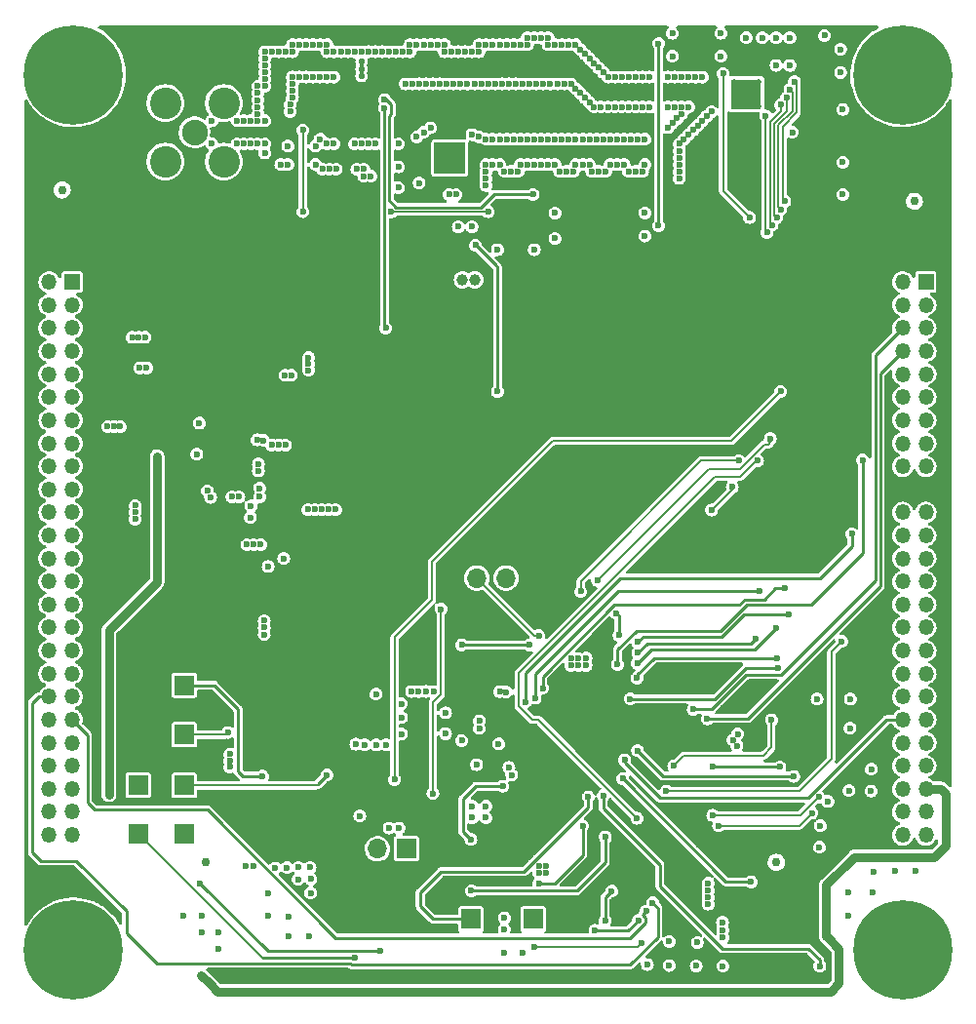
<source format=gbl>
G04 #@! TF.GenerationSoftware,KiCad,Pcbnew,(6.0.5)*
G04 #@! TF.CreationDate,2022-07-17T17:02:57+02:00*
G04 #@! TF.ProjectId,STS1_COBC_V2,53545331-5f43-44f4-9243-5f56322e6b69,rev?*
G04 #@! TF.SameCoordinates,Original*
G04 #@! TF.FileFunction,Copper,L4,Bot*
G04 #@! TF.FilePolarity,Positive*
%FSLAX46Y46*%
G04 Gerber Fmt 4.6, Leading zero omitted, Abs format (unit mm)*
G04 Created by KiCad (PCBNEW (6.0.5)) date 2022-07-17 17:02:57*
%MOMM*%
%LPD*%
G01*
G04 APERTURE LIST*
G04 #@! TA.AperFunction,ComponentPad*
%ADD10C,0.900000*%
G04 #@! TD*
G04 #@! TA.AperFunction,ComponentPad*
%ADD11C,8.600000*%
G04 #@! TD*
G04 #@! TA.AperFunction,ComponentPad*
%ADD12R,1.350000X1.350000*%
G04 #@! TD*
G04 #@! TA.AperFunction,ComponentPad*
%ADD13O,1.350000X1.350000*%
G04 #@! TD*
G04 #@! TA.AperFunction,ComponentPad*
%ADD14R,1.700000X1.700000*%
G04 #@! TD*
G04 #@! TA.AperFunction,ComponentPad*
%ADD15C,0.500000*%
G04 #@! TD*
G04 #@! TA.AperFunction,SMDPad,CuDef*
%ADD16R,2.700000X2.700000*%
G04 #@! TD*
G04 #@! TA.AperFunction,ComponentPad*
%ADD17O,1.700000X1.700000*%
G04 #@! TD*
G04 #@! TA.AperFunction,ComponentPad*
%ADD18C,2.240000*%
G04 #@! TD*
G04 #@! TA.AperFunction,ComponentPad*
%ADD19C,2.740000*%
G04 #@! TD*
G04 #@! TA.AperFunction,SMDPad,CuDef*
%ADD20R,2.600000X2.600000*%
G04 #@! TD*
G04 #@! TA.AperFunction,ComponentPad*
%ADD21C,1.000000*%
G04 #@! TD*
G04 #@! TA.AperFunction,HeatsinkPad*
%ADD22C,0.554000*%
G04 #@! TD*
G04 #@! TA.AperFunction,SMDPad,CuDef*
%ADD23R,0.334000X1.600000*%
G04 #@! TD*
G04 #@! TA.AperFunction,SMDPad,CuDef*
%ADD24C,0.750000*%
G04 #@! TD*
G04 #@! TA.AperFunction,ViaPad*
%ADD25C,0.600000*%
G04 #@! TD*
G04 #@! TA.AperFunction,Conductor*
%ADD26C,0.254000*%
G04 #@! TD*
G04 #@! TA.AperFunction,Conductor*
%ADD27C,0.200000*%
G04 #@! TD*
G04 #@! TA.AperFunction,Conductor*
%ADD28C,0.762000*%
G04 #@! TD*
G04 #@! TA.AperFunction,Conductor*
%ADD29C,0.203200*%
G04 #@! TD*
G04 APERTURE END LIST*
D10*
X194912959Y-44019581D03*
X190352121Y-44019581D03*
X192632540Y-49525000D03*
X189407540Y-46300000D03*
D11*
X192632540Y-46300000D03*
D10*
X195857540Y-46300000D03*
X190352121Y-48580419D03*
X194912959Y-48580419D03*
X192632540Y-43075000D03*
X118352121Y-124580419D03*
X122912959Y-120019581D03*
X122912959Y-124580419D03*
X118352121Y-120019581D03*
X120632540Y-119075000D03*
D11*
X120632540Y-122300000D03*
D10*
X117407540Y-122300000D03*
X123857540Y-122300000D03*
X120632540Y-125525000D03*
X190352121Y-124580419D03*
X192632540Y-119075000D03*
D11*
X192632540Y-122300000D03*
D10*
X190352121Y-120019581D03*
X192632540Y-125525000D03*
X189407540Y-122300000D03*
X195857540Y-122300000D03*
X194912959Y-124580419D03*
X194912959Y-120019581D03*
D12*
X194632540Y-64300000D03*
D13*
X192632540Y-64300000D03*
X194632540Y-66300000D03*
X192632540Y-66300000D03*
X194632540Y-68300000D03*
X192632540Y-68300000D03*
X194632540Y-70300000D03*
X192632540Y-70300000D03*
X194632540Y-72300000D03*
X192632540Y-72300000D03*
X194632540Y-74300000D03*
X192632540Y-74300000D03*
X194632540Y-76300000D03*
X192632540Y-76300000D03*
X194632540Y-78300000D03*
X192632540Y-78300000D03*
X194632540Y-80300000D03*
X192632540Y-80300000D03*
X194632540Y-82300000D03*
X192632540Y-82300000D03*
X194632540Y-84300000D03*
X192632540Y-84300000D03*
X194632540Y-86300000D03*
X192632540Y-86300000D03*
X194632540Y-88300000D03*
X192632540Y-88300000D03*
X194632540Y-90300000D03*
X192632540Y-90300000D03*
X194632540Y-92300000D03*
X192632540Y-92300000D03*
X194632540Y-94300000D03*
X192632540Y-94300000D03*
X194632540Y-96300000D03*
X192632540Y-96300000D03*
X194632540Y-98300000D03*
X192632540Y-98300000D03*
X194632540Y-100300000D03*
X192632540Y-100300000D03*
X194632540Y-102300000D03*
X192632540Y-102300000D03*
X194632540Y-104300000D03*
X192632540Y-104300000D03*
X194632540Y-106300000D03*
X192632540Y-106300000D03*
X194632540Y-108300000D03*
X192632540Y-108300000D03*
X194632540Y-110300000D03*
X192632540Y-110300000D03*
X194632540Y-112300000D03*
X192632540Y-112300000D03*
D10*
X120632540Y-43075000D03*
X122912959Y-44019581D03*
X120632540Y-49525000D03*
X117407540Y-46300000D03*
X122912959Y-48580419D03*
X123857540Y-46300000D03*
X118352121Y-44019581D03*
X118352121Y-48580419D03*
D11*
X120632540Y-46300000D03*
D12*
X120500000Y-64300000D03*
D13*
X118500000Y-64300000D03*
X120500000Y-66300000D03*
X118500000Y-66300000D03*
X120500000Y-68300000D03*
X118500000Y-68300000D03*
X120500000Y-70300000D03*
X118500000Y-70300000D03*
X120500000Y-72300000D03*
X118500000Y-72300000D03*
X120500000Y-74300000D03*
X118500000Y-74300000D03*
X120500000Y-76300000D03*
X118500000Y-76300000D03*
X120500000Y-78300000D03*
X118500000Y-78300000D03*
X120500000Y-80300000D03*
X118500000Y-80300000D03*
X120500000Y-82300000D03*
X118500000Y-82300000D03*
X120500000Y-84300000D03*
X118500000Y-84300000D03*
X120500000Y-86300000D03*
X118500000Y-86300000D03*
X120500000Y-88300000D03*
X118500000Y-88300000D03*
X120500000Y-90300000D03*
X118500000Y-90300000D03*
X120500000Y-92300000D03*
X118500000Y-92300000D03*
X120500000Y-94300000D03*
X118500000Y-94300000D03*
X120500000Y-96300000D03*
X118500000Y-96300000D03*
X120500000Y-98300000D03*
X118500000Y-98300000D03*
X120500000Y-100300000D03*
X118500000Y-100300000D03*
X120500000Y-102300000D03*
X118500000Y-102300000D03*
X120500000Y-104300000D03*
X118500000Y-104300000D03*
X120500000Y-106300000D03*
X118500000Y-106300000D03*
X120500000Y-108300000D03*
X118500000Y-108300000D03*
X120500000Y-110300000D03*
X118500000Y-110300000D03*
X120500000Y-112300000D03*
X118500000Y-112300000D03*
D14*
X160532540Y-119600000D03*
X155132540Y-119600000D03*
D15*
X152207540Y-53525000D03*
X153307540Y-54625000D03*
X153307540Y-52425000D03*
X152207540Y-52425000D03*
X154407540Y-52425000D03*
X152207540Y-54625000D03*
X153307540Y-53525000D03*
X154407540Y-54625000D03*
X154407540Y-53525000D03*
D16*
X153307540Y-53525000D03*
D14*
X155592540Y-87460000D03*
D17*
X155632540Y-90000000D03*
X158172540Y-90000000D03*
D14*
X149562540Y-113465000D03*
D17*
X147022540Y-113505000D03*
X147022540Y-116045000D03*
D18*
X131132540Y-51300000D03*
D19*
X128592540Y-48760000D03*
X133672540Y-53840000D03*
X133672540Y-48760000D03*
X128592540Y-53840000D03*
D15*
X177982540Y-46950000D03*
X180082540Y-46950000D03*
X177982540Y-49050000D03*
X180082540Y-49050000D03*
D20*
X179032540Y-48000000D03*
D14*
X130232540Y-103600000D03*
X130232540Y-112200000D03*
D21*
X155465940Y-64100000D03*
X154399140Y-64100000D03*
D14*
X130232540Y-99300000D03*
X126232540Y-108000000D03*
X126232540Y-112200000D03*
D22*
X145632540Y-45167000D03*
D23*
X145632540Y-45800000D03*
D22*
X145632540Y-46433000D03*
X145632540Y-45800000D03*
D14*
X130232540Y-108000000D03*
D24*
X132122000Y-114690000D03*
X119632540Y-56300000D03*
X181652000Y-114690000D03*
X193632540Y-57300000D03*
D25*
X161282540Y-111600000D03*
X159532540Y-113800000D03*
X160132540Y-114050000D03*
X159632540Y-114650000D03*
X169932540Y-121650000D03*
X160632540Y-122000000D03*
X131532540Y-76550000D03*
X164662540Y-91160000D03*
X172742540Y-106300000D03*
X172107540Y-108475000D03*
X165132540Y-96950000D03*
X145882540Y-100550000D03*
X134182540Y-106400000D03*
X134182540Y-105850000D03*
X134182540Y-105300000D03*
X148882540Y-111700000D03*
X148032540Y-111700000D03*
X145482540Y-110650000D03*
X164282540Y-102300000D03*
X163626540Y-101706000D03*
X163632540Y-102350000D03*
X162882540Y-102200000D03*
X125982540Y-84900000D03*
X125982540Y-84250000D03*
X125982540Y-83700000D03*
X124682540Y-76850000D03*
X124132540Y-76850000D03*
X123582540Y-76850000D03*
X126982540Y-71750000D03*
X126382540Y-71750000D03*
X126832540Y-69100000D03*
X126282540Y-69100000D03*
X125732540Y-69100000D03*
X141032540Y-70850000D03*
X141032540Y-71400000D03*
X141032540Y-71950000D03*
X139532540Y-72400000D03*
X138982540Y-72400000D03*
X136582540Y-78000000D03*
X137132540Y-78050000D03*
X137832540Y-78450000D03*
X138432540Y-78450000D03*
X139032540Y-78450000D03*
X136682540Y-80700000D03*
X136682540Y-80100000D03*
X137532540Y-89000000D03*
X138882540Y-88300000D03*
X136882540Y-87100000D03*
X136282540Y-87100000D03*
X135682540Y-87100000D03*
X137182540Y-94900000D03*
X137182540Y-94300000D03*
X137182540Y-93700000D03*
X143382540Y-84050000D03*
X142782540Y-84050000D03*
X142182540Y-84050000D03*
X141582540Y-84050000D03*
X140982540Y-84050000D03*
X135982540Y-84750000D03*
X136782540Y-82200000D03*
X136782540Y-82950000D03*
X136032540Y-83750000D03*
X134982540Y-82950000D03*
X134382540Y-82950000D03*
X132532540Y-83000000D03*
X132257540Y-82425000D03*
X131332540Y-79250000D03*
X131682540Y-124450000D03*
X123682540Y-108800000D03*
X127882540Y-79450000D03*
X141682540Y-89400000D03*
X142132540Y-90600000D03*
X177032540Y-101250000D03*
X175732540Y-103450000D03*
X165932540Y-113000000D03*
X162782540Y-118350000D03*
X163932540Y-117900000D03*
X165332540Y-109000000D03*
X161032540Y-95000000D03*
X187332540Y-95500000D03*
X182032540Y-73800000D03*
X181132540Y-77900000D03*
X166132540Y-90200000D03*
X180032540Y-79800000D03*
X178432540Y-79800000D03*
X177832540Y-82100000D03*
X176032540Y-84100000D03*
X185332540Y-109000000D03*
X176132540Y-110600000D03*
X184732540Y-110400000D03*
X181232540Y-102300000D03*
X176632540Y-111500000D03*
X181632540Y-45500000D03*
X182832540Y-45500000D03*
X168482540Y-105780000D03*
X181812540Y-97810000D03*
X168962540Y-100490000D03*
X181702540Y-96970000D03*
X169552540Y-98680000D03*
X179828195Y-95295655D03*
X169622540Y-96480000D03*
X181632540Y-94310000D03*
X169592540Y-97380000D03*
X182702540Y-93120000D03*
X169622540Y-95570000D03*
X175666404Y-102209826D03*
X174432540Y-101400000D03*
X155832540Y-43700000D03*
X145832540Y-54500000D03*
X187432540Y-53900000D03*
X161432540Y-47100000D03*
X170232540Y-51900000D03*
X161032540Y-115600000D03*
X145832540Y-55100000D03*
X186132540Y-109400000D03*
X158032540Y-119500000D03*
X139632540Y-48300000D03*
X154232540Y-47100000D03*
X140232540Y-43700000D03*
X143232540Y-52300000D03*
X140832540Y-46500000D03*
X135612540Y-115020000D03*
X174792540Y-121630000D03*
X167632540Y-49100000D03*
X158832540Y-51900000D03*
X173032540Y-50100000D03*
X149232540Y-44300000D03*
X135432540Y-52300000D03*
X154632540Y-44300000D03*
X158232540Y-51900000D03*
X138432540Y-44300000D03*
X142032540Y-46500000D03*
X154032540Y-44300000D03*
X158432540Y-47100000D03*
X175732540Y-118300000D03*
X189882540Y-108480000D03*
X139152540Y-115140000D03*
X136282540Y-115020000D03*
X148032540Y-44300000D03*
X164632540Y-44100000D03*
X151832540Y-47100000D03*
X187962540Y-108440000D03*
X182832540Y-43100000D03*
X170032540Y-46500000D03*
X158632540Y-54700000D03*
X185832540Y-42900000D03*
X155832540Y-44300000D03*
X155232540Y-110800000D03*
X158032540Y-120500000D03*
X137232540Y-53100000D03*
X170632540Y-49100000D03*
X163632540Y-51900000D03*
X163232540Y-47100000D03*
X166232540Y-54700000D03*
X143232540Y-46500000D03*
X160032540Y-43700000D03*
X172232540Y-50900000D03*
X166632540Y-51900000D03*
X140232540Y-46500000D03*
X165432540Y-44900000D03*
X173232540Y-52900000D03*
X162832540Y-54700000D03*
X152232540Y-43700000D03*
X148632540Y-44300000D03*
X160632540Y-43100000D03*
X181632540Y-43100000D03*
X187232540Y-44100000D03*
X172632540Y-50500000D03*
X142232540Y-54500000D03*
X174692540Y-123670000D03*
X145632540Y-52300000D03*
X132632540Y-50300000D03*
X136632540Y-52300000D03*
X165432540Y-54100000D03*
X175232540Y-50300000D03*
X164482540Y-97600000D03*
X158832540Y-43700000D03*
X176832540Y-42700000D03*
X169032540Y-51900000D03*
X165432540Y-51900000D03*
X162432540Y-58300000D03*
X137232540Y-50300000D03*
X176832540Y-44700000D03*
X165832540Y-49100000D03*
X156432540Y-109800000D03*
X131782540Y-119280000D03*
X146232540Y-52300000D03*
X161832540Y-43700000D03*
X157632540Y-51900000D03*
X145032540Y-44300000D03*
X166832540Y-54700000D03*
X185402540Y-113370000D03*
X174832540Y-50700000D03*
X150602540Y-99850000D03*
X137832540Y-44300000D03*
X137532540Y-117380000D03*
X166632540Y-46100000D03*
X162432540Y-60500000D03*
X153232540Y-56700000D03*
X150432540Y-51700000D03*
X187872540Y-119330000D03*
X168232540Y-46500000D03*
X159432540Y-43700000D03*
X131782540Y-120790000D03*
X172832540Y-49100000D03*
X162432540Y-43700000D03*
X162032540Y-47100000D03*
X191992540Y-115410000D03*
X142832540Y-54500000D03*
X176032540Y-49500000D03*
X139312540Y-119370000D03*
X136032540Y-52300000D03*
X158032540Y-54700000D03*
X141102540Y-121100000D03*
X174032540Y-49100000D03*
X156432540Y-55900000D03*
X154332540Y-104100000D03*
X170032540Y-54700000D03*
X170452540Y-123560000D03*
X175232540Y-46500000D03*
X137232540Y-44300000D03*
X141632540Y-52500000D03*
X155232540Y-44300000D03*
X175732540Y-117100000D03*
X138632540Y-54100000D03*
X175732540Y-117700000D03*
X150432540Y-43700000D03*
X140132540Y-116150000D03*
X145232540Y-54500000D03*
X190052540Y-117300000D03*
X135432540Y-50300000D03*
X141432540Y-46500000D03*
X187432540Y-49300000D03*
X174032540Y-51500000D03*
X168432540Y-54100000D03*
X158682540Y-107100000D03*
X142632540Y-44300000D03*
X160032540Y-54100000D03*
X155432540Y-47100000D03*
X142632540Y-46500000D03*
X130122540Y-119310000D03*
X159232540Y-54700000D03*
X161832540Y-54100000D03*
X163032540Y-43700000D03*
X167032540Y-46500000D03*
X172362540Y-123630000D03*
X162432540Y-54100000D03*
X169432540Y-49100000D03*
X190092540Y-115510000D03*
X158432540Y-106450000D03*
X167232540Y-54100000D03*
X143832540Y-44300000D03*
X159032540Y-47100000D03*
X163632540Y-43700000D03*
X188082540Y-100510000D03*
X151232540Y-47100000D03*
X146902540Y-104490000D03*
X150632540Y-55700000D03*
X175632540Y-49900000D03*
X143432540Y-54500000D03*
X165132540Y-97600000D03*
X173232540Y-55300000D03*
X157432540Y-61500000D03*
X177882540Y-104050000D03*
X173232540Y-54100000D03*
X154832540Y-47100000D03*
X136032540Y-50300000D03*
X161632540Y-115600000D03*
X139632540Y-44300000D03*
X139312540Y-121070000D03*
X140832540Y-43700000D03*
X169432540Y-46500000D03*
X180432540Y-43100000D03*
X142632540Y-52300000D03*
X166232540Y-45700000D03*
X149112540Y-103550000D03*
X168832540Y-54700000D03*
X145032540Y-52300000D03*
X172632540Y-44700000D03*
X164232540Y-47500000D03*
X136632540Y-48500000D03*
X140162540Y-115120000D03*
X149112540Y-102110000D03*
X167232540Y-51900000D03*
X161832540Y-43100000D03*
X175732540Y-116500000D03*
X172232540Y-49100000D03*
X145632540Y-44300000D03*
X156632540Y-47100000D03*
X159432540Y-54100000D03*
X163832540Y-96950000D03*
X165632540Y-54700000D03*
X149832074Y-44307273D03*
X167832540Y-54100000D03*
X155862540Y-103050000D03*
X146832540Y-44300000D03*
X160632540Y-51900000D03*
X137232540Y-52300000D03*
X136632540Y-49700000D03*
X148832540Y-56100000D03*
X151632540Y-50900000D03*
X139032540Y-44300000D03*
X167632540Y-46500000D03*
X169432540Y-54700000D03*
X172362540Y-121550000D03*
X136632540Y-47900000D03*
X137232540Y-46100000D03*
X139632540Y-47700000D03*
X142632540Y-43700000D03*
X137502540Y-119310000D03*
X168832540Y-49100000D03*
X166032540Y-51900000D03*
X144432540Y-44300000D03*
X187922540Y-117300000D03*
X178232540Y-104560000D03*
X151032540Y-51300000D03*
X141162540Y-115110000D03*
X133212540Y-120730000D03*
X136632540Y-50300000D03*
X159632540Y-47100000D03*
X172632540Y-42700000D03*
X164232540Y-51900000D03*
X157632540Y-43700000D03*
X165832540Y-45300000D03*
X145912540Y-104470000D03*
X160632540Y-54100000D03*
X170232540Y-54100000D03*
X173432540Y-49100000D03*
X149982540Y-99850000D03*
X153832540Y-56700000D03*
X157532540Y-104400000D03*
X165032540Y-48300000D03*
X168832540Y-46500000D03*
X160832540Y-47100000D03*
X155232540Y-59500000D03*
X158192540Y-99890000D03*
X156432540Y-55300000D03*
X133212540Y-122200000D03*
X155232540Y-51500000D03*
X169632540Y-51900000D03*
X178302540Y-103530000D03*
X164632540Y-47900000D03*
X146232540Y-44300000D03*
X139632540Y-43700000D03*
X142032540Y-43700000D03*
X149432540Y-47100000D03*
X157832540Y-47100000D03*
X152832540Y-44300000D03*
X134832540Y-52300000D03*
X189902540Y-106600000D03*
X151032540Y-43700000D03*
X168432540Y-51900000D03*
X173632540Y-51900000D03*
X174632540Y-46500000D03*
X163432540Y-54700000D03*
X151232540Y-99840000D03*
X149092540Y-100910000D03*
X139432540Y-49500000D03*
X166432540Y-49100000D03*
X153632540Y-47100000D03*
X155232540Y-109800000D03*
X173432540Y-46500000D03*
X149832540Y-43700000D03*
X147752540Y-104480000D03*
X161232540Y-43100000D03*
X147432540Y-44300000D03*
X156432540Y-54700000D03*
X173232540Y-54700000D03*
X136632540Y-47300000D03*
X163832540Y-97600000D03*
X164232540Y-43700000D03*
X157632540Y-99850000D03*
X165432540Y-48700000D03*
X141212540Y-117350000D03*
X174032540Y-46500000D03*
X138142540Y-115170000D03*
X150032540Y-47100000D03*
X177002540Y-121200000D03*
X141432540Y-43700000D03*
X156032540Y-47100000D03*
X177002540Y-123690000D03*
X164832540Y-54100000D03*
X157032540Y-54100000D03*
X160032540Y-43100000D03*
X161032540Y-115000000D03*
X170232540Y-58300000D03*
X162432540Y-51900000D03*
X161632540Y-115000000D03*
X136632540Y-49100000D03*
X156432540Y-110800000D03*
X152932540Y-103500000D03*
X164832540Y-51900000D03*
X157632540Y-54100000D03*
X167032540Y-49100000D03*
X132632540Y-52300000D03*
X176992540Y-120560000D03*
X142032540Y-51900000D03*
X146832540Y-52300000D03*
X170632540Y-46500000D03*
X164482540Y-97000000D03*
X137232540Y-45500000D03*
X170232540Y-60300000D03*
X152432540Y-47100000D03*
X151632540Y-43700000D03*
X151882540Y-99850000D03*
X154032540Y-59500000D03*
X150632540Y-47100000D03*
X139232540Y-54100000D03*
X188052540Y-103040000D03*
X146432540Y-55100000D03*
X157032540Y-43700000D03*
X163032540Y-51900000D03*
X170032540Y-49100000D03*
X163832540Y-47100000D03*
X145142540Y-104420000D03*
X187432540Y-56700000D03*
X173232540Y-53500000D03*
X152832540Y-43700000D03*
X153432540Y-44300000D03*
X160232540Y-47100000D03*
X155872540Y-102400000D03*
X161232540Y-54100000D03*
X148832540Y-52300000D03*
X139632540Y-47100000D03*
X174432540Y-51100000D03*
X137232540Y-47300000D03*
X183032540Y-51300000D03*
X156432540Y-43700000D03*
X146902540Y-100080000D03*
X161832540Y-51900000D03*
X162632540Y-47100000D03*
X164232540Y-54100000D03*
X158232540Y-43700000D03*
X173232540Y-52300000D03*
X134832540Y-50300000D03*
X152932540Y-101700000D03*
X139432540Y-48900000D03*
X172832540Y-46500000D03*
X187232540Y-46100000D03*
X159432540Y-51900000D03*
X164032540Y-54700000D03*
X167832540Y-51900000D03*
X148832540Y-54300000D03*
X176982540Y-119900000D03*
X193772540Y-115390000D03*
X137232540Y-46700000D03*
X160032540Y-51900000D03*
X168232540Y-49100000D03*
X141222540Y-116130000D03*
X160632540Y-61500000D03*
X159632540Y-122500000D03*
X161232540Y-51900000D03*
X165032540Y-44500000D03*
X155832540Y-51700000D03*
X156432540Y-51900000D03*
X172232540Y-46500000D03*
X156432540Y-54100000D03*
X143232540Y-44300000D03*
X173432540Y-49700000D03*
X153032540Y-47100000D03*
X155632540Y-106200000D03*
X185192540Y-100510000D03*
X158032540Y-122500000D03*
X137232540Y-44900000D03*
X157232540Y-47100000D03*
X157032540Y-51900000D03*
X139632540Y-46500000D03*
X179032540Y-43100000D03*
X185462540Y-111510000D03*
X139232540Y-52500000D03*
X141632540Y-54100000D03*
X159932540Y-67000000D03*
X177482540Y-118850000D03*
X180182540Y-117700000D03*
X179032540Y-117400000D03*
X145302540Y-107990000D03*
X172332540Y-54800000D03*
X183632540Y-55300000D03*
X175432540Y-115500000D03*
X178482540Y-117700000D03*
X176602540Y-116810000D03*
X152732540Y-73500000D03*
X140432540Y-88400000D03*
X173232540Y-115200000D03*
X177532540Y-61600000D03*
X173869540Y-114463000D03*
X153132540Y-117400000D03*
X174932540Y-115200000D03*
X144232540Y-100800000D03*
X177882540Y-117700000D03*
X179582540Y-117700000D03*
X144432540Y-48400000D03*
X173245540Y-114463000D03*
X174469540Y-114463000D03*
X156732540Y-111900000D03*
X173857540Y-115075000D03*
X147732540Y-68300000D03*
X147632540Y-49200000D03*
X154332540Y-95800000D03*
X160232540Y-95800000D03*
X166632540Y-108900000D03*
X157892540Y-108061100D03*
X185432540Y-123700000D03*
X155132540Y-112700000D03*
X155172540Y-117140000D03*
X166807540Y-112475000D03*
X164832540Y-111500000D03*
X161032540Y-116500000D03*
X134032540Y-103400000D03*
X142632540Y-107100000D03*
X131632540Y-116500000D03*
X147232540Y-122400000D03*
X167357540Y-117175000D03*
X166782540Y-119725000D03*
X145032540Y-123000000D03*
X137032540Y-107200000D03*
X165912540Y-120580000D03*
X169682540Y-119710000D03*
X176152540Y-106380000D03*
X181962540Y-106400000D03*
X179452540Y-116370000D03*
X168312540Y-107420000D03*
X169602540Y-104970000D03*
X183162540Y-107210000D03*
X148211440Y-58200000D03*
X156632540Y-58200000D03*
X140532540Y-58200000D03*
X140532540Y-51100000D03*
X161362540Y-99554820D03*
X182432540Y-90900000D03*
X160712540Y-100428900D03*
X180232540Y-91100000D03*
X159872540Y-100750000D03*
X188202540Y-86170000D03*
X170362540Y-118910000D03*
X170922540Y-118190000D03*
X167853640Y-97500000D03*
X189142540Y-79750000D03*
X182036360Y-57984970D03*
X182832540Y-47600000D03*
X148502540Y-107500000D03*
X169552540Y-110850000D03*
X181284440Y-59351990D03*
X182032540Y-48900000D03*
X179332540Y-58700000D03*
X177032540Y-46200000D03*
X182388280Y-57276494D03*
X183232540Y-46900000D03*
X182532540Y-48300000D03*
X181684440Y-58692857D03*
X157432540Y-73800000D03*
X155532540Y-61100000D03*
X167742540Y-93040000D03*
X167982540Y-94960000D03*
X180838280Y-60000000D03*
X180732540Y-49900000D03*
X152532540Y-92700000D03*
X151832540Y-108700000D03*
X160532540Y-56700000D03*
X147632540Y-48448097D03*
X171432540Y-59400000D03*
X171432540Y-43600000D03*
D26*
X160453629Y-114760206D02*
X160792746Y-114421089D01*
X160453629Y-114778911D02*
X160453629Y-114760206D01*
X160792746Y-114421089D02*
X160811451Y-114421089D01*
X151832540Y-119600000D02*
X155132540Y-119600000D01*
X150732540Y-118500000D02*
X151832540Y-119600000D01*
X150732540Y-117300000D02*
X150732540Y-118500000D01*
X159732540Y-115500000D02*
X152532540Y-115500000D01*
X160453629Y-114778911D02*
X159732540Y-115500000D01*
X165332540Y-109900000D02*
X160811451Y-114421089D01*
X165332540Y-109000000D02*
X165332540Y-109900000D01*
X152532540Y-115500000D02*
X150732540Y-117300000D01*
D27*
X169582540Y-122000000D02*
X160632540Y-122000000D01*
X169932540Y-121650000D02*
X169582540Y-122000000D01*
D26*
X121832540Y-103632540D02*
X120500000Y-102300000D01*
X121832540Y-109500000D02*
X121832540Y-103632540D01*
X122432540Y-110100000D02*
X121832540Y-109500000D01*
X143382540Y-121250000D02*
X132232540Y-110100000D01*
X132232540Y-110100000D02*
X122432540Y-110100000D01*
X170261451Y-119949794D02*
X168961245Y-121250000D01*
X170261451Y-119470206D02*
X170261451Y-119949794D01*
X168961245Y-121250000D02*
X143382540Y-121250000D01*
X170031892Y-119240648D02*
X170261451Y-119470206D01*
X170362540Y-118910000D02*
X170031892Y-119240648D01*
D27*
X183657540Y-108475000D02*
X172107540Y-108475000D01*
X186432540Y-105700000D02*
X183657540Y-108475000D01*
X186432540Y-96400000D02*
X186432540Y-105700000D01*
X187332540Y-95500000D02*
X186432540Y-96400000D01*
X137032540Y-123000000D02*
X126232540Y-112200000D01*
D28*
X132432540Y-125200000D02*
X131682540Y-124450000D01*
D26*
X117612540Y-100300000D02*
X118500000Y-100300000D01*
X117042540Y-100870000D02*
X117612540Y-100300000D01*
X117042540Y-113800000D02*
X117042540Y-100870000D01*
X117812540Y-114570000D02*
X117042540Y-113800000D01*
X120852540Y-114570000D02*
X117812540Y-114570000D01*
X125211451Y-118928911D02*
X120852540Y-114570000D01*
X125211451Y-120828911D02*
X125211451Y-118928911D01*
X144663835Y-123450000D02*
X127832540Y-123450000D01*
X144792746Y-123578911D02*
X144663835Y-123450000D01*
X127832540Y-123450000D02*
X125211451Y-120828911D01*
X168973629Y-123578911D02*
X144792746Y-123578911D01*
X171352540Y-118620000D02*
X171352540Y-121200000D01*
X171352540Y-121200000D02*
X168973629Y-123578911D01*
X170922540Y-118190000D02*
X171352540Y-118620000D01*
D28*
X133132540Y-125900000D02*
X132432540Y-125200000D01*
X181032540Y-125900000D02*
X133132540Y-125900000D01*
X186382540Y-125900000D02*
X181032540Y-125900000D01*
X187082540Y-125200000D02*
X186382540Y-125900000D01*
X186082540Y-121200000D02*
X187082540Y-122200000D01*
X187082540Y-122200000D02*
X187082540Y-125200000D01*
D26*
X171552540Y-114920000D02*
X166632540Y-110000000D01*
X184452540Y-122170000D02*
X176962540Y-122170000D01*
X185432540Y-123150000D02*
X184452540Y-122170000D01*
X171552540Y-116760000D02*
X171552540Y-114920000D01*
X185432540Y-123700000D02*
X185432540Y-123150000D01*
X166632540Y-110000000D02*
X166632540Y-108900000D01*
X176962540Y-122170000D02*
X171552540Y-116760000D01*
D28*
X185982540Y-121100000D02*
X186082540Y-121200000D01*
X185982540Y-116650000D02*
X185982540Y-121100000D01*
X195382540Y-114200000D02*
X188432540Y-114200000D01*
X196332540Y-113250000D02*
X195382540Y-114200000D01*
X196332540Y-108700000D02*
X196332540Y-113250000D01*
X188432540Y-114200000D02*
X185982540Y-116650000D01*
X195932540Y-108300000D02*
X196332540Y-108700000D01*
X194632540Y-108300000D02*
X195932540Y-108300000D01*
X123682540Y-94550000D02*
X123682540Y-108800000D01*
X124332540Y-93900000D02*
X123682540Y-94550000D01*
X127882540Y-90350000D02*
X124332540Y-93900000D01*
X127882540Y-79450000D02*
X127882540Y-90350000D01*
D26*
X190282540Y-70650000D02*
X192632540Y-68300000D01*
X182052334Y-98388911D02*
X190282540Y-90158705D01*
X179043629Y-98388911D02*
X182052334Y-98388911D01*
X176032540Y-101400000D02*
X179043629Y-98388911D01*
X190282540Y-90158705D02*
X190282540Y-70650000D01*
X174432540Y-101400000D02*
X176032540Y-101400000D01*
D27*
X160632540Y-95000000D02*
X155632540Y-90000000D01*
X161032540Y-95000000D02*
X160632540Y-95000000D01*
D26*
X189132540Y-79760000D02*
X189142540Y-79750000D01*
X189132540Y-87790000D02*
X189132540Y-79760000D01*
X184642540Y-92280000D02*
X189132540Y-87790000D01*
X169492540Y-94560000D02*
X176812540Y-94560000D01*
X176812540Y-94560000D02*
X179092540Y-92280000D01*
X179092540Y-92280000D02*
X184642540Y-92280000D01*
X167853640Y-96198900D02*
X169492540Y-94560000D01*
X167853640Y-97500000D02*
X167853640Y-96198900D01*
D27*
X177730629Y-78101911D02*
X182032540Y-73800000D01*
X151732540Y-88600000D02*
X162230629Y-78101911D01*
X162230629Y-78101911D02*
X177730629Y-78101911D01*
X148502540Y-107500000D02*
X148502540Y-95130000D01*
X148502540Y-95130000D02*
X151732540Y-91900000D01*
X151732540Y-91900000D02*
X151732540Y-88600000D01*
D26*
X160712540Y-98290000D02*
X160712540Y-100428900D01*
X180232540Y-91100000D02*
X167902540Y-91100000D01*
X167902540Y-91100000D02*
X160712540Y-98290000D01*
X167592540Y-92340000D02*
X161362540Y-98570000D01*
X178924402Y-91874080D02*
X178458482Y-92340000D01*
X180591431Y-91874080D02*
X178924402Y-91874080D01*
X161362540Y-98570000D02*
X161362540Y-99554820D01*
X181565511Y-90900000D02*
X180591431Y-91874080D01*
X178458482Y-92340000D02*
X167592540Y-92340000D01*
X182432540Y-90900000D02*
X181565511Y-90900000D01*
X179453850Y-95670000D02*
X170432540Y-95670000D01*
X179828195Y-95295655D02*
X179453850Y-95670000D01*
X170432540Y-95670000D02*
X169622540Y-96480000D01*
X170792540Y-96180000D02*
X169592540Y-97380000D01*
X179762540Y-96180000D02*
X170792540Y-96180000D01*
X181632540Y-94310000D02*
X179762540Y-96180000D01*
X191213835Y-102300000D02*
X192632540Y-102300000D01*
X184413835Y-109100000D02*
X191213835Y-102300000D01*
X171532540Y-109100000D02*
X184413835Y-109100000D01*
X168482540Y-106050000D02*
X171532540Y-109100000D01*
X168482540Y-105780000D02*
X168482540Y-106050000D01*
D27*
X181132540Y-78200000D02*
X181132540Y-77900000D01*
X180932540Y-78400000D02*
X181132540Y-78200000D01*
X180613061Y-78400000D02*
X180932540Y-78400000D01*
X178513061Y-80500000D02*
X180613061Y-78400000D01*
X178232540Y-80500000D02*
X178513061Y-80500000D01*
X161002540Y-102300000D02*
X169552540Y-110850000D01*
X160432540Y-102300000D02*
X161002540Y-102300000D01*
X159272540Y-101140000D02*
X160432540Y-102300000D01*
X159272540Y-98260000D02*
X159272540Y-101140000D01*
X176332540Y-81200000D02*
X159272540Y-98260000D01*
X178532540Y-81200000D02*
X176332540Y-81200000D01*
X179932540Y-79800000D02*
X178532540Y-81200000D01*
X180032540Y-79800000D02*
X179932540Y-79800000D01*
X175832540Y-80500000D02*
X178232540Y-80500000D01*
X166132540Y-90200000D02*
X175832540Y-80500000D01*
X175132540Y-79800000D02*
X178432540Y-79800000D01*
X164662540Y-91160000D02*
X164662540Y-90270000D01*
X164662540Y-90270000D02*
X175132540Y-79800000D01*
X177832540Y-82300000D02*
X177832540Y-82100000D01*
X176032540Y-84100000D02*
X177832540Y-82300000D01*
X180522540Y-105410000D02*
X173632540Y-105410000D01*
X181232540Y-104700000D02*
X180522540Y-105410000D01*
X181232540Y-102300000D02*
X181232540Y-104700000D01*
X173632540Y-105410000D02*
X172742540Y-106300000D01*
X185332540Y-109000000D02*
X183732540Y-110600000D01*
X183732540Y-110600000D02*
X176132540Y-110600000D01*
X183632540Y-111500000D02*
X176632540Y-111500000D01*
X184732540Y-110400000D02*
X183632540Y-111500000D01*
D26*
X134932540Y-106800000D02*
X135332540Y-107200000D01*
X134932540Y-101400000D02*
X134932540Y-106800000D01*
X135332540Y-107200000D02*
X137032540Y-107200000D01*
X132832540Y-99300000D02*
X134932540Y-101400000D01*
X130232540Y-99300000D02*
X132832540Y-99300000D01*
D29*
X134032540Y-103400000D02*
X133832540Y-103600000D01*
X133832540Y-103600000D02*
X130232540Y-103600000D01*
X141732540Y-108000000D02*
X130232540Y-108000000D01*
X141832540Y-107900000D02*
X141732540Y-108000000D01*
X126232540Y-112200000D02*
X126032540Y-112200000D01*
D26*
X176318850Y-100520000D02*
X168992540Y-100520000D01*
X181812540Y-97810000D02*
X179028850Y-97810000D01*
X179028850Y-97810000D02*
X176318850Y-100520000D01*
X168992540Y-100520000D02*
X168962540Y-100490000D01*
X171032540Y-96960000D02*
X181692540Y-96960000D01*
X169552540Y-98440000D02*
X171032540Y-96960000D01*
X169552540Y-98680000D02*
X169552540Y-98440000D01*
X181692540Y-96960000D02*
X181702540Y-96970000D01*
X169622540Y-95570000D02*
X170122540Y-95070000D01*
X176212540Y-95070000D02*
X176932540Y-95070000D01*
X178862540Y-93140000D02*
X178882540Y-93120000D01*
X176932540Y-95070000D02*
X178862540Y-93140000D01*
X170122540Y-95070000D02*
X176212540Y-95070000D01*
X178882540Y-93120000D02*
X182702540Y-93120000D01*
X190688460Y-72244080D02*
X192632540Y-70300000D01*
X175666404Y-102209826D02*
X179152714Y-102209826D01*
X179152714Y-102209826D02*
X190688460Y-90674080D01*
X190688460Y-90674080D02*
X190688460Y-72244080D01*
X176602540Y-116810000D02*
X176602540Y-118100000D01*
X177352540Y-118850000D02*
X177482540Y-118850000D01*
X176602540Y-118100000D02*
X177352540Y-118850000D01*
X147632540Y-68200000D02*
X147732540Y-68300000D01*
X147632540Y-49200000D02*
X147632540Y-68200000D01*
X160232540Y-95800000D02*
X154332540Y-95800000D01*
X155571440Y-108061100D02*
X157892540Y-108061100D01*
X154432540Y-112000000D02*
X154432540Y-109200000D01*
X154432540Y-109200000D02*
X155571440Y-108061100D01*
X155132540Y-112700000D02*
X154432540Y-112000000D01*
X155172540Y-117140000D02*
X164367540Y-117140000D01*
X164367540Y-117140000D02*
X166807540Y-114700000D01*
X166807540Y-114700000D02*
X166807540Y-112475000D01*
X161032540Y-116500000D02*
X162382540Y-116500000D01*
X164832540Y-114050000D02*
X164832540Y-111500000D01*
X162382540Y-116500000D02*
X164832540Y-114050000D01*
X142632540Y-107100000D02*
X141832540Y-107900000D01*
X147232540Y-122400000D02*
X137532540Y-122400000D01*
X137532540Y-122400000D02*
X131632540Y-116500000D01*
X166782540Y-117750000D02*
X167357540Y-117175000D01*
X166782540Y-119725000D02*
X166782540Y-117750000D01*
X145032540Y-123000000D02*
X137032540Y-123000000D01*
X165957540Y-120625000D02*
X168767540Y-120625000D01*
X168767540Y-120625000D02*
X169682540Y-119710000D01*
X165912540Y-120580000D02*
X165957540Y-120625000D01*
X176152540Y-106380000D02*
X181942540Y-106380000D01*
X181942540Y-106380000D02*
X181962540Y-106400000D01*
X177262540Y-116370000D02*
X168312540Y-107420000D01*
X179452540Y-116370000D02*
X177262540Y-116370000D01*
X171812540Y-107180000D02*
X169602540Y-104970000D01*
X183162540Y-107210000D02*
X183132540Y-107180000D01*
X183132540Y-107180000D02*
X171812540Y-107180000D01*
D27*
X140532540Y-56000000D02*
X140532540Y-58200000D01*
X148211440Y-58200000D02*
X156632540Y-58200000D01*
X140532540Y-51100000D02*
X140532540Y-56000000D01*
D26*
X188202540Y-86170000D02*
X188202540Y-87220000D01*
X188202540Y-87220000D02*
X185412540Y-90010000D01*
X185412540Y-90010000D02*
X168112540Y-90010000D01*
X168112540Y-90010000D02*
X159872540Y-98250000D01*
X159872540Y-98250000D02*
X159872540Y-100750000D01*
D27*
X181836380Y-57784990D02*
X181836380Y-50693850D01*
X183084451Y-47851911D02*
X182832540Y-47600000D01*
X183084451Y-49445779D02*
X183084451Y-47851911D01*
X182036360Y-57984970D02*
X181836380Y-57784990D01*
X181836380Y-50693850D02*
X183084451Y-49445779D01*
X182032540Y-49500000D02*
X182032540Y-48900000D01*
X181132540Y-50400000D02*
X182032540Y-49500000D01*
X181132540Y-59200090D02*
X181132540Y-50400000D01*
X181284440Y-59351990D02*
X181132540Y-59200090D01*
X177032540Y-46200000D02*
X177032540Y-56400000D01*
X177032540Y-56400000D02*
X179332540Y-58700000D01*
X183232540Y-46900000D02*
X183436371Y-47103831D01*
X182188300Y-57076514D02*
X182388280Y-57276494D01*
X182188300Y-50844240D02*
X182188300Y-57076514D01*
X183436371Y-49596169D02*
X182188300Y-50844240D01*
X183436371Y-47103831D02*
X183436371Y-49596169D01*
X181484460Y-50548080D02*
X182584451Y-49448089D01*
X182584451Y-48351911D02*
X182532540Y-48300000D01*
X181684440Y-58692857D02*
X181484460Y-58492877D01*
X181484460Y-58492877D02*
X181484460Y-50548080D01*
X182584451Y-49448089D02*
X182584451Y-48351911D01*
D26*
X157232540Y-62800000D02*
X157432540Y-63000000D01*
X157432540Y-63000000D02*
X157432540Y-73800000D01*
X155532540Y-61100000D02*
X157232540Y-62800000D01*
D27*
X180838280Y-60000000D02*
X180732540Y-59894260D01*
D26*
X167972540Y-93270000D02*
X167742540Y-93040000D01*
X167982540Y-94960000D02*
X167972540Y-94950000D01*
X167972540Y-94950000D02*
X167972540Y-93270000D01*
D27*
X180732540Y-59894260D02*
X180732540Y-49900000D01*
X151832540Y-100800000D02*
X152532540Y-100100000D01*
X151832540Y-108700000D02*
X151832540Y-100800000D01*
X152532540Y-100100000D02*
X152532540Y-92700000D01*
D26*
X156011460Y-57821080D02*
X157132540Y-56700000D01*
X148038460Y-57100000D02*
X148038460Y-57205920D01*
X148038460Y-49900000D02*
X148038460Y-57100000D01*
X147632540Y-48448097D02*
X147780637Y-48448097D01*
X148211451Y-49727009D02*
X148038460Y-49900000D01*
X155532540Y-57821080D02*
X156011460Y-57821080D01*
X148038460Y-57205920D02*
X148653620Y-57821080D01*
X157132540Y-56700000D02*
X160532540Y-56700000D01*
X148653620Y-57821080D02*
X155532540Y-57821080D01*
X148211451Y-48878911D02*
X148211451Y-49727009D01*
X147780637Y-48448097D02*
X148211451Y-48878911D01*
X171432540Y-59400000D02*
X171432540Y-43600000D01*
G04 #@! TA.AperFunction,Conductor*
G36*
X167243799Y-93332431D02*
G01*
X167299729Y-93373783D01*
X167328382Y-93411124D01*
X167347066Y-93435474D01*
X167353616Y-93440500D01*
X167353619Y-93440503D01*
X167451323Y-93515474D01*
X167462897Y-93524355D01*
X167513259Y-93545216D01*
X167568539Y-93589763D01*
X167591040Y-93661624D01*
X167591040Y-94516575D01*
X167571038Y-94584696D01*
X167565003Y-94593279D01*
X167498185Y-94680358D01*
X167495026Y-94687984D01*
X167495025Y-94687986D01*
X167467537Y-94754349D01*
X167442312Y-94815246D01*
X167441235Y-94823430D01*
X167441234Y-94823432D01*
X167430577Y-94904386D01*
X167423255Y-94960000D01*
X167424333Y-94968188D01*
X167439052Y-95079988D01*
X167442312Y-95104754D01*
X167456077Y-95137985D01*
X167494553Y-95230873D01*
X167498185Y-95239642D01*
X167512804Y-95258694D01*
X167581778Y-95348582D01*
X167587066Y-95355474D01*
X167593616Y-95360500D01*
X167593619Y-95360503D01*
X167669202Y-95418500D01*
X167702897Y-95444355D01*
X167787315Y-95479322D01*
X167842595Y-95523871D01*
X167865016Y-95591234D01*
X167847458Y-95660025D01*
X167828191Y-95684826D01*
X167622161Y-95890856D01*
X167603145Y-95906215D01*
X167602084Y-95907181D01*
X167593336Y-95912829D01*
X167582842Y-95926141D01*
X167572411Y-95939372D01*
X167568434Y-95943847D01*
X167568505Y-95943908D01*
X167565152Y-95947865D01*
X167561469Y-95951548D01*
X167551518Y-95965474D01*
X167550187Y-95967336D01*
X167546622Y-95972085D01*
X167523866Y-96000951D01*
X167514706Y-96012570D01*
X167511655Y-96021257D01*
X167506306Y-96028743D01*
X167503323Y-96038719D01*
X167503322Y-96038720D01*
X167491542Y-96078111D01*
X167489712Y-96083743D01*
X167472624Y-96132402D01*
X167472140Y-96137991D01*
X167472140Y-96140702D01*
X167472025Y-96143369D01*
X167472006Y-96143432D01*
X167471832Y-96143425D01*
X167471785Y-96144171D01*
X167469915Y-96150424D01*
X167470857Y-96174386D01*
X167472043Y-96204578D01*
X167472140Y-96209525D01*
X167472140Y-97043543D01*
X167452138Y-97111664D01*
X167446102Y-97120247D01*
X167374315Y-97213802D01*
X167374313Y-97213805D01*
X167369285Y-97220358D01*
X167366126Y-97227984D01*
X167366125Y-97227986D01*
X167364093Y-97232892D01*
X167313412Y-97355246D01*
X167312335Y-97363430D01*
X167312334Y-97363432D01*
X167304746Y-97421073D01*
X167294355Y-97500000D01*
X167295433Y-97508188D01*
X167308237Y-97605442D01*
X167313412Y-97644754D01*
X167333218Y-97692570D01*
X167357993Y-97752380D01*
X167369285Y-97779642D01*
X167374312Y-97786193D01*
X167446018Y-97879642D01*
X167458166Y-97895474D01*
X167464716Y-97900500D01*
X167464719Y-97900503D01*
X167567444Y-97979327D01*
X167573997Y-97984355D01*
X167708886Y-98040228D01*
X167853640Y-98059285D01*
X167861828Y-98058207D01*
X167990206Y-98041306D01*
X167998394Y-98040228D01*
X168133283Y-97984355D01*
X168139836Y-97979327D01*
X168242561Y-97900503D01*
X168242564Y-97900500D01*
X168249114Y-97895474D01*
X168261263Y-97879642D01*
X168332968Y-97786193D01*
X168337995Y-97779642D01*
X168349288Y-97752380D01*
X168374062Y-97692570D01*
X168393868Y-97644754D01*
X168399044Y-97605442D01*
X168411847Y-97508188D01*
X168412925Y-97500000D01*
X168402534Y-97421073D01*
X168394946Y-97363432D01*
X168394945Y-97363430D01*
X168393868Y-97355246D01*
X168343187Y-97232892D01*
X168341155Y-97227986D01*
X168341154Y-97227984D01*
X168337995Y-97220358D01*
X168332967Y-97213805D01*
X168332965Y-97213802D01*
X168261178Y-97120247D01*
X168235577Y-97054027D01*
X168235140Y-97043543D01*
X168235140Y-96409112D01*
X168255142Y-96340991D01*
X168272045Y-96320017D01*
X168888927Y-95703135D01*
X168951239Y-95669109D01*
X169022054Y-95674174D01*
X169078890Y-95716721D01*
X169094431Y-95744012D01*
X169138185Y-95849642D01*
X169143213Y-95856195D01*
X169143215Y-95856198D01*
X169213884Y-95948296D01*
X169239485Y-96014516D01*
X169225220Y-96084065D01*
X169213884Y-96101704D01*
X169143215Y-96193802D01*
X169143213Y-96193805D01*
X169138185Y-96200358D01*
X169135026Y-96207984D01*
X169135025Y-96207986D01*
X169116851Y-96251863D01*
X169082312Y-96335246D01*
X169081235Y-96343430D01*
X169081234Y-96343432D01*
X169069236Y-96434568D01*
X169063255Y-96480000D01*
X169064333Y-96488188D01*
X169076223Y-96578500D01*
X169082312Y-96624754D01*
X169085471Y-96632380D01*
X169105256Y-96680144D01*
X169138185Y-96759642D01*
X169143211Y-96766193D01*
X169143214Y-96766197D01*
X169195048Y-96833749D01*
X169220648Y-96899969D01*
X169206383Y-96969518D01*
X169195047Y-96987156D01*
X169113215Y-97093802D01*
X169113213Y-97093805D01*
X169108185Y-97100358D01*
X169105026Y-97107984D01*
X169105025Y-97107986D01*
X169099063Y-97122380D01*
X169052312Y-97235246D01*
X169051235Y-97243430D01*
X169051234Y-97243432D01*
X169037518Y-97347620D01*
X169033255Y-97380000D01*
X169034333Y-97388188D01*
X169049702Y-97504926D01*
X169052312Y-97524754D01*
X169055471Y-97532380D01*
X169087769Y-97610353D01*
X169108185Y-97659642D01*
X169197066Y-97775474D01*
X169203616Y-97780500D01*
X169203619Y-97780503D01*
X169306344Y-97859327D01*
X169312897Y-97864355D01*
X169333674Y-97872961D01*
X169388955Y-97917509D01*
X169411376Y-97984872D01*
X169393818Y-98053664D01*
X169374552Y-98078465D01*
X169321058Y-98131960D01*
X169302062Y-98147301D01*
X169300988Y-98148278D01*
X169292236Y-98153929D01*
X169272056Y-98179527D01*
X169271311Y-98180472D01*
X169267334Y-98184947D01*
X169267405Y-98185008D01*
X169264053Y-98188964D01*
X169260369Y-98192648D01*
X169257343Y-98196883D01*
X169251333Y-98205293D01*
X169225523Y-98231996D01*
X169163616Y-98279499D01*
X169163612Y-98279503D01*
X169157066Y-98284526D01*
X169068185Y-98400358D01*
X169065026Y-98407984D01*
X169065025Y-98407986D01*
X169058005Y-98424934D01*
X169012312Y-98535246D01*
X169011235Y-98543430D01*
X169011234Y-98543432D01*
X169007352Y-98572918D01*
X168993255Y-98680000D01*
X168994333Y-98688188D01*
X169008066Y-98792500D01*
X169012312Y-98824754D01*
X169015471Y-98832380D01*
X169051016Y-98918192D01*
X169068185Y-98959642D01*
X169096503Y-98996547D01*
X169129613Y-99039696D01*
X169157066Y-99075474D01*
X169163616Y-99080500D01*
X169163619Y-99080503D01*
X169266344Y-99159327D01*
X169272897Y-99164355D01*
X169407786Y-99220228D01*
X169552540Y-99239285D01*
X169560728Y-99238207D01*
X169689106Y-99221306D01*
X169697294Y-99220228D01*
X169832183Y-99164355D01*
X169838736Y-99159327D01*
X169941461Y-99080503D01*
X169941464Y-99080500D01*
X169948014Y-99075474D01*
X169975468Y-99039696D01*
X170008577Y-98996547D01*
X170036895Y-98959642D01*
X170054065Y-98918192D01*
X170089609Y-98832380D01*
X170092768Y-98824754D01*
X170097015Y-98792500D01*
X170110747Y-98688188D01*
X170111825Y-98680000D01*
X170092768Y-98535246D01*
X170090463Y-98529681D01*
X170092130Y-98459738D01*
X170123051Y-98409012D01*
X171153658Y-97378405D01*
X171215970Y-97344379D01*
X171242753Y-97341500D01*
X178653637Y-97341500D01*
X178721758Y-97361502D01*
X178768251Y-97415158D01*
X178778355Y-97485432D01*
X178748861Y-97550012D01*
X178742732Y-97556595D01*
X176197732Y-100101595D01*
X176135420Y-100135621D01*
X176108637Y-100138500D01*
X169452654Y-100138500D01*
X169384533Y-100118498D01*
X169363559Y-100101595D01*
X169363040Y-100101076D01*
X169358014Y-100094526D01*
X169312442Y-100059557D01*
X169248736Y-100010673D01*
X169248734Y-100010672D01*
X169242183Y-100005645D01*
X169107294Y-99949772D01*
X168962540Y-99930715D01*
X168940763Y-99933582D01*
X168825972Y-99948694D01*
X168825970Y-99948695D01*
X168817786Y-99949772D01*
X168772105Y-99968694D01*
X168690526Y-100002485D01*
X168690524Y-100002486D01*
X168682898Y-100005645D01*
X168567066Y-100094526D01*
X168562043Y-100101072D01*
X168551719Y-100114526D01*
X168478185Y-100210358D01*
X168475026Y-100217984D01*
X168475025Y-100217986D01*
X168444228Y-100292336D01*
X168422312Y-100345246D01*
X168421235Y-100353430D01*
X168421234Y-100353432D01*
X168408757Y-100448207D01*
X168403255Y-100490000D01*
X168404333Y-100498188D01*
X168420542Y-100621306D01*
X168422312Y-100634754D01*
X168425471Y-100642380D01*
X168474230Y-100760093D01*
X168478185Y-100769642D01*
X168567066Y-100885474D01*
X168573616Y-100890500D01*
X168573619Y-100890503D01*
X168676085Y-100969128D01*
X168682897Y-100974355D01*
X168817786Y-101030228D01*
X168962540Y-101049285D01*
X168970728Y-101048207D01*
X169099106Y-101031306D01*
X169107294Y-101030228D01*
X169242183Y-100974355D01*
X169303196Y-100927538D01*
X169369416Y-100901937D01*
X169379900Y-100901500D01*
X173860617Y-100901500D01*
X173928738Y-100921502D01*
X173975231Y-100975158D01*
X173985335Y-101045432D01*
X173960581Y-101104202D01*
X173953214Y-101113803D01*
X173953211Y-101113807D01*
X173948185Y-101120358D01*
X173945026Y-101127984D01*
X173945025Y-101127986D01*
X173922646Y-101182014D01*
X173892312Y-101255246D01*
X173891235Y-101263430D01*
X173891234Y-101263432D01*
X173879220Y-101354687D01*
X173873255Y-101400000D01*
X173874919Y-101412640D01*
X173889808Y-101525732D01*
X173892312Y-101544754D01*
X173895471Y-101552380D01*
X173923496Y-101620037D01*
X173948185Y-101679642D01*
X173976421Y-101716440D01*
X174026679Y-101781937D01*
X174037066Y-101795474D01*
X174043616Y-101800500D01*
X174043619Y-101800503D01*
X174124978Y-101862932D01*
X174152897Y-101884355D01*
X174287786Y-101940228D01*
X174432540Y-101959285D01*
X174440728Y-101958207D01*
X174569106Y-101941306D01*
X174577294Y-101940228D01*
X174712183Y-101884355D01*
X174746646Y-101857911D01*
X174812292Y-101807538D01*
X174878512Y-101781937D01*
X174888996Y-101781500D01*
X175055063Y-101781500D01*
X175123184Y-101801502D01*
X175169677Y-101855158D01*
X175179781Y-101925432D01*
X175171472Y-101955719D01*
X175126176Y-102065072D01*
X175125099Y-102073256D01*
X175125098Y-102073258D01*
X175113227Y-102163432D01*
X175107119Y-102209826D01*
X175108197Y-102218014D01*
X175117913Y-102291812D01*
X175126176Y-102354580D01*
X175129335Y-102362206D01*
X175176312Y-102475617D01*
X175182049Y-102489468D01*
X175222268Y-102541882D01*
X175262532Y-102594355D01*
X175270930Y-102605300D01*
X175277480Y-102610326D01*
X175277483Y-102610329D01*
X175375926Y-102685867D01*
X175386761Y-102694181D01*
X175521650Y-102750054D01*
X175666404Y-102769111D01*
X175674592Y-102768033D01*
X175802970Y-102751132D01*
X175811158Y-102750054D01*
X175946047Y-102694181D01*
X175958822Y-102684379D01*
X176046156Y-102617364D01*
X176112376Y-102591763D01*
X176122860Y-102591326D01*
X179098579Y-102591326D01*
X179122878Y-102593912D01*
X179124316Y-102593980D01*
X179134494Y-102596171D01*
X179168055Y-102592199D01*
X179174034Y-102591847D01*
X179174026Y-102591754D01*
X179179204Y-102591326D01*
X179184406Y-102591326D01*
X179203560Y-102588138D01*
X179209418Y-102587304D01*
X179226032Y-102585338D01*
X179250281Y-102582468D01*
X179250282Y-102582468D01*
X179260621Y-102581244D01*
X179268920Y-102577259D01*
X179277997Y-102575748D01*
X179323365Y-102551268D01*
X179328628Y-102548587D01*
X179367964Y-102529699D01*
X179367968Y-102529696D01*
X179375112Y-102526266D01*
X179379406Y-102522656D01*
X179381338Y-102520724D01*
X179383287Y-102518937D01*
X179383340Y-102518908D01*
X179383459Y-102519038D01*
X179384027Y-102518537D01*
X179389771Y-102515438D01*
X179426582Y-102475616D01*
X179430011Y-102472051D01*
X181392062Y-100510000D01*
X184633255Y-100510000D01*
X184634333Y-100518188D01*
X184650903Y-100644049D01*
X184652312Y-100654754D01*
X184662829Y-100680144D01*
X184701471Y-100773432D01*
X184708185Y-100789642D01*
X184797066Y-100905474D01*
X184803616Y-100910500D01*
X184803619Y-100910503D01*
X184903451Y-100987107D01*
X184912897Y-100994355D01*
X185047786Y-101050228D01*
X185192540Y-101069285D01*
X185200728Y-101068207D01*
X185329106Y-101051306D01*
X185337294Y-101050228D01*
X185472183Y-100994355D01*
X185481629Y-100987107D01*
X185581461Y-100910503D01*
X185581464Y-100910500D01*
X185588014Y-100905474D01*
X185676895Y-100789642D01*
X185683610Y-100773432D01*
X185722251Y-100680144D01*
X185732768Y-100654754D01*
X185734178Y-100644049D01*
X185750747Y-100518188D01*
X185751825Y-100510000D01*
X185743690Y-100448207D01*
X185733846Y-100373432D01*
X185733845Y-100373430D01*
X185732768Y-100365246D01*
X185698005Y-100281321D01*
X185680055Y-100237986D01*
X185680054Y-100237984D01*
X185676895Y-100230358D01*
X185629719Y-100168877D01*
X185593041Y-100121077D01*
X185593040Y-100121076D01*
X185588014Y-100114526D01*
X185581464Y-100109500D01*
X185581461Y-100109497D01*
X185478736Y-100030673D01*
X185478734Y-100030672D01*
X185472183Y-100025645D01*
X185337294Y-99969772D01*
X185192540Y-99950715D01*
X185184352Y-99951793D01*
X185055972Y-99968694D01*
X185055970Y-99968695D01*
X185047786Y-99969772D01*
X185014499Y-99983560D01*
X184920526Y-100022485D01*
X184920524Y-100022486D01*
X184912898Y-100025645D01*
X184891147Y-100042335D01*
X184805497Y-100108057D01*
X184797066Y-100114526D01*
X184792043Y-100121072D01*
X184780879Y-100135621D01*
X184708185Y-100230358D01*
X184705026Y-100237984D01*
X184705025Y-100237986D01*
X184687075Y-100281321D01*
X184652312Y-100365246D01*
X184651235Y-100373430D01*
X184651234Y-100373432D01*
X184641390Y-100448207D01*
X184633255Y-100510000D01*
X181392062Y-100510000D01*
X186567067Y-95334995D01*
X186629378Y-95300970D01*
X186700193Y-95306035D01*
X186757029Y-95348582D01*
X186781840Y-95415102D01*
X186781083Y-95440536D01*
X186774847Y-95487909D01*
X186773255Y-95500000D01*
X186774014Y-95505764D01*
X186754331Y-95572798D01*
X186737429Y-95593772D01*
X186218118Y-96113084D01*
X186202638Y-96125586D01*
X186199408Y-96128525D01*
X186190658Y-96134175D01*
X186171531Y-96158438D01*
X186167981Y-96162433D01*
X186168080Y-96162517D01*
X186164722Y-96166480D01*
X186161046Y-96170156D01*
X186158023Y-96174385D01*
X186158023Y-96174386D01*
X186150686Y-96184652D01*
X186147125Y-96189395D01*
X186124043Y-96218675D01*
X186124041Y-96218679D01*
X186117594Y-96226857D01*
X186114761Y-96234925D01*
X186109787Y-96241885D01*
X186106803Y-96251863D01*
X186096120Y-96287586D01*
X186094284Y-96293235D01*
X186078490Y-96338208D01*
X186078040Y-96343404D01*
X186078040Y-96346109D01*
X186077943Y-96348365D01*
X186077800Y-96348841D01*
X186077754Y-96348839D01*
X186077741Y-96349038D01*
X186075972Y-96354955D01*
X186076381Y-96365359D01*
X186077943Y-96405124D01*
X186078040Y-96410070D01*
X186078040Y-105500971D01*
X186058038Y-105569092D01*
X186041135Y-105590066D01*
X183547607Y-108083595D01*
X183485295Y-108117620D01*
X183458512Y-108120500D01*
X172594654Y-108120500D01*
X172526533Y-108100498D01*
X172507072Y-108084814D01*
X172503014Y-108079526D01*
X172465932Y-108051072D01*
X172393736Y-107995673D01*
X172393734Y-107995672D01*
X172387183Y-107990645D01*
X172252294Y-107934772D01*
X172107540Y-107915715D01*
X172099352Y-107916793D01*
X171970972Y-107933694D01*
X171970970Y-107933695D01*
X171962786Y-107934772D01*
X171914970Y-107954578D01*
X171835526Y-107987485D01*
X171835524Y-107987486D01*
X171827898Y-107990645D01*
X171712066Y-108079526D01*
X171623185Y-108195358D01*
X171620026Y-108202984D01*
X171620025Y-108202986D01*
X171581757Y-108295372D01*
X171567312Y-108330246D01*
X171567092Y-108331921D01*
X171531727Y-108389945D01*
X171467868Y-108420970D01*
X171397373Y-108412544D01*
X171357873Y-108385810D01*
X169045410Y-106073347D01*
X169011384Y-106011035D01*
X169017702Y-105940424D01*
X169017470Y-105940362D01*
X169017827Y-105939028D01*
X169018095Y-105936037D01*
X169019607Y-105932387D01*
X169019609Y-105932380D01*
X169022768Y-105924754D01*
X169041825Y-105780000D01*
X169036416Y-105738914D01*
X169023846Y-105643432D01*
X169023845Y-105643430D01*
X169022768Y-105635246D01*
X168977925Y-105526986D01*
X168970055Y-105507986D01*
X168970054Y-105507984D01*
X168966895Y-105500358D01*
X168901480Y-105415107D01*
X168883041Y-105391077D01*
X168883040Y-105391076D01*
X168878014Y-105384526D01*
X168871464Y-105379500D01*
X168871461Y-105379497D01*
X168768736Y-105300673D01*
X168768734Y-105300672D01*
X168762183Y-105295645D01*
X168627294Y-105239772D01*
X168482540Y-105220715D01*
X168474352Y-105221793D01*
X168345972Y-105238694D01*
X168345970Y-105238695D01*
X168337786Y-105239772D01*
X168313958Y-105249642D01*
X168210526Y-105292485D01*
X168210524Y-105292486D01*
X168202898Y-105295645D01*
X168087066Y-105384526D01*
X167998185Y-105500358D01*
X167995026Y-105507984D01*
X167995025Y-105507986D01*
X167987155Y-105526986D01*
X167942312Y-105635246D01*
X167941235Y-105643430D01*
X167941234Y-105643432D01*
X167928664Y-105738914D01*
X167923255Y-105780000D01*
X167924333Y-105788188D01*
X167941113Y-105915645D01*
X167942312Y-105924754D01*
X167945471Y-105932380D01*
X167993983Y-106049497D01*
X167998185Y-106059642D01*
X168033513Y-106105682D01*
X168078114Y-106163807D01*
X168087066Y-106175474D01*
X168114657Y-106196645D01*
X168151534Y-106242064D01*
X168162667Y-106265250D01*
X168162670Y-106265254D01*
X168166100Y-106272398D01*
X168169710Y-106276692D01*
X168171642Y-106278624D01*
X168173429Y-106280573D01*
X168173458Y-106280626D01*
X168173328Y-106280745D01*
X168173829Y-106281313D01*
X168176928Y-106287057D01*
X168184573Y-106294124D01*
X168216748Y-106323866D01*
X168220314Y-106327296D01*
X168558157Y-106665139D01*
X168592183Y-106727451D01*
X168587118Y-106798266D01*
X168544571Y-106855102D01*
X168478051Y-106879913D01*
X168452616Y-106879156D01*
X168320728Y-106861793D01*
X168312540Y-106860715D01*
X168304352Y-106861793D01*
X168175972Y-106878694D01*
X168175970Y-106878695D01*
X168167786Y-106879772D01*
X168149093Y-106887515D01*
X168040526Y-106932485D01*
X168040524Y-106932486D01*
X168032898Y-106935645D01*
X167979222Y-106976832D01*
X167932236Y-107012886D01*
X167917066Y-107024526D01*
X167828185Y-107140358D01*
X167825026Y-107147984D01*
X167825025Y-107147986D01*
X167820754Y-107158298D01*
X167772312Y-107275246D01*
X167753255Y-107420000D01*
X167754333Y-107428188D01*
X167770019Y-107547334D01*
X167772312Y-107564754D01*
X167780170Y-107583725D01*
X167823375Y-107688029D01*
X167828185Y-107699642D01*
X167833212Y-107706193D01*
X167902963Y-107797094D01*
X167917066Y-107815474D01*
X167923616Y-107820500D01*
X167923619Y-107820503D01*
X168026344Y-107899327D01*
X168032897Y-107904355D01*
X168167786Y-107960228D01*
X168204099Y-107965009D01*
X168292895Y-107976699D01*
X168357823Y-108005421D01*
X168365544Y-108012526D01*
X176184958Y-115831941D01*
X176218984Y-115894253D01*
X176213919Y-115965068D01*
X176171372Y-116021904D01*
X176104852Y-116046715D01*
X176035478Y-116031624D01*
X176019165Y-116021003D01*
X176012183Y-116015645D01*
X175877294Y-115959772D01*
X175732540Y-115940715D01*
X175724352Y-115941793D01*
X175595972Y-115958694D01*
X175595970Y-115958695D01*
X175587786Y-115959772D01*
X175566720Y-115968498D01*
X175460526Y-116012485D01*
X175460524Y-116012486D01*
X175452898Y-116015645D01*
X175337066Y-116104526D01*
X175248185Y-116220358D01*
X175245026Y-116227984D01*
X175245025Y-116227986D01*
X175217369Y-116294754D01*
X175192312Y-116355246D01*
X175191235Y-116363430D01*
X175191234Y-116363432D01*
X175179492Y-116452622D01*
X175173255Y-116500000D01*
X175175554Y-116517463D01*
X175190410Y-116630304D01*
X175192312Y-116644754D01*
X175195472Y-116652383D01*
X175236644Y-116751782D01*
X175244233Y-116822372D01*
X175236644Y-116848218D01*
X175195472Y-116947617D01*
X175192312Y-116955246D01*
X175191235Y-116963430D01*
X175191234Y-116963432D01*
X175181510Y-117037297D01*
X175173255Y-117100000D01*
X175174333Y-117108188D01*
X175190831Y-117233502D01*
X175192312Y-117244754D01*
X175195472Y-117252383D01*
X175236644Y-117351782D01*
X175244233Y-117422372D01*
X175236644Y-117448218D01*
X175200502Y-117535474D01*
X175192312Y-117555246D01*
X175191235Y-117563430D01*
X175191234Y-117563432D01*
X175179268Y-117654327D01*
X175173255Y-117700000D01*
X175174333Y-117708188D01*
X175185630Y-117793996D01*
X175192312Y-117844754D01*
X175195472Y-117852383D01*
X175236644Y-117951782D01*
X175244233Y-118022372D01*
X175236644Y-118048218D01*
X175195812Y-118146797D01*
X175192312Y-118155246D01*
X175191235Y-118163430D01*
X175191234Y-118163432D01*
X175178590Y-118259474D01*
X175173255Y-118300000D01*
X175174333Y-118308188D01*
X175187045Y-118404743D01*
X175192312Y-118444754D01*
X175195471Y-118452380D01*
X175239893Y-118559623D01*
X175248185Y-118579642D01*
X175276242Y-118616206D01*
X175328866Y-118684787D01*
X175337066Y-118695474D01*
X175343616Y-118700500D01*
X175343619Y-118700503D01*
X175446344Y-118779327D01*
X175452897Y-118784355D01*
X175587786Y-118840228D01*
X175732540Y-118859285D01*
X175740728Y-118858207D01*
X175869106Y-118841306D01*
X175877294Y-118840228D01*
X176012183Y-118784355D01*
X176018736Y-118779327D01*
X176121461Y-118700503D01*
X176121464Y-118700500D01*
X176128014Y-118695474D01*
X176136215Y-118684787D01*
X176188838Y-118616206D01*
X176216895Y-118579642D01*
X176225188Y-118559623D01*
X176269609Y-118452380D01*
X176272768Y-118444754D01*
X176278036Y-118404743D01*
X176290747Y-118308188D01*
X176291825Y-118300000D01*
X176286490Y-118259474D01*
X176273846Y-118163432D01*
X176273845Y-118163430D01*
X176272768Y-118155246D01*
X176269268Y-118146797D01*
X176228436Y-118048218D01*
X176220847Y-117977628D01*
X176228436Y-117951782D01*
X176269608Y-117852383D01*
X176272768Y-117844754D01*
X176279451Y-117793996D01*
X176290747Y-117708188D01*
X176291825Y-117700000D01*
X176285812Y-117654327D01*
X176273846Y-117563432D01*
X176273845Y-117563430D01*
X176272768Y-117555246D01*
X176264578Y-117535474D01*
X176228436Y-117448218D01*
X176220847Y-117377628D01*
X176228436Y-117351782D01*
X176269608Y-117252383D01*
X176272768Y-117244754D01*
X176274250Y-117233502D01*
X176290747Y-117108188D01*
X176291825Y-117100000D01*
X176283570Y-117037297D01*
X176273846Y-116963432D01*
X176273845Y-116963430D01*
X176272768Y-116955246D01*
X176269608Y-116947617D01*
X176228436Y-116848218D01*
X176220847Y-116777628D01*
X176228436Y-116751782D01*
X176269608Y-116652383D01*
X176272768Y-116644754D01*
X176274671Y-116630304D01*
X176289526Y-116517463D01*
X176291825Y-116500000D01*
X176285588Y-116452622D01*
X176273846Y-116363432D01*
X176273845Y-116363430D01*
X176272768Y-116355246D01*
X176247711Y-116294754D01*
X176220055Y-116227986D01*
X176220054Y-116227984D01*
X176216895Y-116220358D01*
X176211870Y-116213809D01*
X176211868Y-116213806D01*
X176211543Y-116213383D01*
X176211380Y-116212961D01*
X176207739Y-116206655D01*
X176208722Y-116206087D01*
X176185942Y-116147163D01*
X176200206Y-116077614D01*
X176249807Y-116026818D01*
X176318996Y-116010901D01*
X176385807Y-116034918D01*
X176400600Y-116047583D01*
X176954496Y-116601479D01*
X176969855Y-116620495D01*
X176970821Y-116621556D01*
X176976469Y-116630304D01*
X176984646Y-116636750D01*
X177003012Y-116651229D01*
X177007490Y-116655208D01*
X177007550Y-116655137D01*
X177011507Y-116658490D01*
X177015188Y-116662171D01*
X177019420Y-116665195D01*
X177019422Y-116665197D01*
X177030997Y-116673469D01*
X177035742Y-116677032D01*
X177076210Y-116708934D01*
X177084895Y-116711984D01*
X177092382Y-116717334D01*
X177141787Y-116732109D01*
X177147382Y-116733927D01*
X177196042Y-116751016D01*
X177201631Y-116751500D01*
X177204344Y-116751500D01*
X177207009Y-116751615D01*
X177207072Y-116751634D01*
X177207065Y-116751808D01*
X177207811Y-116751855D01*
X177214064Y-116753725D01*
X177263923Y-116751766D01*
X177268218Y-116751597D01*
X177273165Y-116751500D01*
X178996084Y-116751500D01*
X179064205Y-116771502D01*
X179072788Y-116777538D01*
X179130462Y-116821793D01*
X179172897Y-116854355D01*
X179307786Y-116910228D01*
X179452540Y-116929285D01*
X179460728Y-116928207D01*
X179589106Y-116911306D01*
X179597294Y-116910228D01*
X179732183Y-116854355D01*
X179773864Y-116822372D01*
X179841461Y-116770503D01*
X179841464Y-116770500D01*
X179848014Y-116765474D01*
X179853217Y-116758694D01*
X179908177Y-116687068D01*
X179936895Y-116649642D01*
X179941746Y-116637932D01*
X179987799Y-116526749D01*
X179992768Y-116514754D01*
X179994711Y-116500000D01*
X180010747Y-116378188D01*
X180011825Y-116370000D01*
X180000290Y-116282380D01*
X179993846Y-116233432D01*
X179993845Y-116233430D01*
X179992768Y-116225246D01*
X179956707Y-116138188D01*
X179940055Y-116097986D01*
X179940054Y-116097984D01*
X179936895Y-116090358D01*
X179864088Y-115995474D01*
X179853041Y-115981077D01*
X179853040Y-115981076D01*
X179848014Y-115974526D01*
X179841464Y-115969500D01*
X179841461Y-115969497D01*
X179738736Y-115890673D01*
X179738734Y-115890672D01*
X179732183Y-115885645D01*
X179597294Y-115829772D01*
X179452540Y-115810715D01*
X179444352Y-115811793D01*
X179315972Y-115828694D01*
X179315970Y-115828695D01*
X179307786Y-115829772D01*
X179279576Y-115841457D01*
X179180526Y-115882485D01*
X179180524Y-115882486D01*
X179172898Y-115885645D01*
X179166345Y-115890673D01*
X179166342Y-115890675D01*
X179072787Y-115962462D01*
X179006567Y-115988063D01*
X178996083Y-115988500D01*
X177472752Y-115988500D01*
X177404631Y-115968498D01*
X177383657Y-115951595D01*
X176111517Y-114679455D01*
X180896825Y-114679455D01*
X180897512Y-114686462D01*
X180897512Y-114686465D01*
X180903544Y-114747986D01*
X180913255Y-114847025D01*
X180966402Y-115006791D01*
X180970049Y-115012813D01*
X180970050Y-115012815D01*
X181044998Y-115136568D01*
X181053624Y-115150812D01*
X181058513Y-115155875D01*
X181058514Y-115155876D01*
X181092365Y-115190929D01*
X181170586Y-115271929D01*
X181176483Y-115275788D01*
X181305577Y-115360266D01*
X181305581Y-115360268D01*
X181311475Y-115364125D01*
X181469289Y-115422815D01*
X181476270Y-115423746D01*
X181476272Y-115423747D01*
X181521812Y-115429823D01*
X181636183Y-115445083D01*
X181643194Y-115444445D01*
X181643198Y-115444445D01*
X181796843Y-115430462D01*
X181803864Y-115429823D01*
X181810566Y-115427645D01*
X181810568Y-115427645D01*
X181957298Y-115379970D01*
X181957301Y-115379969D01*
X181963997Y-115377793D01*
X182108623Y-115291578D01*
X182113717Y-115286727D01*
X182113721Y-115286724D01*
X182225454Y-115180322D01*
X182225455Y-115180320D01*
X182230554Y-115175465D01*
X182237671Y-115164754D01*
X182306298Y-115061462D01*
X182323731Y-115035223D01*
X182339890Y-114992685D01*
X182352028Y-114960729D01*
X182383521Y-114877823D01*
X182401335Y-114751075D01*
X182406404Y-114715010D01*
X182406404Y-114715006D01*
X182406955Y-114711088D01*
X182407249Y-114690000D01*
X182404663Y-114666942D01*
X182389266Y-114529672D01*
X182389265Y-114529669D01*
X182388481Y-114522676D01*
X182333108Y-114363668D01*
X182249724Y-114230225D01*
X182247617Y-114226853D01*
X182243884Y-114220879D01*
X182235723Y-114212661D01*
X182130205Y-114106403D01*
X182130201Y-114106400D01*
X182125242Y-114101406D01*
X181983079Y-114011187D01*
X181824462Y-113954706D01*
X181817474Y-113953873D01*
X181817471Y-113953872D01*
X181724300Y-113942762D01*
X181657273Y-113934769D01*
X181650270Y-113935505D01*
X181650269Y-113935505D01*
X181604712Y-113940293D01*
X181489821Y-113952369D01*
X181483155Y-113954638D01*
X181483152Y-113954639D01*
X181337098Y-114004360D01*
X181337095Y-114004361D01*
X181330431Y-114006630D01*
X181324436Y-114010318D01*
X181324432Y-114010320D01*
X181193021Y-114091165D01*
X181193019Y-114091167D01*
X181187022Y-114094856D01*
X181169730Y-114111790D01*
X181072452Y-114207052D01*
X181066724Y-114212661D01*
X180975515Y-114354190D01*
X180973105Y-114360810D01*
X180973104Y-114360813D01*
X180970439Y-114368135D01*
X180917927Y-114512409D01*
X180896825Y-114679455D01*
X176111517Y-114679455D01*
X174802062Y-113370000D01*
X184843255Y-113370000D01*
X184862312Y-113514754D01*
X184880782Y-113559344D01*
X184913645Y-113638681D01*
X184918185Y-113649642D01*
X184940621Y-113678881D01*
X184978617Y-113728398D01*
X185007066Y-113765474D01*
X185013616Y-113770500D01*
X185013619Y-113770503D01*
X185103913Y-113839788D01*
X185122897Y-113854355D01*
X185257786Y-113910228D01*
X185402540Y-113929285D01*
X185410728Y-113928207D01*
X185432939Y-113925283D01*
X185547294Y-113910228D01*
X185682183Y-113854355D01*
X185701167Y-113839788D01*
X185791461Y-113770503D01*
X185791464Y-113770500D01*
X185798014Y-113765474D01*
X185826464Y-113728398D01*
X185864459Y-113678881D01*
X185886895Y-113649642D01*
X185891436Y-113638681D01*
X185924298Y-113559344D01*
X185942768Y-113514754D01*
X185961825Y-113370000D01*
X185948510Y-113268861D01*
X185943846Y-113233432D01*
X185943845Y-113233430D01*
X185942768Y-113225246D01*
X185893177Y-113105524D01*
X185890055Y-113097986D01*
X185890054Y-113097984D01*
X185886895Y-113090358D01*
X185807408Y-112986768D01*
X185803041Y-112981077D01*
X185803040Y-112981076D01*
X185798014Y-112974526D01*
X185791464Y-112969500D01*
X185791461Y-112969497D01*
X185688736Y-112890673D01*
X185688734Y-112890672D01*
X185682183Y-112885645D01*
X185547294Y-112829772D01*
X185402540Y-112810715D01*
X185394352Y-112811793D01*
X185265972Y-112828694D01*
X185265970Y-112828695D01*
X185257786Y-112829772D01*
X185232932Y-112840067D01*
X185130526Y-112882485D01*
X185130524Y-112882486D01*
X185122898Y-112885645D01*
X185007066Y-112974526D01*
X184918185Y-113090358D01*
X184915026Y-113097984D01*
X184915025Y-113097986D01*
X184911903Y-113105524D01*
X184862312Y-113225246D01*
X184861235Y-113233430D01*
X184861234Y-113233432D01*
X184856570Y-113268861D01*
X184843255Y-113370000D01*
X174802062Y-113370000D01*
X168905066Y-107473003D01*
X168871040Y-107410691D01*
X168869239Y-107400354D01*
X168853384Y-107279924D01*
X168864323Y-107209776D01*
X168911451Y-107156677D01*
X168979805Y-107137487D01*
X169047683Y-107158298D01*
X169067399Y-107174382D01*
X171224496Y-109331479D01*
X171239855Y-109350495D01*
X171240821Y-109351556D01*
X171246469Y-109360304D01*
X171270034Y-109378881D01*
X171273012Y-109381229D01*
X171277490Y-109385208D01*
X171277550Y-109385137D01*
X171281507Y-109388490D01*
X171285188Y-109392171D01*
X171289420Y-109395195D01*
X171289422Y-109395197D01*
X171300997Y-109403469D01*
X171305742Y-109407032D01*
X171308492Y-109409200D01*
X171346210Y-109438934D01*
X171354895Y-109441984D01*
X171362382Y-109447334D01*
X171411787Y-109462109D01*
X171417382Y-109463927D01*
X171466042Y-109481016D01*
X171471631Y-109481500D01*
X171474344Y-109481500D01*
X171477009Y-109481615D01*
X171477072Y-109481634D01*
X171477065Y-109481808D01*
X171477811Y-109481855D01*
X171484064Y-109483725D01*
X171533923Y-109481766D01*
X171538218Y-109481597D01*
X171543165Y-109481500D01*
X184045510Y-109481500D01*
X184113631Y-109501502D01*
X184160124Y-109555158D01*
X184170228Y-109625432D01*
X184140734Y-109690012D01*
X184134606Y-109696595D01*
X183622607Y-110208595D01*
X183560294Y-110242620D01*
X183533511Y-110245500D01*
X176619654Y-110245500D01*
X176551533Y-110225498D01*
X176532072Y-110209814D01*
X176528014Y-110204526D01*
X176493307Y-110177894D01*
X176418736Y-110120673D01*
X176418734Y-110120672D01*
X176412183Y-110115645D01*
X176277294Y-110059772D01*
X176132540Y-110040715D01*
X176124352Y-110041793D01*
X175995972Y-110058694D01*
X175995970Y-110058695D01*
X175987786Y-110059772D01*
X175955571Y-110073116D01*
X175860526Y-110112485D01*
X175860524Y-110112486D01*
X175852898Y-110115645D01*
X175737066Y-110204526D01*
X175732043Y-110211072D01*
X175717349Y-110230222D01*
X175648185Y-110320358D01*
X175645026Y-110327984D01*
X175645025Y-110327986D01*
X175624314Y-110377986D01*
X175592312Y-110455246D01*
X175591235Y-110463430D01*
X175591234Y-110463432D01*
X175588032Y-110487754D01*
X175573255Y-110600000D01*
X175574333Y-110608188D01*
X175582979Y-110673859D01*
X175592312Y-110744754D01*
X175606126Y-110778103D01*
X175633969Y-110845321D01*
X175648185Y-110879642D01*
X175653212Y-110886193D01*
X175705626Y-110954500D01*
X175737066Y-110995474D01*
X175743616Y-111000500D01*
X175743619Y-111000503D01*
X175829216Y-111066184D01*
X175852897Y-111084355D01*
X175987786Y-111140228D01*
X176008561Y-111142963D01*
X176073489Y-111171685D01*
X176112581Y-111230949D01*
X176113426Y-111301941D01*
X176108525Y-111316103D01*
X176095472Y-111347617D01*
X176092312Y-111355246D01*
X176091235Y-111363430D01*
X176091234Y-111363432D01*
X176084602Y-111413807D01*
X176073255Y-111500000D01*
X176074333Y-111508188D01*
X176090027Y-111627394D01*
X176092312Y-111644754D01*
X176095471Y-111652380D01*
X176136174Y-111750644D01*
X176148185Y-111779642D01*
X176175078Y-111814690D01*
X176227227Y-111882651D01*
X176237066Y-111895474D01*
X176243616Y-111900500D01*
X176243619Y-111900503D01*
X176334403Y-111970164D01*
X176352897Y-111984355D01*
X176487786Y-112040228D01*
X176495974Y-112041306D01*
X176560163Y-112049756D01*
X176632540Y-112059285D01*
X176640728Y-112058207D01*
X176652092Y-112056711D01*
X176704917Y-112049756D01*
X176769106Y-112041306D01*
X176777294Y-112040228D01*
X176912183Y-111984355D01*
X176972684Y-111937931D01*
X177021464Y-111900500D01*
X177028014Y-111895474D01*
X177031552Y-111890863D01*
X177092871Y-111857379D01*
X177119654Y-111854500D01*
X183581283Y-111854500D01*
X183601077Y-111856606D01*
X183605430Y-111856811D01*
X183615610Y-111859003D01*
X183646280Y-111855373D01*
X183651623Y-111855058D01*
X183651612Y-111854928D01*
X183656792Y-111854500D01*
X183661991Y-111854500D01*
X183667115Y-111853647D01*
X183667128Y-111853646D01*
X183679581Y-111851573D01*
X183685456Y-111850736D01*
X183722469Y-111846355D01*
X183732810Y-111845131D01*
X183740518Y-111841430D01*
X183748957Y-111840025D01*
X183790941Y-111817371D01*
X183796204Y-111814690D01*
X183804410Y-111810750D01*
X183839198Y-111794045D01*
X183843190Y-111790689D01*
X183845137Y-111788742D01*
X183846762Y-111787252D01*
X183847194Y-111787019D01*
X183847227Y-111787055D01*
X183847385Y-111786916D01*
X183852820Y-111783983D01*
X183883639Y-111750644D01*
X183886897Y-111747119D01*
X183890326Y-111743553D01*
X184638767Y-110995112D01*
X184701079Y-110961086D01*
X184725929Y-110958415D01*
X184732540Y-110959285D01*
X184740728Y-110958207D01*
X184783744Y-110952544D01*
X184877294Y-110940228D01*
X184917100Y-110923740D01*
X184987688Y-110916151D01*
X185051175Y-110947930D01*
X185087403Y-111008988D01*
X185084869Y-111079939D01*
X185065280Y-111116853D01*
X185029923Y-111162932D01*
X184978185Y-111230358D01*
X184975026Y-111237984D01*
X184975025Y-111237986D01*
X184953193Y-111290693D01*
X184922312Y-111365246D01*
X184903255Y-111510000D01*
X184904333Y-111518188D01*
X184916467Y-111610353D01*
X184922312Y-111654754D01*
X184925471Y-111662380D01*
X184974043Y-111779642D01*
X184978185Y-111789642D01*
X184997282Y-111814530D01*
X185053916Y-111888336D01*
X185067066Y-111905474D01*
X185073616Y-111910500D01*
X185073619Y-111910503D01*
X185173983Y-111987515D01*
X185182897Y-111994355D01*
X185317786Y-112050228D01*
X185325974Y-112051306D01*
X185367030Y-112056711D01*
X185462540Y-112069285D01*
X185470728Y-112068207D01*
X185599106Y-112051306D01*
X185607294Y-112050228D01*
X185742183Y-111994355D01*
X185751097Y-111987515D01*
X185851461Y-111910503D01*
X185851464Y-111910500D01*
X185858014Y-111905474D01*
X185871165Y-111888336D01*
X185927798Y-111814530D01*
X185946895Y-111789642D01*
X185951038Y-111779642D01*
X185999609Y-111662380D01*
X186002768Y-111654754D01*
X186008614Y-111610353D01*
X186020747Y-111518188D01*
X186021825Y-111510000D01*
X186002768Y-111365246D01*
X185971887Y-111290693D01*
X185950055Y-111237986D01*
X185950054Y-111237984D01*
X185946895Y-111230358D01*
X185895156Y-111162931D01*
X185863041Y-111121077D01*
X185863040Y-111121076D01*
X185858014Y-111114526D01*
X185851464Y-111109500D01*
X185851461Y-111109497D01*
X185748736Y-111030673D01*
X185748734Y-111030672D01*
X185742183Y-111025645D01*
X185607294Y-110969772D01*
X185541317Y-110961086D01*
X185470728Y-110951793D01*
X185462540Y-110950715D01*
X185454352Y-110951793D01*
X185325972Y-110968694D01*
X185325970Y-110968695D01*
X185317786Y-110969772D01*
X185310157Y-110972932D01*
X185277983Y-110986259D01*
X185207393Y-110993849D01*
X185143906Y-110962071D01*
X185107677Y-110901013D01*
X185110210Y-110830062D01*
X185129800Y-110793147D01*
X185197248Y-110705246D01*
X185216895Y-110679642D01*
X185220725Y-110670397D01*
X185269609Y-110552380D01*
X185272768Y-110544754D01*
X185278582Y-110500597D01*
X185290747Y-110408188D01*
X185291825Y-110400000D01*
X185286599Y-110360304D01*
X185273846Y-110263432D01*
X185273845Y-110263430D01*
X185272768Y-110255246D01*
X185245296Y-110188923D01*
X185220055Y-110127986D01*
X185220054Y-110127984D01*
X185216895Y-110120358D01*
X185141973Y-110022718D01*
X185133041Y-110011077D01*
X185133040Y-110011076D01*
X185128014Y-110004526D01*
X185121459Y-109999496D01*
X185073008Y-109962317D01*
X185031141Y-109904979D01*
X185026920Y-109834108D01*
X185060618Y-109773261D01*
X185238767Y-109595112D01*
X185301079Y-109561086D01*
X185325929Y-109558415D01*
X185332540Y-109559285D01*
X185340728Y-109558207D01*
X185352092Y-109556711D01*
X185474506Y-109540595D01*
X185477294Y-109540228D01*
X185477351Y-109540663D01*
X185542956Y-109542223D01*
X185601753Y-109582015D01*
X185621004Y-109614022D01*
X185641471Y-109663432D01*
X185648185Y-109679642D01*
X185677911Y-109718382D01*
X185730172Y-109786489D01*
X185737066Y-109795474D01*
X185743616Y-109800500D01*
X185743619Y-109800503D01*
X185846344Y-109879327D01*
X185852897Y-109884355D01*
X185987786Y-109940228D01*
X185995974Y-109941306D01*
X186060163Y-109949757D01*
X186132540Y-109959285D01*
X186140728Y-109958207D01*
X186269106Y-109941306D01*
X186277294Y-109940228D01*
X186412183Y-109884355D01*
X186418736Y-109879327D01*
X186521461Y-109800503D01*
X186521464Y-109800500D01*
X186528014Y-109795474D01*
X186534909Y-109786489D01*
X186587169Y-109718382D01*
X186616895Y-109679642D01*
X186623610Y-109663432D01*
X186666749Y-109559285D01*
X186672768Y-109544754D01*
X186679698Y-109492120D01*
X186689836Y-109415107D01*
X186691825Y-109400000D01*
X186681382Y-109320673D01*
X186673846Y-109263432D01*
X186673845Y-109263430D01*
X186672768Y-109255246D01*
X186643404Y-109184355D01*
X186620055Y-109127986D01*
X186620054Y-109127984D01*
X186616895Y-109120358D01*
X186557344Y-109042749D01*
X186533041Y-109011077D01*
X186533040Y-109011076D01*
X186528014Y-109004526D01*
X186521464Y-108999500D01*
X186521461Y-108999497D01*
X186418736Y-108920673D01*
X186418734Y-108920672D01*
X186412183Y-108915645D01*
X186277294Y-108859772D01*
X186132540Y-108840715D01*
X185987786Y-108859772D01*
X185987729Y-108859338D01*
X185922114Y-108857773D01*
X185863320Y-108817976D01*
X185844077Y-108785977D01*
X185820059Y-108727993D01*
X185820054Y-108727984D01*
X185816895Y-108720358D01*
X185749387Y-108632380D01*
X185733041Y-108611077D01*
X185733040Y-108611076D01*
X185728014Y-108604526D01*
X185684029Y-108570775D01*
X185642162Y-108513436D01*
X185637941Y-108442565D01*
X185639362Y-108440000D01*
X187403255Y-108440000D01*
X187404333Y-108448188D01*
X187420754Y-108572918D01*
X187422312Y-108584754D01*
X187437060Y-108620358D01*
X187473441Y-108708188D01*
X187478185Y-108719642D01*
X187567066Y-108835474D01*
X187573616Y-108840500D01*
X187573619Y-108840503D01*
X187671546Y-108915645D01*
X187682897Y-108924355D01*
X187817786Y-108980228D01*
X187962540Y-108999285D01*
X187970728Y-108998207D01*
X187998446Y-108994558D01*
X188107294Y-108980228D01*
X188242183Y-108924355D01*
X188253534Y-108915645D01*
X188351461Y-108840503D01*
X188351464Y-108840500D01*
X188358014Y-108835474D01*
X188446895Y-108719642D01*
X188451640Y-108708188D01*
X188488020Y-108620358D01*
X188502768Y-108584754D01*
X188504327Y-108572918D01*
X188516559Y-108480000D01*
X189323255Y-108480000D01*
X189324333Y-108488188D01*
X189340511Y-108611072D01*
X189342312Y-108624754D01*
X189361218Y-108670397D01*
X189385073Y-108727986D01*
X189398185Y-108759642D01*
X189403212Y-108766193D01*
X189474783Y-108859466D01*
X189487066Y-108875474D01*
X189493616Y-108880500D01*
X189493619Y-108880503D01*
X189593162Y-108956885D01*
X189602897Y-108964355D01*
X189737786Y-109020228D01*
X189745974Y-109021306D01*
X189797041Y-109028029D01*
X189882540Y-109039285D01*
X189890728Y-109038207D01*
X190019106Y-109021306D01*
X190027294Y-109020228D01*
X190162183Y-108964355D01*
X190171918Y-108956885D01*
X190271461Y-108880503D01*
X190271464Y-108880500D01*
X190278014Y-108875474D01*
X190290298Y-108859466D01*
X190361868Y-108766193D01*
X190366895Y-108759642D01*
X190380008Y-108727986D01*
X190403862Y-108670397D01*
X190422768Y-108624754D01*
X190424570Y-108611072D01*
X190440747Y-108488188D01*
X190441825Y-108480000D01*
X190438699Y-108456255D01*
X190423846Y-108343432D01*
X190423845Y-108343430D01*
X190422768Y-108335246D01*
X190397020Y-108273085D01*
X190370055Y-108207986D01*
X190370054Y-108207984D01*
X190366895Y-108200358D01*
X190299284Y-108112246D01*
X190283041Y-108091077D01*
X190283040Y-108091076D01*
X190278014Y-108084526D01*
X190271464Y-108079500D01*
X190271461Y-108079497D01*
X190168736Y-108000673D01*
X190168734Y-108000672D01*
X190162183Y-107995645D01*
X190027294Y-107939772D01*
X189981127Y-107933694D01*
X189890728Y-107921793D01*
X189882540Y-107920715D01*
X189874352Y-107921793D01*
X189745972Y-107938694D01*
X189745970Y-107938695D01*
X189737786Y-107939772D01*
X189699466Y-107955645D01*
X189610526Y-107992485D01*
X189610524Y-107992486D01*
X189602898Y-107995645D01*
X189487066Y-108084526D01*
X189398185Y-108200358D01*
X189395026Y-108207984D01*
X189395025Y-108207986D01*
X189368060Y-108273085D01*
X189342312Y-108335246D01*
X189341235Y-108343430D01*
X189341234Y-108343432D01*
X189326381Y-108456255D01*
X189323255Y-108480000D01*
X188516559Y-108480000D01*
X188520747Y-108448188D01*
X188521825Y-108440000D01*
X188512562Y-108369639D01*
X188503846Y-108303432D01*
X188503845Y-108303430D01*
X188502768Y-108295246D01*
X188467832Y-108210903D01*
X188450055Y-108167986D01*
X188450054Y-108167984D01*
X188446895Y-108160358D01*
X188387993Y-108083595D01*
X188363041Y-108051077D01*
X188363040Y-108051076D01*
X188358014Y-108044526D01*
X188351464Y-108039500D01*
X188351461Y-108039497D01*
X188248736Y-107960673D01*
X188248734Y-107960672D01*
X188242183Y-107955645D01*
X188107294Y-107899772D01*
X187962540Y-107880715D01*
X187954352Y-107881793D01*
X187825972Y-107898694D01*
X187825970Y-107898695D01*
X187817786Y-107899772D01*
X187799093Y-107907515D01*
X187690526Y-107952485D01*
X187690524Y-107952486D01*
X187682898Y-107955645D01*
X187567066Y-108044526D01*
X187478185Y-108160358D01*
X187475026Y-108167984D01*
X187475025Y-108167986D01*
X187457248Y-108210903D01*
X187422312Y-108295246D01*
X187421235Y-108303430D01*
X187421234Y-108303432D01*
X187412518Y-108369639D01*
X187403255Y-108440000D01*
X185639362Y-108440000D01*
X185671639Y-108381718D01*
X187453358Y-106600000D01*
X189343255Y-106600000D01*
X189344333Y-106608188D01*
X189359691Y-106724842D01*
X189362312Y-106744754D01*
X189373790Y-106772463D01*
X189410792Y-106861793D01*
X189418185Y-106879642D01*
X189452074Y-106923807D01*
X189482479Y-106963431D01*
X189507066Y-106995474D01*
X189513616Y-107000500D01*
X189513619Y-107000503D01*
X189616344Y-107079327D01*
X189622897Y-107084355D01*
X189757786Y-107140228D01*
X189765974Y-107141306D01*
X189830163Y-107149757D01*
X189902540Y-107159285D01*
X189910728Y-107158207D01*
X190039106Y-107141306D01*
X190047294Y-107140228D01*
X190182183Y-107084355D01*
X190188736Y-107079327D01*
X190291461Y-107000503D01*
X190291464Y-107000500D01*
X190298014Y-106995474D01*
X190322602Y-106963431D01*
X190353006Y-106923807D01*
X190386895Y-106879642D01*
X190394289Y-106861793D01*
X190431290Y-106772463D01*
X190442768Y-106744754D01*
X190445390Y-106724842D01*
X190460747Y-106608188D01*
X190461825Y-106600000D01*
X190455556Y-106552380D01*
X190443846Y-106463432D01*
X190443845Y-106463430D01*
X190442768Y-106455246D01*
X190400159Y-106352380D01*
X190390055Y-106327986D01*
X190390054Y-106327984D01*
X190386895Y-106320358D01*
X190315414Y-106227202D01*
X190303041Y-106211077D01*
X190303040Y-106211076D01*
X190298014Y-106204526D01*
X190291464Y-106199500D01*
X190291461Y-106199497D01*
X190188736Y-106120673D01*
X190188734Y-106120672D01*
X190182183Y-106115645D01*
X190047294Y-106059772D01*
X189988366Y-106052014D01*
X189910728Y-106041793D01*
X189902540Y-106040715D01*
X189894352Y-106041793D01*
X189765972Y-106058694D01*
X189765970Y-106058695D01*
X189757786Y-106059772D01*
X189720813Y-106075087D01*
X189630526Y-106112485D01*
X189630524Y-106112486D01*
X189622898Y-106115645D01*
X189507066Y-106204526D01*
X189418185Y-106320358D01*
X189415026Y-106327984D01*
X189415025Y-106327986D01*
X189404921Y-106352380D01*
X189362312Y-106455246D01*
X189361235Y-106463430D01*
X189361234Y-106463432D01*
X189349524Y-106552380D01*
X189343255Y-106600000D01*
X187453358Y-106600000D01*
X188478358Y-105575000D01*
X191334953Y-102718405D01*
X191397265Y-102684379D01*
X191424048Y-102681500D01*
X191706759Y-102681500D01*
X191774880Y-102701502D01*
X191815878Y-102744500D01*
X191825019Y-102760332D01*
X191876417Y-102849356D01*
X191880835Y-102854263D01*
X191880836Y-102854264D01*
X191964815Y-102947532D01*
X192007157Y-102994558D01*
X192012499Y-102998439D01*
X192012501Y-102998441D01*
X192159888Y-103105524D01*
X192165230Y-103109405D01*
X192171259Y-103112089D01*
X192171262Y-103112091D01*
X192334781Y-103184893D01*
X192388877Y-103230873D01*
X192409527Y-103298800D01*
X192390175Y-103367108D01*
X192334781Y-103415107D01*
X192171262Y-103487909D01*
X192171259Y-103487911D01*
X192165230Y-103490595D01*
X192159889Y-103494475D01*
X192159888Y-103494476D01*
X192020541Y-103595718D01*
X192007157Y-103605442D01*
X192002736Y-103610352D01*
X192002735Y-103610353D01*
X191955894Y-103662376D01*
X191876417Y-103750644D01*
X191835211Y-103822014D01*
X191782978Y-103912485D01*
X191778722Y-103919856D01*
X191765741Y-103959808D01*
X191722851Y-104091812D01*
X191718344Y-104105682D01*
X191717654Y-104112245D01*
X191717654Y-104112246D01*
X191701323Y-104267620D01*
X191697920Y-104300000D01*
X191698610Y-104306565D01*
X191711447Y-104428694D01*
X191718344Y-104494318D01*
X191720384Y-104500596D01*
X191720384Y-104500597D01*
X191736209Y-104549301D01*
X191778722Y-104680144D01*
X191782025Y-104685866D01*
X191782026Y-104685867D01*
X191808661Y-104731999D01*
X191876417Y-104849356D01*
X191880835Y-104854263D01*
X191880836Y-104854264D01*
X192000276Y-104986916D01*
X192007157Y-104994558D01*
X192012499Y-104998439D01*
X192012501Y-104998441D01*
X192159888Y-105105524D01*
X192165230Y-105109405D01*
X192171259Y-105112089D01*
X192171262Y-105112091D01*
X192334781Y-105184893D01*
X192388877Y-105230873D01*
X192409527Y-105298800D01*
X192390175Y-105367108D01*
X192334781Y-105415107D01*
X192171262Y-105487909D01*
X192171259Y-105487911D01*
X192165230Y-105490595D01*
X192159889Y-105494475D01*
X192159888Y-105494476D01*
X192049057Y-105575000D01*
X192007157Y-105605442D01*
X192002736Y-105610352D01*
X192002735Y-105610353D01*
X191886085Y-105739907D01*
X191876417Y-105750644D01*
X191835986Y-105820672D01*
X191782720Y-105912932D01*
X191778722Y-105919856D01*
X191774315Y-105933421D01*
X191732235Y-106062931D01*
X191718344Y-106105682D01*
X191717654Y-106112245D01*
X191717654Y-106112246D01*
X191701763Y-106263434D01*
X191697920Y-106300000D01*
X191698610Y-106306565D01*
X191714547Y-106458188D01*
X191718344Y-106494318D01*
X191720384Y-106500596D01*
X191720384Y-106500597D01*
X191740638Y-106562932D01*
X191778722Y-106680144D01*
X191782025Y-106685866D01*
X191782026Y-106685867D01*
X191804992Y-106725645D01*
X191876417Y-106849356D01*
X191880835Y-106854263D01*
X191880836Y-106854264D01*
X191975397Y-106959285D01*
X192007157Y-106994558D01*
X192012499Y-106998439D01*
X192012501Y-106998441D01*
X192159888Y-107105524D01*
X192165230Y-107109405D01*
X192171259Y-107112089D01*
X192171262Y-107112091D01*
X192334781Y-107184893D01*
X192388877Y-107230873D01*
X192409527Y-107298800D01*
X192390175Y-107367108D01*
X192334781Y-107415107D01*
X192171262Y-107487909D01*
X192171259Y-107487911D01*
X192165230Y-107490595D01*
X192159889Y-107494475D01*
X192159888Y-107494476D01*
X192016130Y-107598923D01*
X192007157Y-107605442D01*
X192002736Y-107610352D01*
X192002735Y-107610353D01*
X191894077Y-107731031D01*
X191876417Y-107750644D01*
X191838987Y-107815474D01*
X191787672Y-107904355D01*
X191778722Y-107919856D01*
X191759413Y-107979285D01*
X191724716Y-108086072D01*
X191718344Y-108105682D01*
X191717654Y-108112245D01*
X191717654Y-108112246D01*
X191704261Y-108239668D01*
X191697920Y-108300000D01*
X191698610Y-108306565D01*
X191716314Y-108475000D01*
X191718344Y-108494318D01*
X191720384Y-108500596D01*
X191720384Y-108500597D01*
X191740800Y-108563432D01*
X191778722Y-108680144D01*
X191782025Y-108685866D01*
X191782026Y-108685867D01*
X191806344Y-108727986D01*
X191876417Y-108849356D01*
X191880835Y-108854263D01*
X191880836Y-108854264D01*
X191994122Y-108980081D01*
X192007157Y-108994558D01*
X192012499Y-108998439D01*
X192012501Y-108998441D01*
X192158477Y-109104499D01*
X192165230Y-109109405D01*
X192171259Y-109112089D01*
X192171262Y-109112091D01*
X192334781Y-109184893D01*
X192388877Y-109230873D01*
X192409527Y-109298800D01*
X192390175Y-109367108D01*
X192334781Y-109415107D01*
X192171262Y-109487909D01*
X192171259Y-109487911D01*
X192165230Y-109490595D01*
X192159889Y-109494475D01*
X192159888Y-109494476D01*
X192019816Y-109596245D01*
X192007157Y-109605442D01*
X192002736Y-109610352D01*
X192002735Y-109610353D01*
X191905295Y-109718572D01*
X191876417Y-109750644D01*
X191825003Y-109839696D01*
X191802122Y-109879327D01*
X191778722Y-109919856D01*
X191766261Y-109958207D01*
X191731178Y-110066184D01*
X191718344Y-110105682D01*
X191717654Y-110112245D01*
X191717654Y-110112246D01*
X191700889Y-110271754D01*
X191697920Y-110300000D01*
X191698610Y-110306565D01*
X191707653Y-110392597D01*
X191718344Y-110494318D01*
X191720384Y-110500596D01*
X191720384Y-110500597D01*
X191743051Y-110570358D01*
X191778722Y-110680144D01*
X191782025Y-110685866D01*
X191782026Y-110685867D01*
X191788812Y-110697620D01*
X191876417Y-110849356D01*
X191880835Y-110854263D01*
X191880836Y-110854264D01*
X191999963Y-110986568D01*
X192007157Y-110994558D01*
X192012499Y-110998439D01*
X192012501Y-110998441D01*
X192159888Y-111105524D01*
X192165230Y-111109405D01*
X192171259Y-111112089D01*
X192171262Y-111112091D01*
X192334781Y-111184893D01*
X192388877Y-111230873D01*
X192409527Y-111298800D01*
X192390175Y-111367108D01*
X192334781Y-111415107D01*
X192171262Y-111487909D01*
X192171259Y-111487911D01*
X192165230Y-111490595D01*
X192159889Y-111494475D01*
X192159888Y-111494476D01*
X192064979Y-111563432D01*
X192007157Y-111605442D01*
X192002736Y-111610352D01*
X192002735Y-111610353D01*
X191944522Y-111675006D01*
X191876417Y-111750644D01*
X191837883Y-111817386D01*
X191789896Y-111900503D01*
X191778722Y-111919856D01*
X191776680Y-111926140D01*
X191776680Y-111926141D01*
X191724716Y-112086072D01*
X191718344Y-112105682D01*
X191717654Y-112112245D01*
X191717654Y-112112246D01*
X191704338Y-112238935D01*
X191697920Y-112300000D01*
X191698610Y-112306565D01*
X191716314Y-112475000D01*
X191718344Y-112494318D01*
X191720384Y-112500596D01*
X191720384Y-112500597D01*
X191740800Y-112563432D01*
X191778722Y-112680144D01*
X191782025Y-112685866D01*
X191782026Y-112685867D01*
X191790186Y-112700000D01*
X191876417Y-112849356D01*
X191880835Y-112854263D01*
X191880836Y-112854264D01*
X191995014Y-112981072D01*
X192007157Y-112994558D01*
X192012499Y-112998439D01*
X192012501Y-112998441D01*
X192149513Y-113097986D01*
X192165230Y-113109405D01*
X192171259Y-113112089D01*
X192171262Y-113112091D01*
X192337691Y-113186189D01*
X192337694Y-113186190D01*
X192343727Y-113188876D01*
X192423267Y-113205783D01*
X192528389Y-113228128D01*
X192528394Y-113228128D01*
X192534846Y-113229500D01*
X192730234Y-113229500D01*
X192736686Y-113228128D01*
X192736691Y-113228128D01*
X192841813Y-113205783D01*
X192921353Y-113188876D01*
X192927386Y-113186190D01*
X192927389Y-113186189D01*
X193093818Y-113112091D01*
X193093821Y-113112089D01*
X193099850Y-113109405D01*
X193115567Y-113097986D01*
X193252579Y-112998441D01*
X193252581Y-112998439D01*
X193257923Y-112994558D01*
X193270066Y-112981072D01*
X193384244Y-112854264D01*
X193384245Y-112854263D01*
X193388663Y-112849356D01*
X193474894Y-112700000D01*
X193483054Y-112685867D01*
X193483055Y-112685866D01*
X193486358Y-112680144D01*
X193512707Y-112599049D01*
X193552780Y-112540443D01*
X193618177Y-112512806D01*
X193688133Y-112524913D01*
X193740440Y-112572918D01*
X193752373Y-112599048D01*
X193778722Y-112680144D01*
X193782025Y-112685866D01*
X193782026Y-112685867D01*
X193790186Y-112700000D01*
X193876417Y-112849356D01*
X193880835Y-112854263D01*
X193880836Y-112854264D01*
X193995014Y-112981072D01*
X194007157Y-112994558D01*
X194012499Y-112998439D01*
X194012501Y-112998441D01*
X194149513Y-113097986D01*
X194165230Y-113109405D01*
X194171259Y-113112089D01*
X194171262Y-113112091D01*
X194337691Y-113186189D01*
X194337694Y-113186190D01*
X194343727Y-113188876D01*
X194423267Y-113205783D01*
X194528389Y-113228128D01*
X194528394Y-113228128D01*
X194534846Y-113229500D01*
X194730234Y-113229500D01*
X194736686Y-113228128D01*
X194736691Y-113228128D01*
X194841813Y-113205783D01*
X194921353Y-113188876D01*
X194927386Y-113186190D01*
X194927389Y-113186189D01*
X195093818Y-113112091D01*
X195093821Y-113112089D01*
X195099850Y-113109405D01*
X195115567Y-113097986D01*
X195252579Y-112998441D01*
X195252581Y-112998439D01*
X195257923Y-112994558D01*
X195270066Y-112981072D01*
X195384244Y-112854264D01*
X195384245Y-112854263D01*
X195388663Y-112849356D01*
X195461921Y-112722470D01*
X195513304Y-112673477D01*
X195583017Y-112660041D01*
X195648928Y-112686427D01*
X195690110Y-112744260D01*
X195697040Y-112785470D01*
X195697040Y-112934577D01*
X195677038Y-113002698D01*
X195660135Y-113023673D01*
X195156211Y-113527596D01*
X195093899Y-113561621D01*
X195067116Y-113564500D01*
X188511560Y-113564500D01*
X188500326Y-113563970D01*
X188492821Y-113562292D01*
X188425111Y-113564420D01*
X188424528Y-113564438D01*
X188420571Y-113564500D01*
X188392557Y-113564500D01*
X188388632Y-113564996D01*
X188388631Y-113564996D01*
X188388536Y-113565008D01*
X188376691Y-113565941D01*
X188346870Y-113566878D01*
X188340258Y-113567086D01*
X188340257Y-113567086D01*
X188332335Y-113567335D01*
X188312792Y-113573013D01*
X188293428Y-113577023D01*
X188281100Y-113578580D01*
X188281098Y-113578580D01*
X188273241Y-113579573D01*
X188265877Y-113582489D01*
X188265872Y-113582490D01*
X188231984Y-113595907D01*
X188220755Y-113599752D01*
X188206781Y-113603812D01*
X188178147Y-113612131D01*
X188171321Y-113616168D01*
X188160631Y-113622490D01*
X188142881Y-113631187D01*
X188123952Y-113638681D01*
X188117536Y-113643342D01*
X188117535Y-113643343D01*
X188088059Y-113664759D01*
X188078135Y-113671278D01*
X188046764Y-113689830D01*
X188046759Y-113689834D01*
X188039941Y-113693866D01*
X188025554Y-113708253D01*
X188010520Y-113721094D01*
X187994053Y-113733058D01*
X187989000Y-113739166D01*
X187965768Y-113767249D01*
X187957778Y-113776029D01*
X185589057Y-116144750D01*
X185580731Y-116152326D01*
X185574237Y-116156447D01*
X185568814Y-116162222D01*
X185527455Y-116206265D01*
X185524700Y-116209107D01*
X185504901Y-116228906D01*
X185502477Y-116232031D01*
X185502469Y-116232040D01*
X185502403Y-116232126D01*
X185494695Y-116241151D01*
X185464323Y-116273494D01*
X185460505Y-116280438D01*
X185460504Y-116280440D01*
X185454518Y-116291329D01*
X185443667Y-116307847D01*
X185431190Y-116323933D01*
X185413564Y-116364666D01*
X185408347Y-116375314D01*
X185386971Y-116414197D01*
X185385000Y-116421872D01*
X185384998Y-116421878D01*
X185381909Y-116433911D01*
X185375506Y-116452613D01*
X185367423Y-116471292D01*
X185364173Y-116491812D01*
X185360480Y-116515127D01*
X185358075Y-116526740D01*
X185347040Y-116569718D01*
X185347040Y-116590065D01*
X185345489Y-116609776D01*
X185342305Y-116629879D01*
X185343051Y-116637771D01*
X185346481Y-116674056D01*
X185347040Y-116685914D01*
X185347040Y-121020980D01*
X185346510Y-121032214D01*
X185344832Y-121039719D01*
X185346469Y-121091812D01*
X185346978Y-121108012D01*
X185347040Y-121111969D01*
X185347040Y-121139983D01*
X185347536Y-121143908D01*
X185347536Y-121143909D01*
X185347548Y-121144004D01*
X185348481Y-121155849D01*
X185349875Y-121200205D01*
X185352669Y-121209821D01*
X185355553Y-121219748D01*
X185359563Y-121239112D01*
X185362113Y-121259299D01*
X185365029Y-121266663D01*
X185365030Y-121266668D01*
X185378447Y-121300556D01*
X185382292Y-121311785D01*
X185386732Y-121327068D01*
X185394671Y-121354393D01*
X185398709Y-121361220D01*
X185398710Y-121361223D01*
X185405028Y-121371906D01*
X185413728Y-121389664D01*
X185418301Y-121401215D01*
X185418305Y-121401221D01*
X185421221Y-121408588D01*
X185425879Y-121414999D01*
X185425880Y-121415001D01*
X185447304Y-121444488D01*
X185453821Y-121454410D01*
X185472366Y-121485768D01*
X185472369Y-121485772D01*
X185476406Y-121492598D01*
X185490790Y-121506982D01*
X185503631Y-121522016D01*
X185515598Y-121538487D01*
X185521706Y-121543540D01*
X185549795Y-121566777D01*
X185558575Y-121574767D01*
X185576406Y-121592598D01*
X186410135Y-122426328D01*
X186444161Y-122488640D01*
X186447040Y-122515423D01*
X186447040Y-124884577D01*
X186427038Y-124952698D01*
X186410135Y-124973672D01*
X186156212Y-125227595D01*
X186093900Y-125261621D01*
X186067117Y-125264500D01*
X133447963Y-125264500D01*
X133379842Y-125244498D01*
X133358868Y-125227595D01*
X132177868Y-124046595D01*
X132143842Y-123984283D01*
X132148907Y-123913468D01*
X132191454Y-123856632D01*
X132257974Y-123831821D01*
X132266963Y-123831500D01*
X144453195Y-123831500D01*
X144521316Y-123851502D01*
X144531200Y-123858550D01*
X144533222Y-123860144D01*
X144537696Y-123864120D01*
X144537757Y-123864048D01*
X144541714Y-123867401D01*
X144545395Y-123871082D01*
X144556846Y-123879265D01*
X144561185Y-123882366D01*
X144565931Y-123885929D01*
X144606416Y-123917845D01*
X144615101Y-123920895D01*
X144622589Y-123926246D01*
X144671996Y-123941021D01*
X144677583Y-123942837D01*
X144726248Y-123959927D01*
X144731837Y-123960411D01*
X144734548Y-123960411D01*
X144737217Y-123960526D01*
X144737278Y-123960545D01*
X144737271Y-123960719D01*
X144738018Y-123960766D01*
X144744271Y-123962636D01*
X144798435Y-123960508D01*
X144803381Y-123960411D01*
X168919494Y-123960411D01*
X168943793Y-123962997D01*
X168945231Y-123963065D01*
X168955409Y-123965256D01*
X168988970Y-123961284D01*
X168994949Y-123960932D01*
X168994941Y-123960839D01*
X169000119Y-123960411D01*
X169005321Y-123960411D01*
X169024475Y-123957223D01*
X169030333Y-123956389D01*
X169046947Y-123954423D01*
X169071196Y-123951553D01*
X169071197Y-123951553D01*
X169081536Y-123950329D01*
X169089835Y-123946344D01*
X169098912Y-123944833D01*
X169144280Y-123920353D01*
X169149543Y-123917672D01*
X169188879Y-123898784D01*
X169188883Y-123898781D01*
X169196027Y-123895351D01*
X169200321Y-123891741D01*
X169202253Y-123889809D01*
X169204202Y-123888022D01*
X169204255Y-123887993D01*
X169204374Y-123888123D01*
X169204942Y-123887622D01*
X169210686Y-123884523D01*
X169247496Y-123844702D01*
X169250925Y-123841137D01*
X169685550Y-123406512D01*
X169747862Y-123372486D01*
X169818677Y-123377551D01*
X169875513Y-123420098D01*
X169900324Y-123486618D01*
X169899567Y-123512052D01*
X169896201Y-123537620D01*
X169893255Y-123560000D01*
X169894333Y-123568188D01*
X169910370Y-123690000D01*
X169912312Y-123704754D01*
X169924897Y-123735137D01*
X169964853Y-123831597D01*
X169968185Y-123839642D01*
X169992310Y-123871082D01*
X170045967Y-123941009D01*
X170057066Y-123955474D01*
X170063616Y-123960500D01*
X170063619Y-123960503D01*
X170166344Y-124039327D01*
X170172897Y-124044355D01*
X170307786Y-124100228D01*
X170452540Y-124119285D01*
X170460728Y-124118207D01*
X170465985Y-124117515D01*
X170597294Y-124100228D01*
X170732183Y-124044355D01*
X170738736Y-124039327D01*
X170841461Y-123960503D01*
X170841464Y-123960500D01*
X170848014Y-123955474D01*
X170859114Y-123941009D01*
X170912770Y-123871082D01*
X170936895Y-123839642D01*
X170940228Y-123831597D01*
X170980183Y-123735137D01*
X170992768Y-123704754D01*
X170994711Y-123690000D01*
X171002610Y-123630000D01*
X171803255Y-123630000D01*
X171804333Y-123638188D01*
X171818421Y-123745195D01*
X171822312Y-123774754D01*
X171832901Y-123800318D01*
X171867603Y-123884094D01*
X171878185Y-123909642D01*
X171967066Y-124025474D01*
X171973616Y-124030500D01*
X171973619Y-124030503D01*
X172065891Y-124101306D01*
X172082897Y-124114355D01*
X172217786Y-124170228D01*
X172362540Y-124189285D01*
X172370728Y-124188207D01*
X172375985Y-124187515D01*
X172507294Y-124170228D01*
X172642183Y-124114355D01*
X172659189Y-124101306D01*
X172751461Y-124030503D01*
X172751464Y-124030500D01*
X172758014Y-124025474D01*
X172846895Y-123909642D01*
X172857478Y-123884094D01*
X172892179Y-123800318D01*
X172902768Y-123774754D01*
X172906660Y-123745195D01*
X172916559Y-123670000D01*
X174133255Y-123670000D01*
X174134333Y-123678188D01*
X174150019Y-123797335D01*
X174152312Y-123814754D01*
X174159660Y-123832494D01*
X174204145Y-123939888D01*
X174208185Y-123949642D01*
X174228558Y-123976193D01*
X174283286Y-124047515D01*
X174297066Y-124065474D01*
X174303616Y-124070500D01*
X174303619Y-124070503D01*
X174365788Y-124118207D01*
X174412897Y-124154355D01*
X174547786Y-124210228D01*
X174692540Y-124229285D01*
X174700728Y-124228207D01*
X174829106Y-124211306D01*
X174837294Y-124210228D01*
X174972183Y-124154355D01*
X175019292Y-124118207D01*
X175081461Y-124070503D01*
X175081464Y-124070500D01*
X175088014Y-124065474D01*
X175101795Y-124047515D01*
X175156522Y-123976193D01*
X175176895Y-123949642D01*
X175180936Y-123939888D01*
X175225420Y-123832494D01*
X175232768Y-123814754D01*
X175235062Y-123797335D01*
X175249192Y-123690000D01*
X176443255Y-123690000D01*
X176444333Y-123698188D01*
X176459442Y-123812951D01*
X176462312Y-123834754D01*
X176465471Y-123842380D01*
X176514539Y-123960839D01*
X176518185Y-123969642D01*
X176607066Y-124085474D01*
X176613616Y-124090500D01*
X176613619Y-124090503D01*
X176713400Y-124167068D01*
X176722897Y-124174355D01*
X176857786Y-124230228D01*
X176865974Y-124231306D01*
X176930163Y-124239757D01*
X177002540Y-124249285D01*
X177010728Y-124248207D01*
X177139106Y-124231306D01*
X177147294Y-124230228D01*
X177282183Y-124174355D01*
X177291680Y-124167068D01*
X177391461Y-124090503D01*
X177391464Y-124090500D01*
X177398014Y-124085474D01*
X177486895Y-123969642D01*
X177490542Y-123960839D01*
X177539609Y-123842380D01*
X177542768Y-123834754D01*
X177545639Y-123812951D01*
X177560747Y-123698188D01*
X177561825Y-123690000D01*
X177552848Y-123621812D01*
X177543846Y-123553432D01*
X177543845Y-123553430D01*
X177542768Y-123545246D01*
X177494197Y-123427986D01*
X177490055Y-123417986D01*
X177490054Y-123417984D01*
X177486895Y-123410358D01*
X177435829Y-123343807D01*
X177403041Y-123301077D01*
X177403040Y-123301076D01*
X177398014Y-123294526D01*
X177391464Y-123289500D01*
X177391461Y-123289497D01*
X177288736Y-123210673D01*
X177288734Y-123210672D01*
X177282183Y-123205645D01*
X177147294Y-123149772D01*
X177002540Y-123130715D01*
X176994352Y-123131793D01*
X176865972Y-123148694D01*
X176865970Y-123148695D01*
X176857786Y-123149772D01*
X176834308Y-123159497D01*
X176730526Y-123202485D01*
X176730524Y-123202486D01*
X176722898Y-123205645D01*
X176691806Y-123229503D01*
X176633131Y-123274526D01*
X176607066Y-123294526D01*
X176518185Y-123410358D01*
X176515026Y-123417984D01*
X176515025Y-123417986D01*
X176510883Y-123427986D01*
X176462312Y-123545246D01*
X176461235Y-123553430D01*
X176461234Y-123553432D01*
X176452232Y-123621812D01*
X176443255Y-123690000D01*
X175249192Y-123690000D01*
X175250747Y-123678188D01*
X175251825Y-123670000D01*
X175244588Y-123615027D01*
X175233846Y-123533432D01*
X175233845Y-123533430D01*
X175232768Y-123525246D01*
X175187204Y-123415246D01*
X175180055Y-123397986D01*
X175180054Y-123397984D01*
X175176895Y-123390358D01*
X175108387Y-123301077D01*
X175093041Y-123281077D01*
X175093040Y-123281076D01*
X175088014Y-123274526D01*
X175081464Y-123269500D01*
X175081461Y-123269497D01*
X174978736Y-123190673D01*
X174978734Y-123190672D01*
X174972183Y-123185645D01*
X174837294Y-123129772D01*
X174692540Y-123110715D01*
X174668795Y-123113841D01*
X174555972Y-123128694D01*
X174555970Y-123128695D01*
X174547786Y-123129772D01*
X174511617Y-123144754D01*
X174420526Y-123182485D01*
X174420524Y-123182486D01*
X174412898Y-123185645D01*
X174297066Y-123274526D01*
X174208185Y-123390358D01*
X174205026Y-123397984D01*
X174205025Y-123397986D01*
X174197876Y-123415246D01*
X174152312Y-123525246D01*
X174151235Y-123533430D01*
X174151234Y-123533432D01*
X174140492Y-123615027D01*
X174133255Y-123670000D01*
X172916559Y-123670000D01*
X172920747Y-123638188D01*
X172921825Y-123630000D01*
X172913061Y-123563432D01*
X172903846Y-123493432D01*
X172903845Y-123493430D01*
X172902768Y-123485246D01*
X172869035Y-123403807D01*
X172850055Y-123357986D01*
X172850054Y-123357984D01*
X172846895Y-123350358D01*
X172758014Y-123234526D01*
X172751464Y-123229500D01*
X172751461Y-123229497D01*
X172648736Y-123150673D01*
X172648734Y-123150672D01*
X172642183Y-123145645D01*
X172507294Y-123089772D01*
X172362540Y-123070715D01*
X172338795Y-123073841D01*
X172225972Y-123088694D01*
X172225970Y-123088695D01*
X172217786Y-123089772D01*
X172169970Y-123109578D01*
X172090526Y-123142485D01*
X172090524Y-123142486D01*
X172082898Y-123145645D01*
X171967066Y-123234526D01*
X171878185Y-123350358D01*
X171875026Y-123357984D01*
X171875025Y-123357986D01*
X171856045Y-123403807D01*
X171822312Y-123485246D01*
X171821235Y-123493430D01*
X171821234Y-123493432D01*
X171812019Y-123563432D01*
X171803255Y-123630000D01*
X171002610Y-123630000D01*
X171010747Y-123568188D01*
X171011825Y-123560000D01*
X171000980Y-123477620D01*
X170993846Y-123423432D01*
X170993845Y-123423430D01*
X170992768Y-123415246D01*
X170936895Y-123280358D01*
X170871276Y-123194842D01*
X170853041Y-123171077D01*
X170853040Y-123171076D01*
X170848014Y-123164526D01*
X170841464Y-123159500D01*
X170841461Y-123159497D01*
X170738736Y-123080673D01*
X170738734Y-123080672D01*
X170732183Y-123075645D01*
X170597294Y-123019772D01*
X170452540Y-123000715D01*
X170444352Y-123001793D01*
X170444350Y-123001793D01*
X170404592Y-123007027D01*
X170334444Y-122996087D01*
X170281345Y-122948959D01*
X170262156Y-122880605D01*
X170282968Y-122812727D01*
X170299052Y-122793010D01*
X170439683Y-122652380D01*
X171584019Y-121508044D01*
X171604765Y-121491288D01*
X171612843Y-121486072D01*
X171615037Y-121489471D01*
X171660709Y-121467271D01*
X171731206Y-121475682D01*
X171785964Y-121520872D01*
X171806556Y-121575075D01*
X171818123Y-121662932D01*
X171822312Y-121694754D01*
X171832918Y-121720358D01*
X171871801Y-121814229D01*
X171878185Y-121829642D01*
X171906503Y-121866547D01*
X171961728Y-121938517D01*
X171967066Y-121945474D01*
X171973616Y-121950500D01*
X171973619Y-121950503D01*
X172065065Y-122020672D01*
X172082897Y-122034355D01*
X172217786Y-122090228D01*
X172362540Y-122109285D01*
X172370728Y-122108207D01*
X172374443Y-122107718D01*
X172507294Y-122090228D01*
X172642183Y-122034355D01*
X172660015Y-122020672D01*
X172751461Y-121950503D01*
X172751464Y-121950500D01*
X172758014Y-121945474D01*
X172763353Y-121938517D01*
X172818577Y-121866547D01*
X172846895Y-121829642D01*
X172853280Y-121814229D01*
X172892162Y-121720358D01*
X172902768Y-121694754D01*
X172906958Y-121662932D01*
X172920747Y-121558188D01*
X172921825Y-121550000D01*
X172916599Y-121510304D01*
X172903846Y-121413432D01*
X172903845Y-121413430D01*
X172902768Y-121405246D01*
X172862346Y-121307659D01*
X172850055Y-121277986D01*
X172850054Y-121277984D01*
X172846895Y-121270358D01*
X172781761Y-121185474D01*
X172763041Y-121161077D01*
X172763040Y-121161076D01*
X172758014Y-121154526D01*
X172751464Y-121149500D01*
X172751461Y-121149497D01*
X172648736Y-121070673D01*
X172648734Y-121070672D01*
X172642183Y-121065645D01*
X172507294Y-121009772D01*
X172448366Y-121002014D01*
X172426451Y-120999129D01*
X172362540Y-120990715D01*
X172354352Y-120991793D01*
X172225972Y-121008694D01*
X172225970Y-121008695D01*
X172217786Y-121009772D01*
X172190728Y-121020980D01*
X172090526Y-121062485D01*
X172090524Y-121062486D01*
X172082898Y-121065645D01*
X172025391Y-121109772D01*
X171980779Y-121144004D01*
X171967066Y-121154526D01*
X171962043Y-121161072D01*
X171962042Y-121161073D01*
X171960004Y-121163729D01*
X171957713Y-121165402D01*
X171956198Y-121166917D01*
X171955962Y-121166681D01*
X171902667Y-121205598D01*
X171831796Y-121209821D01*
X171769892Y-121175057D01*
X171736610Y-121112345D01*
X171734040Y-121087027D01*
X171734040Y-118674140D01*
X171736627Y-118649824D01*
X171736694Y-118648401D01*
X171738886Y-118638220D01*
X171734913Y-118604652D01*
X171734561Y-118598678D01*
X171734468Y-118598686D01*
X171734040Y-118593508D01*
X171734040Y-118588308D01*
X171733186Y-118583176D01*
X171730854Y-118569165D01*
X171730017Y-118563286D01*
X171725182Y-118522433D01*
X171725182Y-118522432D01*
X171723958Y-118512093D01*
X171719973Y-118503794D01*
X171718462Y-118494717D01*
X171693982Y-118449349D01*
X171691301Y-118444086D01*
X171672409Y-118404743D01*
X171668980Y-118397602D01*
X171665371Y-118393308D01*
X171663445Y-118391382D01*
X171661649Y-118389424D01*
X171661619Y-118389367D01*
X171661748Y-118389249D01*
X171661250Y-118388684D01*
X171658152Y-118382943D01*
X171642738Y-118368694D01*
X171618345Y-118346146D01*
X171614779Y-118342716D01*
X171515066Y-118243003D01*
X171481040Y-118180691D01*
X171479239Y-118170355D01*
X171474093Y-118131267D01*
X171462768Y-118045246D01*
X171435594Y-117979642D01*
X171410055Y-117917986D01*
X171410054Y-117917984D01*
X171406895Y-117910358D01*
X171318014Y-117794526D01*
X171311464Y-117789500D01*
X171311461Y-117789497D01*
X171208736Y-117710673D01*
X171208734Y-117710672D01*
X171202183Y-117705645D01*
X171067294Y-117649772D01*
X170922540Y-117630715D01*
X170914352Y-117631793D01*
X170785972Y-117648694D01*
X170785970Y-117648695D01*
X170777786Y-117649772D01*
X170754651Y-117659355D01*
X170650526Y-117702485D01*
X170650524Y-117702486D01*
X170642898Y-117705645D01*
X170527066Y-117794526D01*
X170438185Y-117910358D01*
X170435026Y-117917984D01*
X170435025Y-117917986D01*
X170409486Y-117979642D01*
X170382312Y-118045246D01*
X170381235Y-118053430D01*
X170381234Y-118053432D01*
X170376964Y-118085867D01*
X170363255Y-118190000D01*
X170367595Y-118222963D01*
X170356656Y-118293110D01*
X170309529Y-118346209D01*
X170259120Y-118364330D01*
X170240392Y-118366796D01*
X170225972Y-118368694D01*
X170225970Y-118368695D01*
X170217786Y-118369772D01*
X170210159Y-118372931D01*
X170210160Y-118372931D01*
X170090526Y-118422485D01*
X170090524Y-118422486D01*
X170082898Y-118425645D01*
X170076347Y-118430672D01*
X169974719Y-118508654D01*
X169967066Y-118514526D01*
X169878185Y-118630358D01*
X169875026Y-118637984D01*
X169875025Y-118637986D01*
X169853926Y-118688923D01*
X169822312Y-118765246D01*
X169821235Y-118773430D01*
X169821234Y-118773432D01*
X169820630Y-118778022D01*
X169806462Y-118885645D01*
X169806027Y-118888947D01*
X169777305Y-118953874D01*
X169762181Y-118968951D01*
X169737785Y-118989458D01*
X169732413Y-118998381D01*
X169732412Y-118998382D01*
X169715306Y-119026795D01*
X169709874Y-119035064D01*
X169690615Y-119062014D01*
X169690614Y-119062017D01*
X169684558Y-119070491D01*
X169681574Y-119080470D01*
X169679428Y-119084850D01*
X169679020Y-119085882D01*
X169678759Y-119086217D01*
X169677779Y-119088217D01*
X169677511Y-119088708D01*
X169677267Y-119089261D01*
X169677011Y-119089784D01*
X169676943Y-119089751D01*
X169672555Y-119097805D01*
X169672258Y-119098298D01*
X169670270Y-119097100D01*
X169635354Y-119141863D01*
X169578306Y-119164438D01*
X169562261Y-119166550D01*
X169545973Y-119168694D01*
X169545971Y-119168694D01*
X169537786Y-119169772D01*
X169509243Y-119181595D01*
X169410526Y-119222485D01*
X169410524Y-119222486D01*
X169402898Y-119225645D01*
X169342732Y-119271812D01*
X169298153Y-119306019D01*
X169287066Y-119314526D01*
X169282043Y-119321072D01*
X169266970Y-119340715D01*
X169198185Y-119430358D01*
X169195026Y-119437984D01*
X169195025Y-119437986D01*
X169172730Y-119491812D01*
X169142312Y-119565246D01*
X169134052Y-119627986D01*
X169125841Y-119690354D01*
X169097118Y-119755281D01*
X169090014Y-119763002D01*
X168646421Y-120206595D01*
X168584109Y-120240621D01*
X168557326Y-120243500D01*
X167339116Y-120243500D01*
X167270995Y-120223498D01*
X167224502Y-120169842D01*
X167214398Y-120099568D01*
X167239154Y-120040796D01*
X167261865Y-120011198D01*
X167261867Y-120011195D01*
X167266895Y-120004642D01*
X167271149Y-119994374D01*
X167306848Y-119908188D01*
X167322768Y-119869754D01*
X167324380Y-119857515D01*
X167340747Y-119733188D01*
X167341825Y-119725000D01*
X167334442Y-119668923D01*
X167323846Y-119588432D01*
X167323845Y-119588430D01*
X167322768Y-119580246D01*
X167292249Y-119506568D01*
X167270055Y-119452986D01*
X167270054Y-119452984D01*
X167266895Y-119445358D01*
X167261867Y-119438805D01*
X167261865Y-119438802D01*
X167190078Y-119345247D01*
X167164477Y-119279027D01*
X167164040Y-119268543D01*
X167164040Y-117960212D01*
X167184042Y-117892091D01*
X167200945Y-117871117D01*
X167304536Y-117767526D01*
X167366848Y-117733500D01*
X167377185Y-117731699D01*
X167465981Y-117720009D01*
X167502294Y-117715228D01*
X167637183Y-117659355D01*
X167651077Y-117648694D01*
X167746461Y-117575503D01*
X167746464Y-117575500D01*
X167753014Y-117570474D01*
X167764510Y-117555493D01*
X167836868Y-117461193D01*
X167841895Y-117454642D01*
X167845636Y-117445612D01*
X167884501Y-117351782D01*
X167897768Y-117319754D01*
X167899297Y-117308146D01*
X167915747Y-117183188D01*
X167916825Y-117175000D01*
X167910246Y-117125029D01*
X167898846Y-117038432D01*
X167898845Y-117038430D01*
X167897768Y-117030246D01*
X167870917Y-116965422D01*
X167845055Y-116902986D01*
X167845054Y-116902984D01*
X167841895Y-116895358D01*
X167785447Y-116821793D01*
X167758041Y-116786077D01*
X167758040Y-116786076D01*
X167753014Y-116779526D01*
X167746464Y-116774500D01*
X167746461Y-116774497D01*
X167643736Y-116695673D01*
X167643734Y-116695672D01*
X167637183Y-116690645D01*
X167502294Y-116634772D01*
X167357540Y-116615715D01*
X167343852Y-116617517D01*
X167220972Y-116633694D01*
X167220970Y-116633695D01*
X167212786Y-116634772D01*
X167164970Y-116654578D01*
X167085526Y-116687485D01*
X167085524Y-116687486D01*
X167077898Y-116690645D01*
X166962066Y-116779526D01*
X166873185Y-116895358D01*
X166870026Y-116902984D01*
X166870025Y-116902986D01*
X166844163Y-116965422D01*
X166817312Y-117030246D01*
X166807051Y-117108188D01*
X166800841Y-117155355D01*
X166772118Y-117220282D01*
X166765014Y-117228003D01*
X166551061Y-117441956D01*
X166532045Y-117457315D01*
X166530984Y-117458281D01*
X166522236Y-117463929D01*
X166508418Y-117481457D01*
X166501311Y-117490472D01*
X166497334Y-117494947D01*
X166497405Y-117495008D01*
X166494052Y-117498965D01*
X166490369Y-117502648D01*
X166487343Y-117506883D01*
X166487341Y-117506885D01*
X166479087Y-117518436D01*
X166475524Y-117523182D01*
X166443606Y-117563670D01*
X166440555Y-117572357D01*
X166435206Y-117579843D01*
X166432223Y-117589819D01*
X166432222Y-117589820D01*
X166420442Y-117629211D01*
X166418612Y-117634843D01*
X166401524Y-117683502D01*
X166401040Y-117689091D01*
X166401040Y-117691802D01*
X166400925Y-117694469D01*
X166400906Y-117694532D01*
X166400732Y-117694525D01*
X166400685Y-117695271D01*
X166398815Y-117701524D01*
X166399354Y-117715228D01*
X166400943Y-117755678D01*
X166401040Y-117760625D01*
X166401040Y-119268543D01*
X166381038Y-119336664D01*
X166375002Y-119345247D01*
X166303215Y-119438802D01*
X166303213Y-119438805D01*
X166298185Y-119445358D01*
X166295026Y-119452984D01*
X166295025Y-119452986D01*
X166272831Y-119506568D01*
X166242312Y-119580246D01*
X166241235Y-119588430D01*
X166241234Y-119588432D01*
X166230638Y-119668923D01*
X166223255Y-119725000D01*
X166224333Y-119733188D01*
X166240701Y-119857515D01*
X166242312Y-119869754D01*
X166245471Y-119877380D01*
X166245473Y-119877387D01*
X166249230Y-119886458D01*
X166256819Y-119957048D01*
X166225039Y-120020535D01*
X166163980Y-120056761D01*
X166093029Y-120054227D01*
X166084602Y-120051083D01*
X166064927Y-120042933D01*
X166064920Y-120042931D01*
X166057294Y-120039772D01*
X165912540Y-120020715D01*
X165904352Y-120021793D01*
X165775972Y-120038694D01*
X165775970Y-120038695D01*
X165767786Y-120039772D01*
X165740479Y-120051083D01*
X165640526Y-120092485D01*
X165640524Y-120092486D01*
X165632898Y-120095645D01*
X165614224Y-120109974D01*
X165527229Y-120176728D01*
X165517066Y-120184526D01*
X165512043Y-120191072D01*
X165503375Y-120202369D01*
X165428185Y-120300358D01*
X165425026Y-120307984D01*
X165425025Y-120307986D01*
X165408608Y-120347620D01*
X165372312Y-120435246D01*
X165371235Y-120443430D01*
X165371234Y-120443432D01*
X165358899Y-120537126D01*
X165353255Y-120580000D01*
X165365699Y-120674526D01*
X165372312Y-120724754D01*
X165369085Y-120725179D01*
X165367746Y-120780894D01*
X165327938Y-120839680D01*
X165262667Y-120867612D01*
X165247738Y-120868500D01*
X161629664Y-120868500D01*
X161561543Y-120848498D01*
X161515050Y-120794842D01*
X161504946Y-120724568D01*
X161534440Y-120659988D01*
X161548516Y-120647569D01*
X161555708Y-120640377D01*
X161566024Y-120633484D01*
X161622274Y-120549301D01*
X161637040Y-120475067D01*
X161637039Y-118724934D01*
X161627289Y-118675914D01*
X161624696Y-118662874D01*
X161624695Y-118662872D01*
X161622274Y-118650699D01*
X161613780Y-118637986D01*
X161572917Y-118576832D01*
X161566024Y-118566516D01*
X161513907Y-118531692D01*
X161492160Y-118517161D01*
X161481841Y-118510266D01*
X161407607Y-118495500D01*
X160532682Y-118495500D01*
X159657474Y-118495501D01*
X159621722Y-118502612D01*
X159595414Y-118507844D01*
X159595412Y-118507845D01*
X159583239Y-118510266D01*
X159572919Y-118517161D01*
X159572918Y-118517162D01*
X159516955Y-118554556D01*
X159499056Y-118566516D01*
X159492163Y-118576832D01*
X159467784Y-118613318D01*
X159442806Y-118650699D01*
X159428040Y-118724933D01*
X159428041Y-120475066D01*
X159434629Y-120508188D01*
X159439205Y-120531194D01*
X159442806Y-120549301D01*
X159449701Y-120559620D01*
X159449702Y-120559622D01*
X159470450Y-120590673D01*
X159499056Y-120633484D01*
X159509372Y-120640377D01*
X159518149Y-120649154D01*
X159516412Y-120650891D01*
X159550946Y-120692212D01*
X159559793Y-120762656D01*
X159529152Y-120826699D01*
X159468750Y-120864011D01*
X159435416Y-120868500D01*
X158668662Y-120868500D01*
X158600541Y-120848498D01*
X158554048Y-120794842D01*
X158543944Y-120724568D01*
X158552253Y-120694281D01*
X158561943Y-120670888D01*
X158572768Y-120644754D01*
X158575939Y-120620673D01*
X158590747Y-120508188D01*
X158591825Y-120500000D01*
X158572768Y-120355246D01*
X158530388Y-120252932D01*
X158520055Y-120227986D01*
X158520054Y-120227984D01*
X158516895Y-120220358D01*
X158459663Y-120145772D01*
X158433041Y-120111077D01*
X158433040Y-120111076D01*
X158428014Y-120104526D01*
X158421461Y-120099498D01*
X158415624Y-120093661D01*
X158416688Y-120092597D01*
X158380199Y-120042625D01*
X158375977Y-119971754D01*
X158410740Y-119909851D01*
X158421013Y-119900950D01*
X158421460Y-119900503D01*
X158428014Y-119895474D01*
X158435948Y-119885135D01*
X158494117Y-119809327D01*
X158516895Y-119779642D01*
X158521919Y-119767515D01*
X158569609Y-119652380D01*
X158572768Y-119644754D01*
X158591825Y-119500000D01*
X158581382Y-119420673D01*
X158573846Y-119363432D01*
X158573845Y-119363430D01*
X158572768Y-119355246D01*
X158538208Y-119271812D01*
X158520055Y-119227986D01*
X158520054Y-119227984D01*
X158516895Y-119220358D01*
X158445735Y-119127620D01*
X158433041Y-119111077D01*
X158433040Y-119111076D01*
X158428014Y-119104526D01*
X158421464Y-119099500D01*
X158421461Y-119099497D01*
X158318736Y-119020673D01*
X158318734Y-119020672D01*
X158312183Y-119015645D01*
X158177294Y-118959772D01*
X158032540Y-118940715D01*
X158024352Y-118941793D01*
X157895972Y-118958694D01*
X157895970Y-118958695D01*
X157887786Y-118959772D01*
X157852213Y-118974507D01*
X157760526Y-119012485D01*
X157760524Y-119012486D01*
X157752898Y-119015645D01*
X157637066Y-119104526D01*
X157632043Y-119111072D01*
X157625472Y-119119636D01*
X157548185Y-119220358D01*
X157545026Y-119227984D01*
X157545025Y-119227986D01*
X157526872Y-119271812D01*
X157492312Y-119355246D01*
X157491235Y-119363430D01*
X157491234Y-119363432D01*
X157483698Y-119420673D01*
X157473255Y-119500000D01*
X157492312Y-119644754D01*
X157495471Y-119652380D01*
X157543162Y-119767515D01*
X157548185Y-119779642D01*
X157570963Y-119809327D01*
X157629133Y-119885135D01*
X157637066Y-119895474D01*
X157643619Y-119900502D01*
X157649456Y-119906339D01*
X157648393Y-119907402D01*
X157684883Y-119957384D01*
X157689100Y-120028256D01*
X157654331Y-120090156D01*
X157644058Y-120099057D01*
X157643612Y-120099503D01*
X157637066Y-120104526D01*
X157548185Y-120220358D01*
X157545026Y-120227984D01*
X157545025Y-120227986D01*
X157534692Y-120252932D01*
X157492312Y-120355246D01*
X157473255Y-120500000D01*
X157474333Y-120508188D01*
X157489142Y-120620673D01*
X157492312Y-120644754D01*
X157503137Y-120670888D01*
X157512827Y-120694281D01*
X157520416Y-120764871D01*
X157488637Y-120828358D01*
X157427579Y-120864586D01*
X157396418Y-120868500D01*
X156229664Y-120868500D01*
X156161543Y-120848498D01*
X156115050Y-120794842D01*
X156104946Y-120724568D01*
X156134440Y-120659988D01*
X156148516Y-120647569D01*
X156155708Y-120640377D01*
X156166024Y-120633484D01*
X156222274Y-120549301D01*
X156237040Y-120475067D01*
X156237039Y-118724934D01*
X156227289Y-118675914D01*
X156224696Y-118662874D01*
X156224695Y-118662872D01*
X156222274Y-118650699D01*
X156213780Y-118637986D01*
X156172917Y-118576832D01*
X156166024Y-118566516D01*
X156113907Y-118531692D01*
X156092160Y-118517161D01*
X156081841Y-118510266D01*
X156007607Y-118495500D01*
X155132682Y-118495500D01*
X154257474Y-118495501D01*
X154221722Y-118502612D01*
X154195414Y-118507844D01*
X154195412Y-118507845D01*
X154183239Y-118510266D01*
X154172919Y-118517161D01*
X154172918Y-118517162D01*
X154116955Y-118554556D01*
X154099056Y-118566516D01*
X154092163Y-118576832D01*
X154067784Y-118613318D01*
X154042806Y-118650699D01*
X154028040Y-118724933D01*
X154028040Y-119092500D01*
X154008038Y-119160621D01*
X153954382Y-119207114D01*
X153902040Y-119218500D01*
X152042753Y-119218500D01*
X151974632Y-119198498D01*
X151953657Y-119181595D01*
X151150944Y-118378881D01*
X151116919Y-118316569D01*
X151114040Y-118289786D01*
X151114040Y-117510212D01*
X151134042Y-117442091D01*
X151150945Y-117421117D01*
X152653658Y-115918405D01*
X152715970Y-115884379D01*
X152742753Y-115881500D01*
X159678405Y-115881500D01*
X159702704Y-115884086D01*
X159704142Y-115884154D01*
X159714320Y-115886345D01*
X159744024Y-115882830D01*
X159747882Y-115882373D01*
X159753860Y-115882021D01*
X159753852Y-115881928D01*
X159759030Y-115881500D01*
X159764232Y-115881500D01*
X159783386Y-115878312D01*
X159789244Y-115877478D01*
X159811356Y-115874861D01*
X159830107Y-115872642D01*
X159830108Y-115872642D01*
X159840447Y-115871418D01*
X159848746Y-115867433D01*
X159857823Y-115865922D01*
X159903191Y-115841442D01*
X159908454Y-115838761D01*
X159947790Y-115819873D01*
X159947794Y-115819870D01*
X159954938Y-115816440D01*
X159959232Y-115812830D01*
X159961164Y-115810898D01*
X159963113Y-115809111D01*
X159963166Y-115809082D01*
X159963285Y-115809212D01*
X159963853Y-115808711D01*
X159969597Y-115805612D01*
X159984360Y-115789642D01*
X160006407Y-115765791D01*
X160009837Y-115762225D01*
X160259238Y-115512824D01*
X160321550Y-115478798D01*
X160392365Y-115483863D01*
X160449201Y-115526410D01*
X160474012Y-115592930D01*
X160474049Y-115593968D01*
X160473255Y-115600000D01*
X160474333Y-115608188D01*
X160490795Y-115733228D01*
X160492312Y-115744754D01*
X160495471Y-115752380D01*
X160544102Y-115869784D01*
X160548185Y-115879642D01*
X160577929Y-115918405D01*
X160620048Y-115973296D01*
X160645648Y-116039517D01*
X160631383Y-116109065D01*
X160620048Y-116126704D01*
X160601388Y-116151023D01*
X160548185Y-116220358D01*
X160545026Y-116227984D01*
X160545025Y-116227986D01*
X160517369Y-116294754D01*
X160492312Y-116355246D01*
X160491235Y-116363430D01*
X160491234Y-116363432D01*
X160479492Y-116452622D01*
X160473255Y-116500000D01*
X160488534Y-116616055D01*
X160477595Y-116686202D01*
X160430467Y-116739301D01*
X160363612Y-116758500D01*
X155628996Y-116758500D01*
X155560875Y-116738498D01*
X155552292Y-116732462D01*
X155458736Y-116660673D01*
X155458734Y-116660672D01*
X155452183Y-116655645D01*
X155317294Y-116599772D01*
X155172540Y-116580715D01*
X155164352Y-116581793D01*
X155035972Y-116598694D01*
X155035970Y-116598695D01*
X155027786Y-116599772D01*
X155000764Y-116610965D01*
X154900526Y-116652485D01*
X154900524Y-116652486D01*
X154892898Y-116655645D01*
X154777066Y-116744526D01*
X154772043Y-116751072D01*
X154766019Y-116758923D01*
X154688185Y-116860358D01*
X154685026Y-116867984D01*
X154685025Y-116867986D01*
X154671973Y-116899497D01*
X154632312Y-116995246D01*
X154631235Y-117003430D01*
X154631234Y-117003432D01*
X154626358Y-117040472D01*
X154613255Y-117140000D01*
X154614333Y-117148188D01*
X154625565Y-117233502D01*
X154632312Y-117284754D01*
X154635471Y-117292380D01*
X154671765Y-117380000D01*
X154688185Y-117419642D01*
X154716421Y-117456440D01*
X154768328Y-117524086D01*
X154777066Y-117535474D01*
X154783616Y-117540500D01*
X154783619Y-117540503D01*
X154847890Y-117589820D01*
X154892897Y-117624355D01*
X154978087Y-117659642D01*
X155017642Y-117676026D01*
X155027786Y-117680228D01*
X155172540Y-117699285D01*
X155180728Y-117698207D01*
X155309106Y-117681306D01*
X155317294Y-117680228D01*
X155327439Y-117676026D01*
X155366993Y-117659642D01*
X155452183Y-117624355D01*
X155516466Y-117575029D01*
X155552292Y-117547538D01*
X155618512Y-117521937D01*
X155628996Y-117521500D01*
X164313405Y-117521500D01*
X164337704Y-117524086D01*
X164339142Y-117524154D01*
X164349320Y-117526345D01*
X164382881Y-117522373D01*
X164388860Y-117522021D01*
X164388852Y-117521928D01*
X164394030Y-117521500D01*
X164399232Y-117521500D01*
X164418386Y-117518312D01*
X164424244Y-117517478D01*
X164440858Y-117515512D01*
X164465107Y-117512642D01*
X164465108Y-117512642D01*
X164475447Y-117511418D01*
X164483746Y-117507433D01*
X164492823Y-117505922D01*
X164538191Y-117481442D01*
X164543454Y-117478761D01*
X164582790Y-117459873D01*
X164582794Y-117459870D01*
X164589938Y-117456440D01*
X164594232Y-117452830D01*
X164596164Y-117450898D01*
X164598113Y-117449111D01*
X164598166Y-117449082D01*
X164598285Y-117449212D01*
X164598853Y-117448711D01*
X164604597Y-117445612D01*
X164641407Y-117405791D01*
X164644836Y-117402226D01*
X167039019Y-115008044D01*
X167058035Y-114992685D01*
X167059096Y-114991719D01*
X167067844Y-114986071D01*
X167088769Y-114959528D01*
X167092748Y-114955050D01*
X167092677Y-114954990D01*
X167096030Y-114951033D01*
X167099711Y-114947352D01*
X167111009Y-114931543D01*
X167114572Y-114926798D01*
X167126250Y-114911984D01*
X167146474Y-114886330D01*
X167149524Y-114877645D01*
X167154874Y-114870158D01*
X167169649Y-114820753D01*
X167171470Y-114815150D01*
X167176436Y-114801011D01*
X167188556Y-114766498D01*
X167189040Y-114760909D01*
X167189040Y-114758196D01*
X167189155Y-114755531D01*
X167189174Y-114755468D01*
X167189348Y-114755475D01*
X167189395Y-114754729D01*
X167191265Y-114748476D01*
X167189137Y-114694322D01*
X167189040Y-114689375D01*
X167189040Y-112931457D01*
X167209042Y-112863336D01*
X167215078Y-112854753D01*
X167286865Y-112761198D01*
X167286867Y-112761195D01*
X167291895Y-112754642D01*
X167295479Y-112745991D01*
X167344609Y-112627380D01*
X167347768Y-112619754D01*
X167350880Y-112596120D01*
X167365747Y-112483188D01*
X167366825Y-112475000D01*
X167347768Y-112330246D01*
X167312095Y-112244124D01*
X167295055Y-112202986D01*
X167295054Y-112202984D01*
X167291895Y-112195358D01*
X167218266Y-112099403D01*
X167208041Y-112086077D01*
X167208040Y-112086076D01*
X167203014Y-112079526D01*
X167196464Y-112074500D01*
X167196461Y-112074497D01*
X167093736Y-111995673D01*
X167093734Y-111995672D01*
X167087183Y-111990645D01*
X166952294Y-111934772D01*
X166807540Y-111915715D01*
X166799352Y-111916793D01*
X166670972Y-111933694D01*
X166670970Y-111933695D01*
X166662786Y-111934772D01*
X166614970Y-111954578D01*
X166535526Y-111987485D01*
X166535524Y-111987486D01*
X166527898Y-111990645D01*
X166412066Y-112079526D01*
X166323185Y-112195358D01*
X166320026Y-112202984D01*
X166320025Y-112202986D01*
X166302985Y-112244124D01*
X166267312Y-112330246D01*
X166248255Y-112475000D01*
X166249333Y-112483188D01*
X166264201Y-112596120D01*
X166267312Y-112619754D01*
X166270471Y-112627380D01*
X166319602Y-112745991D01*
X166323185Y-112754642D01*
X166328213Y-112761195D01*
X166328215Y-112761198D01*
X166400002Y-112854753D01*
X166425603Y-112920973D01*
X166426040Y-112931457D01*
X166426040Y-114489788D01*
X166406038Y-114557909D01*
X166389135Y-114578883D01*
X164246422Y-116721595D01*
X164184110Y-116755621D01*
X164157327Y-116758500D01*
X162967752Y-116758500D01*
X162899631Y-116738498D01*
X162853138Y-116684842D01*
X162843034Y-116614568D01*
X162872528Y-116549988D01*
X162878657Y-116543405D01*
X163875495Y-115546568D01*
X165064019Y-114358044D01*
X165083035Y-114342685D01*
X165084096Y-114341719D01*
X165092844Y-114336071D01*
X165113769Y-114309528D01*
X165117748Y-114305050D01*
X165117677Y-114304990D01*
X165121030Y-114301033D01*
X165124711Y-114297352D01*
X165130433Y-114289345D01*
X165136009Y-114281543D01*
X165139572Y-114276798D01*
X165165025Y-114244510D01*
X165171474Y-114236330D01*
X165174524Y-114227645D01*
X165179874Y-114220158D01*
X165194649Y-114170753D01*
X165196470Y-114165150D01*
X165198683Y-114158850D01*
X165213556Y-114116498D01*
X165214040Y-114110909D01*
X165214040Y-114108196D01*
X165214155Y-114105531D01*
X165214174Y-114105468D01*
X165214348Y-114105475D01*
X165214395Y-114104729D01*
X165216265Y-114098476D01*
X165214137Y-114044322D01*
X165214040Y-114039375D01*
X165214040Y-111956457D01*
X165234042Y-111888336D01*
X165240078Y-111879753D01*
X165311865Y-111786198D01*
X165311868Y-111786193D01*
X165316895Y-111779642D01*
X165328907Y-111750644D01*
X165369609Y-111652380D01*
X165372768Y-111644754D01*
X165375054Y-111627394D01*
X165390747Y-111508188D01*
X165391825Y-111500000D01*
X165380478Y-111413807D01*
X165373846Y-111363432D01*
X165373845Y-111363430D01*
X165372768Y-111355246D01*
X165329382Y-111250503D01*
X165320055Y-111227986D01*
X165320054Y-111227984D01*
X165316895Y-111220358D01*
X165263008Y-111150131D01*
X165233041Y-111111077D01*
X165233040Y-111111076D01*
X165228014Y-111104526D01*
X165221464Y-111099500D01*
X165221461Y-111099497D01*
X165118736Y-111020673D01*
X165118734Y-111020672D01*
X165112183Y-111015645D01*
X165052355Y-110990863D01*
X165034837Y-110983607D01*
X164979556Y-110939058D01*
X164957135Y-110871695D01*
X164974693Y-110802904D01*
X164993960Y-110778103D01*
X165564019Y-110208044D01*
X165583035Y-110192685D01*
X165584096Y-110191719D01*
X165592844Y-110186071D01*
X165613769Y-110159528D01*
X165617748Y-110155050D01*
X165617677Y-110154990D01*
X165621030Y-110151033D01*
X165624711Y-110147352D01*
X165636009Y-110131543D01*
X165639572Y-110126798D01*
X165649813Y-110113807D01*
X165671474Y-110086330D01*
X165674524Y-110077645D01*
X165679874Y-110070158D01*
X165694649Y-110020753D01*
X165696470Y-110015150D01*
X165697901Y-110011077D01*
X165713556Y-109966498D01*
X165714040Y-109960909D01*
X165714040Y-109958196D01*
X165714155Y-109955531D01*
X165714174Y-109955468D01*
X165714348Y-109955475D01*
X165714395Y-109954729D01*
X165716265Y-109948476D01*
X165714137Y-109894322D01*
X165714040Y-109889375D01*
X165714040Y-109456457D01*
X165734042Y-109388336D01*
X165740078Y-109379753D01*
X165811865Y-109286198D01*
X165811867Y-109286195D01*
X165816895Y-109279642D01*
X165823610Y-109263432D01*
X165869609Y-109152380D01*
X165872768Y-109144754D01*
X165874329Y-109132895D01*
X165875599Y-109130026D01*
X165875983Y-109128591D01*
X165876207Y-109128651D01*
X165903049Y-109067970D01*
X165962313Y-109028876D01*
X166033304Y-109028029D01*
X166093484Y-109065697D01*
X166115660Y-109101121D01*
X166133456Y-109144084D01*
X166148185Y-109179642D01*
X166153213Y-109186195D01*
X166153215Y-109186198D01*
X166225002Y-109279753D01*
X166250603Y-109345973D01*
X166251040Y-109356457D01*
X166251040Y-109945865D01*
X166248454Y-109970164D01*
X166248386Y-109971602D01*
X166246195Y-109981780D01*
X166247419Y-109992120D01*
X166250167Y-110015342D01*
X166250519Y-110021320D01*
X166250612Y-110021312D01*
X166251040Y-110026490D01*
X166251040Y-110031692D01*
X166251894Y-110036822D01*
X166254226Y-110050832D01*
X166255063Y-110056711D01*
X166258671Y-110087194D01*
X166261122Y-110107907D01*
X166265107Y-110116206D01*
X166266618Y-110125283D01*
X166291098Y-110170651D01*
X166293779Y-110175914D01*
X166312667Y-110215250D01*
X166312670Y-110215254D01*
X166316100Y-110222398D01*
X166319710Y-110226692D01*
X166321642Y-110228624D01*
X166323429Y-110230573D01*
X166323458Y-110230626D01*
X166323328Y-110230745D01*
X166323829Y-110231313D01*
X166326928Y-110237057D01*
X166334573Y-110244124D01*
X166366749Y-110273867D01*
X166370315Y-110277297D01*
X171134135Y-115041117D01*
X171168161Y-115103429D01*
X171171040Y-115130212D01*
X171171040Y-116705865D01*
X171168454Y-116730164D01*
X171168386Y-116731602D01*
X171166195Y-116741780D01*
X171168698Y-116762931D01*
X171170167Y-116775342D01*
X171170519Y-116781320D01*
X171170612Y-116781312D01*
X171171040Y-116786490D01*
X171171040Y-116791692D01*
X171174050Y-116809772D01*
X171174226Y-116810832D01*
X171175062Y-116816704D01*
X171181122Y-116867907D01*
X171185107Y-116876206D01*
X171186618Y-116885283D01*
X171211098Y-116930651D01*
X171213779Y-116935914D01*
X171232667Y-116975250D01*
X171232670Y-116975254D01*
X171236100Y-116982398D01*
X171239710Y-116986692D01*
X171241642Y-116988624D01*
X171243429Y-116990573D01*
X171243458Y-116990626D01*
X171243328Y-116990745D01*
X171243829Y-116991313D01*
X171246928Y-116997057D01*
X171254573Y-117004124D01*
X171286749Y-117033867D01*
X171290315Y-117037297D01*
X175181607Y-120928590D01*
X175215632Y-120990900D01*
X175210567Y-121061715D01*
X175168020Y-121118551D01*
X175101500Y-121143362D01*
X175044293Y-121134092D01*
X174944924Y-121092932D01*
X174944921Y-121092931D01*
X174937294Y-121089772D01*
X174916444Y-121087027D01*
X174800728Y-121071793D01*
X174792540Y-121070715D01*
X174784352Y-121071793D01*
X174655972Y-121088694D01*
X174655970Y-121088695D01*
X174647786Y-121089772D01*
X174623094Y-121100000D01*
X174520526Y-121142485D01*
X174520524Y-121142486D01*
X174512898Y-121145645D01*
X174397066Y-121234526D01*
X174308185Y-121350358D01*
X174305026Y-121357984D01*
X174305025Y-121357986D01*
X174293285Y-121386330D01*
X174252312Y-121485246D01*
X174251235Y-121493430D01*
X174251234Y-121493432D01*
X174237163Y-121600315D01*
X174233255Y-121630000D01*
X174234333Y-121638188D01*
X174250633Y-121761997D01*
X174252312Y-121774754D01*
X174267356Y-121811072D01*
X174303686Y-121898780D01*
X174308185Y-121909642D01*
X174323067Y-121929036D01*
X174391715Y-122018500D01*
X174397066Y-122025474D01*
X174403616Y-122030500D01*
X174403619Y-122030503D01*
X174506344Y-122109327D01*
X174512897Y-122114355D01*
X174647786Y-122170228D01*
X174792540Y-122189285D01*
X174800728Y-122188207D01*
X174802210Y-122188012D01*
X174937294Y-122170228D01*
X175072183Y-122114355D01*
X175078736Y-122109327D01*
X175181461Y-122030503D01*
X175181464Y-122030500D01*
X175188014Y-122025474D01*
X175193366Y-122018500D01*
X175262013Y-121929036D01*
X175276895Y-121909642D01*
X175281395Y-121898780D01*
X175317724Y-121811072D01*
X175332768Y-121774754D01*
X175334448Y-121761997D01*
X175350747Y-121638188D01*
X175351825Y-121630000D01*
X175347917Y-121600315D01*
X175333846Y-121493432D01*
X175333845Y-121493430D01*
X175332768Y-121485246D01*
X175326290Y-121469606D01*
X175288448Y-121378248D01*
X175280859Y-121307659D01*
X175312638Y-121244172D01*
X175373696Y-121207944D01*
X175444647Y-121210478D01*
X175493952Y-121240935D01*
X176654496Y-122401479D01*
X176669855Y-122420495D01*
X176670821Y-122421556D01*
X176676469Y-122430304D01*
X176684646Y-122436750D01*
X176703012Y-122451229D01*
X176707490Y-122455208D01*
X176707550Y-122455137D01*
X176711507Y-122458490D01*
X176715188Y-122462171D01*
X176719420Y-122465195D01*
X176719422Y-122465197D01*
X176730997Y-122473469D01*
X176735742Y-122477032D01*
X176776210Y-122508934D01*
X176784895Y-122511984D01*
X176792382Y-122517334D01*
X176841787Y-122532109D01*
X176847382Y-122533927D01*
X176896042Y-122551016D01*
X176901631Y-122551500D01*
X176904344Y-122551500D01*
X176907009Y-122551615D01*
X176907072Y-122551634D01*
X176907065Y-122551808D01*
X176907811Y-122551855D01*
X176914064Y-122553725D01*
X176963923Y-122551766D01*
X176968218Y-122551597D01*
X176973165Y-122551500D01*
X184242327Y-122551500D01*
X184310448Y-122571502D01*
X184331423Y-122588405D01*
X184963480Y-123220463D01*
X184997505Y-123282775D01*
X184992440Y-123353591D01*
X184974348Y-123386260D01*
X184953214Y-123413803D01*
X184953211Y-123413807D01*
X184948185Y-123420358D01*
X184892312Y-123555246D01*
X184891235Y-123563430D01*
X184891234Y-123563432D01*
X184881393Y-123638188D01*
X184873255Y-123700000D01*
X184874333Y-123708188D01*
X184890635Y-123832014D01*
X184892312Y-123844754D01*
X184895471Y-123852380D01*
X184944043Y-123969642D01*
X184948185Y-123979642D01*
X185037066Y-124095474D01*
X185043616Y-124100500D01*
X185043619Y-124100503D01*
X185143983Y-124177515D01*
X185152897Y-124184355D01*
X185287786Y-124240228D01*
X185432540Y-124259285D01*
X185440728Y-124258207D01*
X185569106Y-124241306D01*
X185577294Y-124240228D01*
X185712183Y-124184355D01*
X185721097Y-124177515D01*
X185821461Y-124100503D01*
X185821464Y-124100500D01*
X185828014Y-124095474D01*
X185916895Y-123979642D01*
X185921038Y-123969642D01*
X185969609Y-123852380D01*
X185972768Y-123844754D01*
X185974446Y-123832014D01*
X185990747Y-123708188D01*
X185991825Y-123700000D01*
X185983687Y-123638188D01*
X185973846Y-123563432D01*
X185973845Y-123563430D01*
X185972768Y-123555246D01*
X185916895Y-123420358D01*
X185911867Y-123413805D01*
X185911865Y-123413802D01*
X185840078Y-123320247D01*
X185814477Y-123254027D01*
X185814040Y-123243543D01*
X185814040Y-123204135D01*
X185816626Y-123179836D01*
X185816694Y-123178398D01*
X185818885Y-123168220D01*
X185814913Y-123134656D01*
X185814560Y-123128679D01*
X185814468Y-123128687D01*
X185814040Y-123123511D01*
X185814040Y-123118308D01*
X185810849Y-123099136D01*
X185810016Y-123093283D01*
X185809975Y-123092932D01*
X185803958Y-123042092D01*
X185799973Y-123033793D01*
X185798462Y-123024717D01*
X185773988Y-122979359D01*
X185771295Y-122974073D01*
X185752412Y-122934748D01*
X185752410Y-122934745D01*
X185748980Y-122927602D01*
X185745370Y-122923308D01*
X185743440Y-122921378D01*
X185741651Y-122919427D01*
X185741622Y-122919374D01*
X185741752Y-122919255D01*
X185741251Y-122918687D01*
X185738152Y-122912943D01*
X185698345Y-122876146D01*
X185694778Y-122872716D01*
X184760580Y-121938517D01*
X184745226Y-121919506D01*
X184744260Y-121918444D01*
X184738611Y-121909696D01*
X184730436Y-121903252D01*
X184730434Y-121903249D01*
X184712068Y-121888771D01*
X184707593Y-121884794D01*
X184707532Y-121884865D01*
X184703575Y-121881512D01*
X184699892Y-121877829D01*
X184694407Y-121873909D01*
X184684104Y-121866547D01*
X184679355Y-121862982D01*
X184647047Y-121837512D01*
X184647046Y-121837511D01*
X184638870Y-121831066D01*
X184630183Y-121828015D01*
X184622697Y-121822666D01*
X184612721Y-121819683D01*
X184612720Y-121819682D01*
X184573329Y-121807902D01*
X184567697Y-121806072D01*
X184519038Y-121788984D01*
X184513449Y-121788500D01*
X184510738Y-121788500D01*
X184508071Y-121788385D01*
X184508008Y-121788366D01*
X184508015Y-121788192D01*
X184507269Y-121788145D01*
X184501016Y-121786275D01*
X184452232Y-121788192D01*
X184446862Y-121788403D01*
X184441915Y-121788500D01*
X177505403Y-121788500D01*
X177437282Y-121768498D01*
X177390789Y-121714842D01*
X177380685Y-121644568D01*
X177405441Y-121585796D01*
X177481865Y-121486198D01*
X177481867Y-121486195D01*
X177486895Y-121479642D01*
X177492020Y-121467271D01*
X177539609Y-121352380D01*
X177542768Y-121344754D01*
X177544539Y-121331306D01*
X177560747Y-121208188D01*
X177561825Y-121200000D01*
X177551102Y-121118551D01*
X177543846Y-121063432D01*
X177543845Y-121063430D01*
X177542768Y-121055246D01*
X177486895Y-120920358D01*
X177489193Y-120919406D01*
X177475415Y-120862639D01*
X177484864Y-120820403D01*
X177497309Y-120790358D01*
X177532768Y-120704754D01*
X177534746Y-120689734D01*
X177550747Y-120568188D01*
X177551825Y-120560000D01*
X177541167Y-120479043D01*
X177533846Y-120423432D01*
X177533845Y-120423430D01*
X177532768Y-120415246D01*
X177487369Y-120305645D01*
X177480054Y-120287984D01*
X177480053Y-120287983D01*
X177476895Y-120280358D01*
X177476501Y-120279845D01*
X177460591Y-120214277D01*
X177470041Y-120172048D01*
X177519607Y-120052387D01*
X177519609Y-120052380D01*
X177522768Y-120044754D01*
X177525957Y-120020535D01*
X177540747Y-119908188D01*
X177541825Y-119900000D01*
X177538047Y-119871306D01*
X177523846Y-119763432D01*
X177523845Y-119763430D01*
X177522768Y-119755246D01*
X177489725Y-119675474D01*
X177470055Y-119627986D01*
X177470054Y-119627984D01*
X177466895Y-119620358D01*
X177378014Y-119504526D01*
X177371464Y-119499500D01*
X177371461Y-119499497D01*
X177268736Y-119420673D01*
X177268734Y-119420672D01*
X177262183Y-119415645D01*
X177127294Y-119359772D01*
X176982540Y-119340715D01*
X176974352Y-119341793D01*
X176845972Y-119358694D01*
X176845970Y-119358695D01*
X176837786Y-119359772D01*
X176828950Y-119363432D01*
X176710526Y-119412485D01*
X176710524Y-119412486D01*
X176702898Y-119415645D01*
X176587066Y-119504526D01*
X176498185Y-119620358D01*
X176495026Y-119627984D01*
X176495025Y-119627986D01*
X176475355Y-119675474D01*
X176442312Y-119755246D01*
X176441235Y-119763430D01*
X176441234Y-119763432D01*
X176427033Y-119871306D01*
X176423255Y-119900000D01*
X176424333Y-119908188D01*
X176439124Y-120020535D01*
X176442312Y-120044754D01*
X176445471Y-120052380D01*
X176494126Y-120169842D01*
X176498185Y-120179642D01*
X176498579Y-120180155D01*
X176514489Y-120245723D01*
X176505039Y-120287952D01*
X176455473Y-120407613D01*
X176455472Y-120407618D01*
X176452312Y-120415246D01*
X176451235Y-120423430D01*
X176451234Y-120423432D01*
X176443913Y-120479043D01*
X176433255Y-120560000D01*
X176434333Y-120568188D01*
X176450335Y-120689734D01*
X176452312Y-120704754D01*
X176462769Y-120730000D01*
X176503704Y-120828824D01*
X176511293Y-120899414D01*
X176479514Y-120962901D01*
X176418456Y-120999129D01*
X176347505Y-120996595D01*
X176298200Y-120966138D01*
X174191348Y-118859285D01*
X171970945Y-116638882D01*
X171936919Y-116576570D01*
X171934040Y-116549787D01*
X171934040Y-114974138D01*
X171936627Y-114949843D01*
X171936695Y-114948396D01*
X171938886Y-114938220D01*
X171934913Y-114904652D01*
X171934561Y-114898678D01*
X171934468Y-114898686D01*
X171934040Y-114893508D01*
X171934040Y-114888308D01*
X171933008Y-114882106D01*
X171930854Y-114869165D01*
X171930017Y-114863286D01*
X171925182Y-114822433D01*
X171925182Y-114822432D01*
X171923958Y-114812093D01*
X171919973Y-114803794D01*
X171918462Y-114794717D01*
X171893982Y-114749349D01*
X171891301Y-114744086D01*
X171872409Y-114704743D01*
X171868980Y-114697602D01*
X171865371Y-114693308D01*
X171863445Y-114691382D01*
X171861649Y-114689424D01*
X171861619Y-114689367D01*
X171861748Y-114689249D01*
X171861250Y-114688684D01*
X171858152Y-114682943D01*
X171845884Y-114671602D01*
X171818345Y-114646146D01*
X171814779Y-114642716D01*
X167050945Y-109878882D01*
X167016919Y-109816570D01*
X167014040Y-109789787D01*
X167014040Y-109356457D01*
X167034042Y-109288336D01*
X167040078Y-109279753D01*
X167111865Y-109186198D01*
X167111867Y-109186195D01*
X167116895Y-109179642D01*
X167120057Y-109172009D01*
X167122043Y-109167216D01*
X167166594Y-109111937D01*
X167233958Y-109089519D01*
X167302749Y-109107080D01*
X167327545Y-109126344D01*
X168957428Y-110756226D01*
X168991453Y-110818538D01*
X168994125Y-110843389D01*
X168993255Y-110850000D01*
X168994333Y-110858188D01*
X169011194Y-110986259D01*
X169012312Y-110994754D01*
X169021606Y-111017191D01*
X169063016Y-111117162D01*
X169068185Y-111129642D01*
X169100446Y-111171685D01*
X169145921Y-111230949D01*
X169157066Y-111245474D01*
X169163616Y-111250500D01*
X169163619Y-111250503D01*
X169252710Y-111318865D01*
X169272897Y-111334355D01*
X169407786Y-111390228D01*
X169552540Y-111409285D01*
X169560728Y-111408207D01*
X169689106Y-111391306D01*
X169697294Y-111390228D01*
X169832183Y-111334355D01*
X169852370Y-111318865D01*
X169941461Y-111250503D01*
X169941464Y-111250500D01*
X169948014Y-111245474D01*
X169959160Y-111230949D01*
X170004634Y-111171685D01*
X170036895Y-111129642D01*
X170042065Y-111117162D01*
X170083474Y-111017191D01*
X170092768Y-110994754D01*
X170093887Y-110986259D01*
X170110747Y-110858188D01*
X170111825Y-110850000D01*
X170105556Y-110802380D01*
X170093846Y-110713432D01*
X170093845Y-110713430D01*
X170092768Y-110705246D01*
X170049173Y-110600000D01*
X170040055Y-110577986D01*
X170040054Y-110577984D01*
X170036895Y-110570358D01*
X169981081Y-110497620D01*
X169953041Y-110461077D01*
X169953040Y-110461076D01*
X169948014Y-110454526D01*
X169941464Y-110449500D01*
X169941461Y-110449497D01*
X169838736Y-110370673D01*
X169838734Y-110370672D01*
X169832183Y-110365645D01*
X169697294Y-110309772D01*
X169552540Y-110290715D01*
X169546775Y-110291474D01*
X169479741Y-110271791D01*
X169458767Y-110254888D01*
X164173878Y-104970000D01*
X169043255Y-104970000D01*
X169044477Y-104979285D01*
X169061020Y-105104938D01*
X169062312Y-105114754D01*
X169065471Y-105122380D01*
X169114097Y-105239772D01*
X169118185Y-105249642D01*
X169207066Y-105365474D01*
X169213616Y-105370500D01*
X169213619Y-105370503D01*
X169316344Y-105449327D01*
X169322897Y-105454355D01*
X169457786Y-105510228D01*
X169494099Y-105515009D01*
X169582895Y-105526699D01*
X169647823Y-105555421D01*
X169655544Y-105562526D01*
X170580771Y-106487754D01*
X171504496Y-107411479D01*
X171519855Y-107430495D01*
X171520821Y-107431556D01*
X171526469Y-107440304D01*
X171534646Y-107446750D01*
X171553012Y-107461229D01*
X171557487Y-107465206D01*
X171557548Y-107465135D01*
X171561505Y-107468488D01*
X171565188Y-107472171D01*
X171569423Y-107475197D01*
X171569425Y-107475199D01*
X171580976Y-107483453D01*
X171585722Y-107487016D01*
X171626210Y-107518934D01*
X171634897Y-107521985D01*
X171642383Y-107527334D01*
X171652359Y-107530317D01*
X171652360Y-107530318D01*
X171691751Y-107542098D01*
X171697383Y-107543928D01*
X171746042Y-107561016D01*
X171751631Y-107561500D01*
X171754342Y-107561500D01*
X171757009Y-107561615D01*
X171757072Y-107561634D01*
X171757065Y-107561808D01*
X171757811Y-107561855D01*
X171764064Y-107563725D01*
X171813923Y-107561766D01*
X171818218Y-107561597D01*
X171823165Y-107561500D01*
X182672426Y-107561500D01*
X182740547Y-107581502D01*
X182761521Y-107598405D01*
X182762039Y-107598923D01*
X182767066Y-107605474D01*
X182773616Y-107610500D01*
X182874653Y-107688029D01*
X182882897Y-107694355D01*
X183017786Y-107750228D01*
X183025974Y-107751306D01*
X183057740Y-107755488D01*
X183162540Y-107769285D01*
X183170728Y-107768207D01*
X183178355Y-107767203D01*
X183267340Y-107755488D01*
X183299106Y-107751306D01*
X183307294Y-107750228D01*
X183442183Y-107694355D01*
X183449868Y-107688458D01*
X183551461Y-107610503D01*
X183551464Y-107610500D01*
X183558014Y-107605474D01*
X183571795Y-107587515D01*
X183620507Y-107524031D01*
X183646895Y-107489642D01*
X183651038Y-107479642D01*
X183692459Y-107379642D01*
X183702768Y-107354754D01*
X183709819Y-107301200D01*
X183720747Y-107218188D01*
X183721825Y-107210000D01*
X183712657Y-107140358D01*
X183703846Y-107073432D01*
X183703845Y-107073430D01*
X183702768Y-107065246D01*
X183671154Y-106988923D01*
X183650055Y-106937986D01*
X183650054Y-106937984D01*
X183646895Y-106930358D01*
X183581761Y-106845474D01*
X183563041Y-106821077D01*
X183563040Y-106821076D01*
X183558014Y-106814526D01*
X183551464Y-106809500D01*
X183551461Y-106809497D01*
X183448736Y-106730673D01*
X183448734Y-106730672D01*
X183442183Y-106725645D01*
X183307294Y-106669772D01*
X183272103Y-106665139D01*
X183170728Y-106651793D01*
X183162540Y-106650715D01*
X183154352Y-106651793D01*
X183025972Y-106668694D01*
X183025970Y-106668695D01*
X183017786Y-106669772D01*
X182993958Y-106679642D01*
X182890526Y-106722485D01*
X182890524Y-106722486D01*
X182882898Y-106725645D01*
X182876347Y-106730672D01*
X182876343Y-106730674D01*
X182821882Y-106772463D01*
X182755662Y-106798063D01*
X182745179Y-106798500D01*
X182586236Y-106798500D01*
X182518115Y-106778498D01*
X182471622Y-106724842D01*
X182461518Y-106654568D01*
X182469827Y-106624282D01*
X182499608Y-106552383D01*
X182499609Y-106552380D01*
X182502768Y-106544754D01*
X182508582Y-106500597D01*
X182520747Y-106408188D01*
X182521825Y-106400000D01*
X182512344Y-106327986D01*
X182503846Y-106263432D01*
X182503845Y-106263430D01*
X182502768Y-106255246D01*
X182467606Y-106170358D01*
X182450055Y-106127986D01*
X182450054Y-106127984D01*
X182446895Y-106120358D01*
X182392526Y-106049503D01*
X182363041Y-106011077D01*
X182363040Y-106011076D01*
X182358014Y-106004526D01*
X182351464Y-105999500D01*
X182351461Y-105999497D01*
X182248736Y-105920673D01*
X182248734Y-105920672D01*
X182242183Y-105915645D01*
X182107294Y-105859772D01*
X181962540Y-105840715D01*
X181938795Y-105843841D01*
X181825972Y-105858694D01*
X181825970Y-105858695D01*
X181817786Y-105859772D01*
X181785506Y-105873143D01*
X181690526Y-105912485D01*
X181690524Y-105912486D01*
X181682898Y-105915645D01*
X181659732Y-105933421D01*
X181608851Y-105972463D01*
X181542630Y-105998063D01*
X181532147Y-105998500D01*
X180664948Y-105998500D01*
X180596827Y-105978498D01*
X180550334Y-105924842D01*
X180540230Y-105854568D01*
X180569724Y-105789988D01*
X180621111Y-105755332D01*
X180622810Y-105755131D01*
X180630518Y-105751430D01*
X180638957Y-105750025D01*
X180680941Y-105727371D01*
X180686204Y-105724690D01*
X180705040Y-105715645D01*
X180729198Y-105704045D01*
X180733190Y-105700689D01*
X180735137Y-105698742D01*
X180736762Y-105697252D01*
X180737194Y-105697019D01*
X180737227Y-105697055D01*
X180737385Y-105696916D01*
X180742820Y-105693983D01*
X180771524Y-105662932D01*
X180776897Y-105657119D01*
X180780326Y-105653553D01*
X181446963Y-104986916D01*
X181462449Y-104974408D01*
X181465674Y-104971474D01*
X181474422Y-104965825D01*
X181493543Y-104941570D01*
X181497099Y-104937569D01*
X181496999Y-104937484D01*
X181500352Y-104933527D01*
X181504035Y-104929844D01*
X181514406Y-104915331D01*
X181517971Y-104910583D01*
X181541038Y-104881323D01*
X181541039Y-104881321D01*
X181547486Y-104873143D01*
X181550320Y-104865073D01*
X181555293Y-104858114D01*
X181559623Y-104843638D01*
X181568957Y-104812424D01*
X181570792Y-104806777D01*
X181583963Y-104769272D01*
X181586590Y-104761792D01*
X181587040Y-104756596D01*
X181587040Y-104753889D01*
X181587137Y-104751635D01*
X181587280Y-104751159D01*
X181587326Y-104751161D01*
X181587339Y-104750962D01*
X181589108Y-104745045D01*
X181587137Y-104694876D01*
X181587040Y-104689930D01*
X181587040Y-102787115D01*
X181607042Y-102718994D01*
X181622728Y-102699530D01*
X181628014Y-102695474D01*
X181636528Y-102684379D01*
X181702003Y-102599049D01*
X181716895Y-102579642D01*
X181720557Y-102570803D01*
X181769609Y-102452380D01*
X181772768Y-102444754D01*
X181784640Y-102354580D01*
X181790747Y-102308188D01*
X181791825Y-102300000D01*
X181783540Y-102237068D01*
X181773846Y-102163432D01*
X181773845Y-102163430D01*
X181772768Y-102155246D01*
X181750635Y-102101812D01*
X181720055Y-102027986D01*
X181720054Y-102027984D01*
X181716895Y-102020358D01*
X181659500Y-101945559D01*
X181633041Y-101911077D01*
X181633040Y-101911076D01*
X181628014Y-101904526D01*
X181621464Y-101899500D01*
X181621461Y-101899497D01*
X181518736Y-101820673D01*
X181518734Y-101820672D01*
X181512183Y-101815645D01*
X181377294Y-101759772D01*
X181232540Y-101740715D01*
X181224352Y-101741793D01*
X181095972Y-101758694D01*
X181095970Y-101758695D01*
X181087786Y-101759772D01*
X181044203Y-101777825D01*
X180960526Y-101812485D01*
X180960524Y-101812486D01*
X180952898Y-101815645D01*
X180895391Y-101859772D01*
X180859379Y-101887405D01*
X180837066Y-101904526D01*
X180832043Y-101911072D01*
X180829122Y-101914879D01*
X180748185Y-102020358D01*
X180745026Y-102027984D01*
X180745025Y-102027986D01*
X180714445Y-102101812D01*
X180692312Y-102155246D01*
X180691235Y-102163430D01*
X180691234Y-102163432D01*
X180681540Y-102237068D01*
X180673255Y-102300000D01*
X180674333Y-102308188D01*
X180680441Y-102354580D01*
X180692312Y-102444754D01*
X180695471Y-102452380D01*
X180744524Y-102570803D01*
X180748185Y-102579642D01*
X180763077Y-102599049D01*
X180828553Y-102684379D01*
X180837066Y-102695474D01*
X180841677Y-102699012D01*
X180875161Y-102760332D01*
X180878040Y-102787115D01*
X180878040Y-104500970D01*
X180858038Y-104569091D01*
X180841136Y-104590065D01*
X180412607Y-105018595D01*
X180350294Y-105052620D01*
X180323511Y-105055500D01*
X178806765Y-105055500D01*
X178738644Y-105035498D01*
X178692151Y-104981842D01*
X178682047Y-104911568D01*
X178706801Y-104852798D01*
X178711866Y-104846197D01*
X178711869Y-104846193D01*
X178716895Y-104839642D01*
X178729347Y-104809582D01*
X178769609Y-104712380D01*
X178772768Y-104704754D01*
X178774069Y-104694876D01*
X178790747Y-104568188D01*
X178791825Y-104560000D01*
X178781442Y-104481135D01*
X178773846Y-104423432D01*
X178773845Y-104423430D01*
X178772768Y-104415246D01*
X178734150Y-104322014D01*
X178720055Y-104287986D01*
X178720054Y-104287984D01*
X178716895Y-104280358D01*
X178663182Y-104210358D01*
X178633038Y-104171073D01*
X178633037Y-104171072D01*
X178628014Y-104164526D01*
X178623351Y-104160948D01*
X178589851Y-104099604D01*
X178594914Y-104028788D01*
X178636266Y-103972855D01*
X178648547Y-103963432D01*
X178698014Y-103925474D01*
X178713536Y-103905246D01*
X178752043Y-103855062D01*
X178786895Y-103809642D01*
X178798085Y-103782629D01*
X178831325Y-103702380D01*
X178842768Y-103674754D01*
X178844570Y-103661072D01*
X178860747Y-103538188D01*
X178861825Y-103530000D01*
X178852862Y-103461918D01*
X178843846Y-103393432D01*
X178843845Y-103393430D01*
X178842768Y-103385246D01*
X178796593Y-103273770D01*
X178790055Y-103257986D01*
X178790054Y-103257984D01*
X178786895Y-103250358D01*
X178698014Y-103134526D01*
X178691464Y-103129500D01*
X178691461Y-103129497D01*
X178588736Y-103050673D01*
X178588734Y-103050672D01*
X178582183Y-103045645D01*
X178447294Y-102989772D01*
X178302540Y-102970715D01*
X178294352Y-102971793D01*
X178165972Y-102988694D01*
X178165970Y-102988695D01*
X178157786Y-102989772D01*
X178134294Y-102999503D01*
X178030526Y-103042485D01*
X178030524Y-103042486D01*
X178022898Y-103045645D01*
X177907066Y-103134526D01*
X177818185Y-103250358D01*
X177815026Y-103257984D01*
X177815025Y-103257986D01*
X177769825Y-103367108D01*
X177762312Y-103385246D01*
X177761234Y-103393432D01*
X177761234Y-103393433D01*
X177755882Y-103434086D01*
X177727159Y-103499013D01*
X177679179Y-103534048D01*
X177610526Y-103562485D01*
X177610524Y-103562486D01*
X177602898Y-103565645D01*
X177487066Y-103654526D01*
X177482043Y-103661072D01*
X177467794Y-103679642D01*
X177398185Y-103770358D01*
X177395026Y-103777984D01*
X177395025Y-103777986D01*
X177373061Y-103831013D01*
X177342312Y-103905246D01*
X177341235Y-103913430D01*
X177341234Y-103913432D01*
X177330827Y-103992485D01*
X177323255Y-104050000D01*
X177324477Y-104059285D01*
X177337989Y-104161915D01*
X177342312Y-104194754D01*
X177398185Y-104329642D01*
X177403212Y-104336193D01*
X177470153Y-104423432D01*
X177487066Y-104445474D01*
X177493616Y-104450500D01*
X177493619Y-104450503D01*
X177559389Y-104500970D01*
X177602897Y-104534355D01*
X177610526Y-104537515D01*
X177617681Y-104541646D01*
X177616421Y-104543829D01*
X177661813Y-104580407D01*
X177683237Y-104635823D01*
X177692312Y-104704754D01*
X177695471Y-104712380D01*
X177735734Y-104809582D01*
X177748185Y-104839642D01*
X177753211Y-104846193D01*
X177753214Y-104846197D01*
X177758279Y-104852798D01*
X177783878Y-104919019D01*
X177769612Y-104988567D01*
X177720010Y-105039362D01*
X177658315Y-105055500D01*
X173683797Y-105055500D01*
X173664003Y-105053394D01*
X173659650Y-105053189D01*
X173649470Y-105050997D01*
X173618800Y-105054627D01*
X173613457Y-105054942D01*
X173613468Y-105055072D01*
X173608288Y-105055500D01*
X173603089Y-105055500D01*
X173597965Y-105056353D01*
X173597952Y-105056354D01*
X173585499Y-105058427D01*
X173579624Y-105059264D01*
X173542611Y-105063645D01*
X173532270Y-105064869D01*
X173524562Y-105068570D01*
X173516123Y-105069975D01*
X173474139Y-105092629D01*
X173468876Y-105095310D01*
X173425882Y-105115955D01*
X173421890Y-105119311D01*
X173419943Y-105121258D01*
X173418318Y-105122748D01*
X173417886Y-105122981D01*
X173417853Y-105122945D01*
X173417695Y-105123084D01*
X173412260Y-105126017D01*
X173405191Y-105133664D01*
X173378183Y-105162881D01*
X173374754Y-105166447D01*
X172836313Y-105704888D01*
X172774001Y-105738914D01*
X172749151Y-105741585D01*
X172742540Y-105740715D01*
X172734352Y-105741793D01*
X172605972Y-105758694D01*
X172605970Y-105758695D01*
X172597786Y-105759772D01*
X172590159Y-105762931D01*
X172590160Y-105762931D01*
X172470526Y-105812485D01*
X172470524Y-105812486D01*
X172462898Y-105815645D01*
X172347066Y-105904526D01*
X172342043Y-105911072D01*
X172324894Y-105933421D01*
X172258185Y-106020358D01*
X172255026Y-106027984D01*
X172255025Y-106027986D01*
X172239199Y-106066193D01*
X172202312Y-106155246D01*
X172201235Y-106163430D01*
X172201234Y-106163432D01*
X172196420Y-106200000D01*
X172183255Y-106300000D01*
X172202312Y-106444754D01*
X172205471Y-106452380D01*
X172246893Y-106552380D01*
X172258185Y-106579642D01*
X172263211Y-106586193D01*
X172263214Y-106586197D01*
X172270581Y-106595798D01*
X172296180Y-106662018D01*
X172281914Y-106731567D01*
X172232312Y-106782362D01*
X172170617Y-106798500D01*
X172022752Y-106798500D01*
X171954631Y-106778498D01*
X171933657Y-106761595D01*
X170195066Y-105023003D01*
X170161040Y-104960691D01*
X170159239Y-104950355D01*
X170150480Y-104883828D01*
X170142768Y-104825246D01*
X170118070Y-104765621D01*
X170090055Y-104697986D01*
X170090054Y-104697984D01*
X170086895Y-104690358D01*
X170016831Y-104599049D01*
X170003041Y-104581077D01*
X170003040Y-104581076D01*
X169998014Y-104574526D01*
X169991464Y-104569500D01*
X169991461Y-104569497D01*
X169888736Y-104490673D01*
X169888734Y-104490672D01*
X169882183Y-104485645D01*
X169747294Y-104429772D01*
X169602540Y-104410715D01*
X169578795Y-104413841D01*
X169465972Y-104428694D01*
X169465970Y-104428695D01*
X169457786Y-104429772D01*
X169409970Y-104449578D01*
X169330526Y-104482485D01*
X169330524Y-104482486D01*
X169322898Y-104485645D01*
X169207066Y-104574526D01*
X169202043Y-104581072D01*
X169188249Y-104599049D01*
X169118185Y-104690358D01*
X169115026Y-104697984D01*
X169115025Y-104697986D01*
X169087010Y-104765621D01*
X169062312Y-104825246D01*
X169061235Y-104833430D01*
X169061234Y-104833432D01*
X169047033Y-104941306D01*
X169043255Y-104970000D01*
X164173878Y-104970000D01*
X161289458Y-102085580D01*
X161276953Y-102070098D01*
X161274017Y-102066871D01*
X161268365Y-102058118D01*
X161244102Y-102038991D01*
X161240107Y-102035441D01*
X161240023Y-102035540D01*
X161236060Y-102032182D01*
X161232384Y-102028506D01*
X161228154Y-102025483D01*
X161217888Y-102018146D01*
X161213145Y-102014585D01*
X161183865Y-101991503D01*
X161183861Y-101991501D01*
X161175683Y-101985054D01*
X161167615Y-101982221D01*
X161160655Y-101977247D01*
X161147898Y-101973432D01*
X161114954Y-101963580D01*
X161109305Y-101961744D01*
X161071809Y-101948576D01*
X161071810Y-101948576D01*
X161064332Y-101945950D01*
X161059136Y-101945500D01*
X161056431Y-101945500D01*
X161054175Y-101945403D01*
X161053699Y-101945260D01*
X161053701Y-101945214D01*
X161053502Y-101945201D01*
X161047585Y-101943432D01*
X160997951Y-101945382D01*
X160997416Y-101945403D01*
X160992470Y-101945500D01*
X160631570Y-101945500D01*
X160563449Y-101925498D01*
X160542475Y-101908595D01*
X160084742Y-101450862D01*
X160050716Y-101388550D01*
X160055781Y-101317735D01*
X160098328Y-101260899D01*
X160125620Y-101245358D01*
X160144551Y-101237517D01*
X160144555Y-101237514D01*
X160152183Y-101234355D01*
X160170015Y-101220672D01*
X160261461Y-101150503D01*
X160261464Y-101150500D01*
X160268014Y-101145474D01*
X160356895Y-101029642D01*
X160360057Y-101022009D01*
X160360955Y-101019842D01*
X160362202Y-101018294D01*
X160364185Y-101014860D01*
X160364720Y-101015169D01*
X160405501Y-100964559D01*
X160472864Y-100942136D01*
X160525583Y-100951647D01*
X160560156Y-100965968D01*
X160560159Y-100965969D01*
X160567786Y-100969128D01*
X160712540Y-100988185D01*
X160720728Y-100987107D01*
X160849106Y-100970206D01*
X160857294Y-100969128D01*
X160992183Y-100913255D01*
X160998736Y-100908227D01*
X161101461Y-100829403D01*
X161101464Y-100829400D01*
X161108014Y-100824374D01*
X161115572Y-100814525D01*
X161153298Y-100765359D01*
X161196895Y-100708542D01*
X161200499Y-100699843D01*
X161233476Y-100620228D01*
X161252768Y-100573654D01*
X161253993Y-100564355D01*
X161270747Y-100437088D01*
X161271825Y-100428900D01*
X161252768Y-100284146D01*
X161249608Y-100276517D01*
X161248300Y-100271635D01*
X161249992Y-100200658D01*
X161289788Y-100141864D01*
X161355053Y-100113918D01*
X161359229Y-100113669D01*
X161362540Y-100114105D01*
X161370728Y-100113027D01*
X161376661Y-100112246D01*
X161507294Y-100095048D01*
X161642183Y-100039175D01*
X161648736Y-100034147D01*
X161751461Y-99955323D01*
X161751464Y-99955320D01*
X161758014Y-99950294D01*
X161763280Y-99943432D01*
X161841868Y-99841013D01*
X161846895Y-99834462D01*
X161861022Y-99800358D01*
X161899609Y-99707200D01*
X161902768Y-99699574D01*
X161903888Y-99691072D01*
X161920747Y-99563008D01*
X161921825Y-99554820D01*
X161902768Y-99410066D01*
X161879323Y-99353466D01*
X161850055Y-99282806D01*
X161850054Y-99282804D01*
X161846895Y-99275178D01*
X161841867Y-99268625D01*
X161841865Y-99268622D01*
X161770078Y-99175067D01*
X161744477Y-99108847D01*
X161744040Y-99098363D01*
X161744040Y-98780212D01*
X161764042Y-98712091D01*
X161780945Y-98691117D01*
X163071615Y-97400447D01*
X163133927Y-97366421D01*
X163204742Y-97371486D01*
X163261578Y-97414033D01*
X163286389Y-97480553D01*
X163285632Y-97505986D01*
X163273255Y-97600000D01*
X163292312Y-97744754D01*
X163295471Y-97752380D01*
X163343162Y-97867515D01*
X163348185Y-97879642D01*
X163437066Y-97995474D01*
X163443616Y-98000500D01*
X163443619Y-98000503D01*
X163546344Y-98079327D01*
X163552897Y-98084355D01*
X163687786Y-98140228D01*
X163832540Y-98159285D01*
X163840728Y-98158207D01*
X163969106Y-98141306D01*
X163977294Y-98140228D01*
X164109322Y-98085540D01*
X164179912Y-98077951D01*
X164205757Y-98085540D01*
X164337786Y-98140228D01*
X164482540Y-98159285D01*
X164490728Y-98158207D01*
X164619106Y-98141306D01*
X164627294Y-98140228D01*
X164759322Y-98085540D01*
X164829912Y-98077951D01*
X164855757Y-98085540D01*
X164987786Y-98140228D01*
X165132540Y-98159285D01*
X165140728Y-98158207D01*
X165269106Y-98141306D01*
X165277294Y-98140228D01*
X165412183Y-98084355D01*
X165418736Y-98079327D01*
X165521461Y-98000503D01*
X165521464Y-98000500D01*
X165528014Y-97995474D01*
X165616895Y-97879642D01*
X165621919Y-97867515D01*
X165669609Y-97752380D01*
X165672768Y-97744754D01*
X165691825Y-97600000D01*
X165679448Y-97505988D01*
X165673846Y-97463432D01*
X165673845Y-97463430D01*
X165672768Y-97455246D01*
X165618080Y-97323219D01*
X165610491Y-97252629D01*
X165618080Y-97226781D01*
X165662208Y-97120247D01*
X165672768Y-97094754D01*
X165691825Y-96950000D01*
X165678575Y-96849356D01*
X165673846Y-96813432D01*
X165673845Y-96813430D01*
X165672768Y-96805246D01*
X165628339Y-96697986D01*
X165620055Y-96677986D01*
X165620054Y-96677984D01*
X165616895Y-96670358D01*
X165537083Y-96566345D01*
X165533041Y-96561077D01*
X165533040Y-96561076D01*
X165528014Y-96554526D01*
X165521464Y-96549500D01*
X165521461Y-96549497D01*
X165418736Y-96470673D01*
X165418734Y-96470672D01*
X165412183Y-96465645D01*
X165277294Y-96409772D01*
X165132540Y-96390715D01*
X165124352Y-96391793D01*
X164995972Y-96408694D01*
X164995970Y-96408695D01*
X164987786Y-96409772D01*
X164852898Y-96465645D01*
X164836490Y-96478235D01*
X164770273Y-96503835D01*
X164711569Y-96494680D01*
X164634927Y-96462933D01*
X164634922Y-96462932D01*
X164627294Y-96459772D01*
X164482540Y-96440715D01*
X164474352Y-96441793D01*
X164345972Y-96458694D01*
X164345970Y-96458695D01*
X164345716Y-96458728D01*
X164345715Y-96458728D01*
X164337786Y-96459772D01*
X164337623Y-96458535D01*
X164274859Y-96457039D01*
X164216065Y-96417242D01*
X164188120Y-96351977D01*
X164199896Y-96281964D01*
X164224134Y-96247928D01*
X165632386Y-94839677D01*
X167110671Y-93361392D01*
X167172983Y-93327366D01*
X167243799Y-93332431D01*
G37*
G04 #@! TD.AperFunction*
G04 #@! TA.AperFunction,Conductor*
G36*
X172259843Y-42074502D02*
G01*
X172306336Y-42128158D01*
X172316440Y-42198432D01*
X172286946Y-42263012D01*
X172268425Y-42280463D01*
X172243615Y-42299500D01*
X172243613Y-42299502D01*
X172237066Y-42304526D01*
X172148185Y-42420358D01*
X172145026Y-42427984D01*
X172145025Y-42427986D01*
X172115404Y-42499497D01*
X172092312Y-42555246D01*
X172091235Y-42563430D01*
X172091234Y-42563432D01*
X172076381Y-42676255D01*
X172073255Y-42700000D01*
X172074333Y-42708188D01*
X172089639Y-42824447D01*
X172092312Y-42844754D01*
X172095471Y-42852380D01*
X172141471Y-42963432D01*
X172148185Y-42979642D01*
X172237066Y-43095474D01*
X172243616Y-43100500D01*
X172243619Y-43100503D01*
X172336814Y-43172014D01*
X172352897Y-43184355D01*
X172487786Y-43240228D01*
X172632540Y-43259285D01*
X172640728Y-43258207D01*
X172769106Y-43241306D01*
X172777294Y-43240228D01*
X172912183Y-43184355D01*
X172928266Y-43172014D01*
X173021461Y-43100503D01*
X173021464Y-43100500D01*
X173028014Y-43095474D01*
X173116895Y-42979642D01*
X173123610Y-42963432D01*
X173169609Y-42852380D01*
X173172768Y-42844754D01*
X173175442Y-42824447D01*
X173190747Y-42708188D01*
X173191825Y-42700000D01*
X173188699Y-42676255D01*
X173173846Y-42563432D01*
X173173845Y-42563430D01*
X173172768Y-42555246D01*
X173149676Y-42499497D01*
X173120055Y-42427986D01*
X173120054Y-42427984D01*
X173116895Y-42420358D01*
X173040075Y-42320244D01*
X173033041Y-42311077D01*
X173033040Y-42311076D01*
X173028014Y-42304526D01*
X172996651Y-42280460D01*
X172954786Y-42223125D01*
X172950564Y-42152254D01*
X172985328Y-42090351D01*
X173048040Y-42057070D01*
X173073357Y-42054500D01*
X176391722Y-42054500D01*
X176459843Y-42074502D01*
X176506336Y-42128158D01*
X176516440Y-42198432D01*
X176486946Y-42263012D01*
X176468425Y-42280463D01*
X176443615Y-42299500D01*
X176443613Y-42299502D01*
X176437066Y-42304526D01*
X176348185Y-42420358D01*
X176345026Y-42427984D01*
X176345025Y-42427986D01*
X176315404Y-42499497D01*
X176292312Y-42555246D01*
X176291235Y-42563430D01*
X176291234Y-42563432D01*
X176276381Y-42676255D01*
X176273255Y-42700000D01*
X176274333Y-42708188D01*
X176289639Y-42824447D01*
X176292312Y-42844754D01*
X176295471Y-42852380D01*
X176341471Y-42963432D01*
X176348185Y-42979642D01*
X176437066Y-43095474D01*
X176443616Y-43100500D01*
X176443619Y-43100503D01*
X176536814Y-43172014D01*
X176552897Y-43184355D01*
X176687786Y-43240228D01*
X176832540Y-43259285D01*
X176840728Y-43258207D01*
X176969106Y-43241306D01*
X176977294Y-43240228D01*
X177112183Y-43184355D01*
X177128266Y-43172014D01*
X177221461Y-43100503D01*
X177221464Y-43100500D01*
X177222116Y-43100000D01*
X178473255Y-43100000D01*
X178474333Y-43108188D01*
X178489142Y-43220673D01*
X178492312Y-43244754D01*
X178508913Y-43284832D01*
X178523629Y-43320358D01*
X178548185Y-43379642D01*
X178637066Y-43495474D01*
X178643616Y-43500500D01*
X178643619Y-43500503D01*
X178732539Y-43568734D01*
X178752897Y-43584355D01*
X178887786Y-43640228D01*
X179032540Y-43659285D01*
X179040728Y-43658207D01*
X179169106Y-43641306D01*
X179177294Y-43640228D01*
X179312183Y-43584355D01*
X179332541Y-43568734D01*
X179421461Y-43500503D01*
X179421464Y-43500500D01*
X179428014Y-43495474D01*
X179516895Y-43379642D01*
X179541452Y-43320358D01*
X179556167Y-43284832D01*
X179572768Y-43244754D01*
X179575939Y-43220673D01*
X179590747Y-43108188D01*
X179591825Y-43100000D01*
X179873255Y-43100000D01*
X179874333Y-43108188D01*
X179889142Y-43220673D01*
X179892312Y-43244754D01*
X179908913Y-43284832D01*
X179923629Y-43320358D01*
X179948185Y-43379642D01*
X180037066Y-43495474D01*
X180043616Y-43500500D01*
X180043619Y-43500503D01*
X180132539Y-43568734D01*
X180152897Y-43584355D01*
X180287786Y-43640228D01*
X180432540Y-43659285D01*
X180440728Y-43658207D01*
X180569106Y-43641306D01*
X180577294Y-43640228D01*
X180712183Y-43584355D01*
X180732541Y-43568734D01*
X180821461Y-43500503D01*
X180821464Y-43500500D01*
X180828014Y-43495474D01*
X180916895Y-43379642D01*
X180920055Y-43372014D01*
X180923421Y-43366184D01*
X180974803Y-43317191D01*
X181044517Y-43303755D01*
X181110428Y-43330141D01*
X181141659Y-43366184D01*
X181145025Y-43372014D01*
X181148185Y-43379642D01*
X181237066Y-43495474D01*
X181243616Y-43500500D01*
X181243619Y-43500503D01*
X181332539Y-43568734D01*
X181352897Y-43584355D01*
X181487786Y-43640228D01*
X181632540Y-43659285D01*
X181640728Y-43658207D01*
X181769106Y-43641306D01*
X181777294Y-43640228D01*
X181912183Y-43584355D01*
X181932541Y-43568734D01*
X182021461Y-43500503D01*
X182021464Y-43500500D01*
X182028014Y-43495474D01*
X182116895Y-43379642D01*
X182120055Y-43372014D01*
X182123421Y-43366184D01*
X182174803Y-43317191D01*
X182244517Y-43303755D01*
X182310428Y-43330141D01*
X182341659Y-43366184D01*
X182345025Y-43372014D01*
X182348185Y-43379642D01*
X182437066Y-43495474D01*
X182443616Y-43500500D01*
X182443619Y-43500503D01*
X182532539Y-43568734D01*
X182552897Y-43584355D01*
X182687786Y-43640228D01*
X182832540Y-43659285D01*
X182840728Y-43658207D01*
X182969106Y-43641306D01*
X182977294Y-43640228D01*
X183112183Y-43584355D01*
X183132541Y-43568734D01*
X183221461Y-43500503D01*
X183221464Y-43500500D01*
X183228014Y-43495474D01*
X183316895Y-43379642D01*
X183341452Y-43320358D01*
X183356167Y-43284832D01*
X183372768Y-43244754D01*
X183375939Y-43220673D01*
X183390747Y-43108188D01*
X183391825Y-43100000D01*
X183375818Y-42978412D01*
X183373846Y-42963432D01*
X183373845Y-42963430D01*
X183372768Y-42955246D01*
X183349884Y-42900000D01*
X185273255Y-42900000D01*
X185274333Y-42908188D01*
X185291120Y-43035696D01*
X185292312Y-43044754D01*
X185295471Y-43052380D01*
X185334618Y-43146888D01*
X185348185Y-43179642D01*
X185437066Y-43295474D01*
X185443616Y-43300500D01*
X185443619Y-43300503D01*
X185529216Y-43366184D01*
X185552897Y-43384355D01*
X185687786Y-43440228D01*
X185832540Y-43459285D01*
X185840728Y-43458207D01*
X185863220Y-43455246D01*
X185977294Y-43440228D01*
X186112183Y-43384355D01*
X186135864Y-43366184D01*
X186221461Y-43300503D01*
X186221464Y-43300500D01*
X186228014Y-43295474D01*
X186316895Y-43179642D01*
X186330463Y-43146888D01*
X186369609Y-43052380D01*
X186372768Y-43044754D01*
X186373961Y-43035696D01*
X186390747Y-42908188D01*
X186391825Y-42900000D01*
X186382344Y-42827986D01*
X186373846Y-42763432D01*
X186373845Y-42763430D01*
X186372768Y-42755246D01*
X186346493Y-42691812D01*
X186320055Y-42627986D01*
X186320054Y-42627984D01*
X186316895Y-42620358D01*
X186228014Y-42504526D01*
X186221464Y-42499500D01*
X186221461Y-42499497D01*
X186118736Y-42420673D01*
X186118734Y-42420672D01*
X186112183Y-42415645D01*
X185977294Y-42359772D01*
X185832540Y-42340715D01*
X185824352Y-42341793D01*
X185695972Y-42358694D01*
X185695970Y-42358695D01*
X185687786Y-42359772D01*
X185639970Y-42379578D01*
X185560526Y-42412485D01*
X185560524Y-42412486D01*
X185552898Y-42415645D01*
X185437066Y-42504526D01*
X185348185Y-42620358D01*
X185345026Y-42627984D01*
X185345025Y-42627986D01*
X185318587Y-42691812D01*
X185292312Y-42755246D01*
X185291235Y-42763430D01*
X185291234Y-42763432D01*
X185282736Y-42827986D01*
X185273255Y-42900000D01*
X183349884Y-42900000D01*
X183329547Y-42850902D01*
X183320055Y-42827986D01*
X183320054Y-42827984D01*
X183316895Y-42820358D01*
X183228014Y-42704526D01*
X183221464Y-42699500D01*
X183221461Y-42699497D01*
X183118736Y-42620673D01*
X183118734Y-42620672D01*
X183112183Y-42615645D01*
X182977294Y-42559772D01*
X182962460Y-42557819D01*
X182840728Y-42541793D01*
X182832540Y-42540715D01*
X182824352Y-42541793D01*
X182695972Y-42558694D01*
X182695970Y-42558695D01*
X182687786Y-42559772D01*
X182680155Y-42562933D01*
X182560526Y-42612485D01*
X182560524Y-42612486D01*
X182552898Y-42615645D01*
X182437066Y-42704526D01*
X182348185Y-42820358D01*
X182345026Y-42827985D01*
X182341659Y-42833816D01*
X182290277Y-42882809D01*
X182220563Y-42896245D01*
X182154652Y-42869859D01*
X182123421Y-42833816D01*
X182120054Y-42827985D01*
X182116895Y-42820358D01*
X182028014Y-42704526D01*
X182021464Y-42699500D01*
X182021461Y-42699497D01*
X181918736Y-42620673D01*
X181918734Y-42620672D01*
X181912183Y-42615645D01*
X181777294Y-42559772D01*
X181762460Y-42557819D01*
X181640728Y-42541793D01*
X181632540Y-42540715D01*
X181624352Y-42541793D01*
X181495972Y-42558694D01*
X181495970Y-42558695D01*
X181487786Y-42559772D01*
X181480155Y-42562933D01*
X181360526Y-42612485D01*
X181360524Y-42612486D01*
X181352898Y-42615645D01*
X181237066Y-42704526D01*
X181148185Y-42820358D01*
X181145026Y-42827985D01*
X181141659Y-42833816D01*
X181090277Y-42882809D01*
X181020563Y-42896245D01*
X180954652Y-42869859D01*
X180923421Y-42833816D01*
X180920054Y-42827985D01*
X180916895Y-42820358D01*
X180828014Y-42704526D01*
X180821464Y-42699500D01*
X180821461Y-42699497D01*
X180718736Y-42620673D01*
X180718734Y-42620672D01*
X180712183Y-42615645D01*
X180577294Y-42559772D01*
X180562460Y-42557819D01*
X180440728Y-42541793D01*
X180432540Y-42540715D01*
X180424352Y-42541793D01*
X180295972Y-42558694D01*
X180295970Y-42558695D01*
X180287786Y-42559772D01*
X180280155Y-42562933D01*
X180160526Y-42612485D01*
X180160524Y-42612486D01*
X180152898Y-42615645D01*
X180037066Y-42704526D01*
X179948185Y-42820358D01*
X179945026Y-42827984D01*
X179945025Y-42827986D01*
X179935533Y-42850902D01*
X179892312Y-42955246D01*
X179891235Y-42963430D01*
X179891234Y-42963432D01*
X179889262Y-42978412D01*
X179873255Y-43100000D01*
X179591825Y-43100000D01*
X179575818Y-42978412D01*
X179573846Y-42963432D01*
X179573845Y-42963430D01*
X179572768Y-42955246D01*
X179529547Y-42850902D01*
X179520055Y-42827986D01*
X179520054Y-42827984D01*
X179516895Y-42820358D01*
X179428014Y-42704526D01*
X179421464Y-42699500D01*
X179421461Y-42699497D01*
X179318736Y-42620673D01*
X179318734Y-42620672D01*
X179312183Y-42615645D01*
X179177294Y-42559772D01*
X179162460Y-42557819D01*
X179040728Y-42541793D01*
X179032540Y-42540715D01*
X179024352Y-42541793D01*
X178895972Y-42558694D01*
X178895970Y-42558695D01*
X178887786Y-42559772D01*
X178880155Y-42562933D01*
X178760526Y-42612485D01*
X178760524Y-42612486D01*
X178752898Y-42615645D01*
X178637066Y-42704526D01*
X178548185Y-42820358D01*
X178545026Y-42827984D01*
X178545025Y-42827986D01*
X178535533Y-42850902D01*
X178492312Y-42955246D01*
X178491235Y-42963430D01*
X178491234Y-42963432D01*
X178489262Y-42978412D01*
X178473255Y-43100000D01*
X177222116Y-43100000D01*
X177228014Y-43095474D01*
X177316895Y-42979642D01*
X177323610Y-42963432D01*
X177369609Y-42852380D01*
X177372768Y-42844754D01*
X177375442Y-42824447D01*
X177390747Y-42708188D01*
X177391825Y-42700000D01*
X177388699Y-42676255D01*
X177373846Y-42563432D01*
X177373845Y-42563430D01*
X177372768Y-42555246D01*
X177349676Y-42499497D01*
X177320055Y-42427986D01*
X177320054Y-42427984D01*
X177316895Y-42420358D01*
X177240075Y-42320244D01*
X177233041Y-42311077D01*
X177233040Y-42311076D01*
X177228014Y-42304526D01*
X177196651Y-42280460D01*
X177154786Y-42223125D01*
X177150564Y-42152254D01*
X177185328Y-42090351D01*
X177248040Y-42057070D01*
X177273357Y-42054500D01*
X190407449Y-42054500D01*
X190475570Y-42074502D01*
X190522063Y-42128158D01*
X190532167Y-42198432D01*
X190502673Y-42263012D01*
X190464653Y-42292766D01*
X190441573Y-42304526D01*
X190383022Y-42334359D01*
X190383017Y-42334362D01*
X190380479Y-42335655D01*
X190378061Y-42337178D01*
X190378057Y-42337180D01*
X190245473Y-42420673D01*
X190030449Y-42556081D01*
X189701837Y-42807324D01*
X189397348Y-43087315D01*
X189119489Y-43393751D01*
X189117765Y-43396038D01*
X189117764Y-43396040D01*
X188889093Y-43699497D01*
X188870546Y-43724109D01*
X188846474Y-43762933D01*
X188654079Y-44073236D01*
X188654078Y-44073238D01*
X188652570Y-44075670D01*
X188651285Y-44078235D01*
X188651285Y-44078236D01*
X188625404Y-44129919D01*
X188467353Y-44445539D01*
X188466312Y-44448195D01*
X188466309Y-44448202D01*
X188330483Y-44794788D01*
X188316420Y-44830673D01*
X188315628Y-44833400D01*
X188315624Y-44833411D01*
X188203206Y-45220358D01*
X188201015Y-45227901D01*
X188122086Y-45633954D01*
X188080284Y-46045489D01*
X188075952Y-46459120D01*
X188076181Y-46461965D01*
X188076181Y-46461968D01*
X188107594Y-46852383D01*
X188109127Y-46871440D01*
X188179535Y-47279057D01*
X188204443Y-47372014D01*
X188283251Y-47666130D01*
X188286596Y-47678615D01*
X188287582Y-47681294D01*
X188287582Y-47681295D01*
X188292799Y-47695474D01*
X188429429Y-48066825D01*
X188430651Y-48069398D01*
X188430652Y-48069401D01*
X188604997Y-48436568D01*
X188606860Y-48440492D01*
X188693027Y-48586193D01*
X188808439Y-48781344D01*
X188817426Y-48796541D01*
X188819088Y-48798845D01*
X188819089Y-48798847D01*
X189038389Y-49102913D01*
X189059395Y-49132039D01*
X189330776Y-49444227D01*
X189629334Y-49730534D01*
X189825578Y-49887194D01*
X189950023Y-49986537D01*
X189952612Y-49988604D01*
X190297950Y-50216312D01*
X190662503Y-50411784D01*
X190844231Y-50488923D01*
X191039982Y-50572014D01*
X191043273Y-50573411D01*
X191086336Y-50587237D01*
X191434398Y-50698987D01*
X191434402Y-50698988D01*
X191437124Y-50699862D01*
X191439914Y-50700486D01*
X191439919Y-50700487D01*
X191575891Y-50730880D01*
X191840815Y-50790098D01*
X192251022Y-50843375D01*
X192664370Y-50859254D01*
X192667232Y-50859104D01*
X192667233Y-50859104D01*
X193074600Y-50837755D01*
X193074607Y-50837754D01*
X193077456Y-50837605D01*
X193080279Y-50837198D01*
X193080281Y-50837198D01*
X193484058Y-50779013D01*
X193484065Y-50779012D01*
X193486880Y-50778606D01*
X193889271Y-50682743D01*
X193891969Y-50681835D01*
X193891976Y-50681833D01*
X194278606Y-50551718D01*
X194278612Y-50551716D01*
X194281318Y-50550805D01*
X194659794Y-50383877D01*
X194668003Y-50379327D01*
X194917993Y-50240755D01*
X195021583Y-50183334D01*
X195038244Y-50172011D01*
X195361340Y-49952436D01*
X195361346Y-49952432D01*
X195363707Y-49950827D01*
X195683351Y-49688269D01*
X195977882Y-49397821D01*
X196244878Y-49081875D01*
X196265529Y-49052383D01*
X196357973Y-48920358D01*
X196482139Y-48743030D01*
X196490897Y-48727739D01*
X196606840Y-48525290D01*
X196642702Y-48462671D01*
X196693913Y-48413499D01*
X196763579Y-48399819D01*
X196829582Y-48425976D01*
X196870966Y-48483664D01*
X196878040Y-48525290D01*
X196878040Y-108042577D01*
X196858038Y-108110698D01*
X196804382Y-108157191D01*
X196734108Y-108167295D01*
X196669528Y-108137801D01*
X196662945Y-108131672D01*
X196437790Y-107906517D01*
X196430214Y-107898191D01*
X196426093Y-107891697D01*
X196376274Y-107844914D01*
X196373433Y-107842160D01*
X196353634Y-107822361D01*
X196350509Y-107819937D01*
X196350500Y-107819929D01*
X196350414Y-107819863D01*
X196341389Y-107812155D01*
X196327232Y-107798861D01*
X196309046Y-107781783D01*
X196291209Y-107771977D01*
X196274693Y-107761127D01*
X196258607Y-107748650D01*
X196217874Y-107731024D01*
X196207226Y-107725807D01*
X196195598Y-107719415D01*
X196168343Y-107704431D01*
X196160668Y-107702460D01*
X196160662Y-107702458D01*
X196148629Y-107699369D01*
X196129927Y-107692966D01*
X196111248Y-107684883D01*
X196075134Y-107679163D01*
X196067413Y-107677940D01*
X196055800Y-107675535D01*
X196012822Y-107664500D01*
X195992475Y-107664500D01*
X195972764Y-107662949D01*
X195960490Y-107661005D01*
X195952661Y-107659765D01*
X195944769Y-107660511D01*
X195908484Y-107663941D01*
X195896626Y-107664500D01*
X195367197Y-107664500D01*
X195299076Y-107644498D01*
X195273565Y-107622814D01*
X195257923Y-107605442D01*
X195248951Y-107598923D01*
X195105192Y-107494476D01*
X195105191Y-107494475D01*
X195099850Y-107490595D01*
X195093821Y-107487911D01*
X195093818Y-107487909D01*
X194930299Y-107415107D01*
X194876203Y-107369127D01*
X194855553Y-107301200D01*
X194874905Y-107232892D01*
X194930299Y-107184893D01*
X195093818Y-107112091D01*
X195093821Y-107112089D01*
X195099850Y-107109405D01*
X195105192Y-107105524D01*
X195252579Y-106998441D01*
X195252581Y-106998439D01*
X195257923Y-106994558D01*
X195289683Y-106959285D01*
X195384244Y-106854264D01*
X195384245Y-106854263D01*
X195388663Y-106849356D01*
X195460088Y-106725645D01*
X195483054Y-106685867D01*
X195483055Y-106685866D01*
X195486358Y-106680144D01*
X195524442Y-106562932D01*
X195544696Y-106500597D01*
X195544696Y-106500596D01*
X195546736Y-106494318D01*
X195550534Y-106458188D01*
X195566470Y-106306565D01*
X195567160Y-106300000D01*
X195563317Y-106263434D01*
X195547426Y-106112246D01*
X195547426Y-106112245D01*
X195546736Y-106105682D01*
X195532846Y-106062931D01*
X195490765Y-105933421D01*
X195486358Y-105919856D01*
X195482361Y-105912932D01*
X195429094Y-105820672D01*
X195388663Y-105750644D01*
X195378996Y-105739907D01*
X195262345Y-105610353D01*
X195262344Y-105610352D01*
X195257923Y-105605442D01*
X195216024Y-105575000D01*
X195105192Y-105494476D01*
X195105191Y-105494475D01*
X195099850Y-105490595D01*
X195093821Y-105487911D01*
X195093818Y-105487909D01*
X194930299Y-105415107D01*
X194876203Y-105369127D01*
X194855553Y-105301200D01*
X194874905Y-105232892D01*
X194930299Y-105184893D01*
X195093818Y-105112091D01*
X195093821Y-105112089D01*
X195099850Y-105109405D01*
X195105192Y-105105524D01*
X195252579Y-104998441D01*
X195252581Y-104998439D01*
X195257923Y-104994558D01*
X195264804Y-104986916D01*
X195384244Y-104854264D01*
X195384245Y-104854263D01*
X195388663Y-104849356D01*
X195456419Y-104731999D01*
X195483054Y-104685867D01*
X195483055Y-104685866D01*
X195486358Y-104680144D01*
X195528871Y-104549301D01*
X195544696Y-104500597D01*
X195544696Y-104500596D01*
X195546736Y-104494318D01*
X195553634Y-104428694D01*
X195566470Y-104306565D01*
X195567160Y-104300000D01*
X195563757Y-104267620D01*
X195547426Y-104112246D01*
X195547426Y-104112245D01*
X195546736Y-104105682D01*
X195542230Y-104091812D01*
X195499339Y-103959808D01*
X195486358Y-103919856D01*
X195482103Y-103912485D01*
X195429869Y-103822014D01*
X195388663Y-103750644D01*
X195309187Y-103662376D01*
X195262345Y-103610353D01*
X195262344Y-103610352D01*
X195257923Y-103605442D01*
X195244540Y-103595718D01*
X195105192Y-103494476D01*
X195105191Y-103494475D01*
X195099850Y-103490595D01*
X195093821Y-103487911D01*
X195093818Y-103487909D01*
X194930299Y-103415107D01*
X194876203Y-103369127D01*
X194855553Y-103301200D01*
X194874905Y-103232892D01*
X194930299Y-103184893D01*
X195093818Y-103112091D01*
X195093821Y-103112089D01*
X195099850Y-103109405D01*
X195105192Y-103105524D01*
X195252579Y-102998441D01*
X195252581Y-102998439D01*
X195257923Y-102994558D01*
X195300265Y-102947532D01*
X195384244Y-102854264D01*
X195384245Y-102854263D01*
X195388663Y-102849356D01*
X195464002Y-102718865D01*
X195483054Y-102685867D01*
X195483055Y-102685866D01*
X195486358Y-102680144D01*
X195516884Y-102586193D01*
X195544696Y-102500597D01*
X195544696Y-102500596D01*
X195546736Y-102494318D01*
X195548053Y-102481793D01*
X195566470Y-102306565D01*
X195567160Y-102300000D01*
X195566299Y-102291812D01*
X195547426Y-102112246D01*
X195547426Y-102112245D01*
X195546736Y-102105682D01*
X195486358Y-101919856D01*
X195482103Y-101912485D01*
X195429094Y-101820672D01*
X195388663Y-101750644D01*
X195329012Y-101684394D01*
X195262345Y-101610353D01*
X195262344Y-101610352D01*
X195257923Y-101605442D01*
X195227627Y-101583430D01*
X195105192Y-101494476D01*
X195105191Y-101494475D01*
X195099850Y-101490595D01*
X195093821Y-101487911D01*
X195093818Y-101487909D01*
X194930299Y-101415107D01*
X194876203Y-101369127D01*
X194855553Y-101301200D01*
X194874905Y-101232892D01*
X194930299Y-101184893D01*
X195093818Y-101112091D01*
X195093821Y-101112089D01*
X195099850Y-101109405D01*
X195105192Y-101105524D01*
X195252579Y-100998441D01*
X195252581Y-100998439D01*
X195257923Y-100994558D01*
X195280820Y-100969128D01*
X195384244Y-100854264D01*
X195384245Y-100854263D01*
X195388663Y-100849356D01*
X195452835Y-100738208D01*
X195483054Y-100685867D01*
X195483055Y-100685866D01*
X195486358Y-100680144D01*
X195524759Y-100561956D01*
X195544696Y-100500597D01*
X195544696Y-100500596D01*
X195546736Y-100494318D01*
X195548051Y-100481812D01*
X195566470Y-100306565D01*
X195567160Y-100300000D01*
X195563489Y-100265075D01*
X195547426Y-100112246D01*
X195547426Y-100112245D01*
X195546736Y-100105682D01*
X195538392Y-100080000D01*
X195508034Y-99986568D01*
X195486358Y-99919856D01*
X195388663Y-99750644D01*
X195262350Y-99610358D01*
X195262344Y-99610352D01*
X195257923Y-99605442D01*
X195251360Y-99600673D01*
X195105192Y-99494476D01*
X195105191Y-99494475D01*
X195099850Y-99490595D01*
X195093821Y-99487911D01*
X195093818Y-99487909D01*
X194930299Y-99415107D01*
X194876203Y-99369127D01*
X194855553Y-99301200D01*
X194874905Y-99232892D01*
X194930299Y-99184893D01*
X195093818Y-99112091D01*
X195093821Y-99112089D01*
X195099850Y-99109405D01*
X195156122Y-99068521D01*
X195252579Y-98998441D01*
X195252581Y-98998439D01*
X195257923Y-98994558D01*
X195262345Y-98989647D01*
X195384244Y-98854264D01*
X195384245Y-98854263D01*
X195388663Y-98849356D01*
X195486358Y-98680144D01*
X195546736Y-98494318D01*
X195549566Y-98467398D01*
X195566470Y-98306565D01*
X195567160Y-98300000D01*
X195556322Y-98196883D01*
X195547426Y-98112246D01*
X195547426Y-98112245D01*
X195546736Y-98105682D01*
X195541662Y-98090064D01*
X195488400Y-97926141D01*
X195488400Y-97926140D01*
X195486358Y-97919856D01*
X195475185Y-97900503D01*
X195405405Y-97779642D01*
X195388663Y-97750644D01*
X195299857Y-97652014D01*
X195262345Y-97610353D01*
X195262344Y-97610352D01*
X195257923Y-97605442D01*
X195181631Y-97550012D01*
X195105192Y-97494476D01*
X195105191Y-97494475D01*
X195099850Y-97490595D01*
X195093821Y-97487911D01*
X195093818Y-97487909D01*
X194930299Y-97415107D01*
X194876203Y-97369127D01*
X194855553Y-97301200D01*
X194874905Y-97232892D01*
X194930299Y-97184893D01*
X195093818Y-97112091D01*
X195093821Y-97112089D01*
X195099850Y-97109405D01*
X195105192Y-97105524D01*
X195252579Y-96998441D01*
X195252581Y-96998439D01*
X195257923Y-96994558D01*
X195388663Y-96849356D01*
X195486358Y-96680144D01*
X195538378Y-96520042D01*
X195544696Y-96500597D01*
X195544696Y-96500596D01*
X195546736Y-96494318D01*
X195552026Y-96443993D01*
X195566470Y-96306565D01*
X195567160Y-96300000D01*
X195549731Y-96134175D01*
X195547426Y-96112246D01*
X195547426Y-96112245D01*
X195546736Y-96105682D01*
X195526541Y-96043526D01*
X195488400Y-95926141D01*
X195488400Y-95926140D01*
X195486358Y-95919856D01*
X195475185Y-95900503D01*
X195391964Y-95756362D01*
X195388663Y-95750644D01*
X195374954Y-95735418D01*
X195262345Y-95610353D01*
X195262344Y-95610352D01*
X195257923Y-95605442D01*
X195249313Y-95599186D01*
X195105192Y-95494476D01*
X195105191Y-95494475D01*
X195099850Y-95490595D01*
X195093821Y-95487911D01*
X195093818Y-95487909D01*
X194930299Y-95415107D01*
X194876203Y-95369127D01*
X194855553Y-95301200D01*
X194874905Y-95232892D01*
X194930299Y-95184893D01*
X195093818Y-95112091D01*
X195093821Y-95112089D01*
X195099850Y-95109405D01*
X195106252Y-95104754D01*
X195252579Y-94998441D01*
X195252581Y-94998439D01*
X195257923Y-94994558D01*
X195286399Y-94962932D01*
X195384244Y-94854264D01*
X195384245Y-94854263D01*
X195388663Y-94849356D01*
X195475516Y-94698923D01*
X195483054Y-94685867D01*
X195483055Y-94685866D01*
X195486358Y-94680144D01*
X195536795Y-94524913D01*
X195544696Y-94500597D01*
X195544696Y-94500596D01*
X195546736Y-94494318D01*
X195548489Y-94477645D01*
X195566470Y-94306565D01*
X195567160Y-94300000D01*
X195555321Y-94187358D01*
X195547426Y-94112246D01*
X195547426Y-94112245D01*
X195546736Y-94105682D01*
X195532617Y-94062226D01*
X195488400Y-93926141D01*
X195488400Y-93926140D01*
X195486358Y-93919856D01*
X195388663Y-93750644D01*
X195307253Y-93660228D01*
X195262345Y-93610353D01*
X195262344Y-93610352D01*
X195257923Y-93605442D01*
X195249507Y-93599327D01*
X195105192Y-93494476D01*
X195105191Y-93494475D01*
X195099850Y-93490595D01*
X195093821Y-93487911D01*
X195093818Y-93487909D01*
X194930299Y-93415107D01*
X194876203Y-93369127D01*
X194855553Y-93301200D01*
X194874905Y-93232892D01*
X194930299Y-93184893D01*
X195093818Y-93112091D01*
X195093821Y-93112089D01*
X195099850Y-93109405D01*
X195117263Y-93096754D01*
X195252579Y-92998441D01*
X195252581Y-92998439D01*
X195257923Y-92994558D01*
X195267941Y-92983432D01*
X195384244Y-92854264D01*
X195384245Y-92854263D01*
X195388663Y-92849356D01*
X195474894Y-92700000D01*
X195483054Y-92685867D01*
X195483055Y-92685866D01*
X195486358Y-92680144D01*
X195524280Y-92563432D01*
X195544696Y-92500597D01*
X195544696Y-92500596D01*
X195546736Y-92494318D01*
X195567160Y-92300000D01*
X195557962Y-92212485D01*
X195547426Y-92112246D01*
X195547426Y-92112245D01*
X195546736Y-92105682D01*
X195486358Y-91919856D01*
X195388663Y-91750644D01*
X195343938Y-91700971D01*
X195262345Y-91610353D01*
X195262344Y-91610352D01*
X195257923Y-91605442D01*
X195192130Y-91557640D01*
X195105192Y-91494476D01*
X195105191Y-91494475D01*
X195099850Y-91490595D01*
X195093821Y-91487911D01*
X195093818Y-91487909D01*
X194930299Y-91415107D01*
X194876203Y-91369127D01*
X194855553Y-91301200D01*
X194874905Y-91232892D01*
X194930299Y-91184893D01*
X195093818Y-91112091D01*
X195093821Y-91112089D01*
X195099850Y-91109405D01*
X195114905Y-91098467D01*
X195252579Y-90998441D01*
X195252581Y-90998439D01*
X195257923Y-90994558D01*
X195269119Y-90982124D01*
X195384244Y-90854264D01*
X195384245Y-90854263D01*
X195388663Y-90849356D01*
X195461871Y-90722556D01*
X195483054Y-90685867D01*
X195483055Y-90685866D01*
X195486358Y-90680144D01*
X195525355Y-90560124D01*
X195544696Y-90500597D01*
X195544696Y-90500596D01*
X195546736Y-90494318D01*
X195555441Y-90411502D01*
X195566470Y-90306565D01*
X195567160Y-90300000D01*
X195564805Y-90277593D01*
X195547426Y-90112246D01*
X195547426Y-90112245D01*
X195546736Y-90105682D01*
X195530349Y-90055246D01*
X195488400Y-89926141D01*
X195488400Y-89926140D01*
X195486358Y-89919856D01*
X195388663Y-89750644D01*
X195295753Y-89647456D01*
X195262345Y-89610353D01*
X195262344Y-89610352D01*
X195257923Y-89605442D01*
X195246727Y-89597307D01*
X195105192Y-89494476D01*
X195105191Y-89494475D01*
X195099850Y-89490595D01*
X195093821Y-89487911D01*
X195093818Y-89487909D01*
X194930299Y-89415107D01*
X194876203Y-89369127D01*
X194855553Y-89301200D01*
X194874905Y-89232892D01*
X194930299Y-89184893D01*
X195093818Y-89112091D01*
X195093821Y-89112089D01*
X195099850Y-89109405D01*
X195239163Y-89008188D01*
X195252579Y-88998441D01*
X195252581Y-88998439D01*
X195257923Y-88994558D01*
X195388663Y-88849356D01*
X195477507Y-88695474D01*
X195483054Y-88685867D01*
X195483055Y-88685866D01*
X195486358Y-88680144D01*
X195538173Y-88520672D01*
X195544696Y-88500597D01*
X195544696Y-88500596D01*
X195546736Y-88494318D01*
X195551946Y-88444754D01*
X195566470Y-88306565D01*
X195567160Y-88300000D01*
X195552806Y-88163432D01*
X195547426Y-88112246D01*
X195547426Y-88112245D01*
X195546736Y-88105682D01*
X195486358Y-87919856D01*
X195481290Y-87911077D01*
X195446551Y-87850909D01*
X195388663Y-87750644D01*
X195257923Y-87605442D01*
X195234338Y-87588306D01*
X195105192Y-87494476D01*
X195105191Y-87494475D01*
X195099850Y-87490595D01*
X195093821Y-87487911D01*
X195093818Y-87487909D01*
X194930299Y-87415107D01*
X194876203Y-87369127D01*
X194855553Y-87301200D01*
X194874905Y-87232892D01*
X194930299Y-87184893D01*
X195093818Y-87112091D01*
X195093821Y-87112089D01*
X195099850Y-87109405D01*
X195165129Y-87061977D01*
X195252579Y-86998441D01*
X195252581Y-86998439D01*
X195257923Y-86994558D01*
X195388663Y-86849356D01*
X195475181Y-86699503D01*
X195483054Y-86685867D01*
X195483055Y-86685866D01*
X195486358Y-86680144D01*
X195524442Y-86562932D01*
X195544696Y-86500597D01*
X195544696Y-86500596D01*
X195546736Y-86494318D01*
X195552234Y-86442014D01*
X195566470Y-86306565D01*
X195567160Y-86300000D01*
X195546736Y-86105682D01*
X195541017Y-86088079D01*
X195488400Y-85926141D01*
X195488400Y-85926140D01*
X195486358Y-85919856D01*
X195388663Y-85750644D01*
X195347174Y-85704565D01*
X195262345Y-85610353D01*
X195262344Y-85610352D01*
X195257923Y-85605442D01*
X195099850Y-85490595D01*
X195093821Y-85487911D01*
X195093818Y-85487909D01*
X194930299Y-85415107D01*
X194876203Y-85369127D01*
X194855553Y-85301200D01*
X194874905Y-85232892D01*
X194930299Y-85184893D01*
X195093818Y-85112091D01*
X195093821Y-85112089D01*
X195099850Y-85109405D01*
X195178338Y-85052380D01*
X195252579Y-84998441D01*
X195252581Y-84998439D01*
X195257923Y-84994558D01*
X195388663Y-84849356D01*
X195486358Y-84680144D01*
X195546736Y-84494318D01*
X195567160Y-84300000D01*
X195546736Y-84105682D01*
X195542230Y-84091812D01*
X195488400Y-83926141D01*
X195488400Y-83926140D01*
X195486358Y-83919856D01*
X195388663Y-83750644D01*
X195257923Y-83605442D01*
X195212089Y-83572141D01*
X195105192Y-83494476D01*
X195105191Y-83494475D01*
X195099850Y-83490595D01*
X195093821Y-83487911D01*
X195093818Y-83487909D01*
X194927389Y-83413811D01*
X194927386Y-83413810D01*
X194921353Y-83411124D01*
X194816907Y-83388923D01*
X194736691Y-83371872D01*
X194736686Y-83371872D01*
X194730234Y-83370500D01*
X194534846Y-83370500D01*
X194528394Y-83371872D01*
X194528389Y-83371872D01*
X194448173Y-83388923D01*
X194343727Y-83411124D01*
X194337694Y-83413810D01*
X194337691Y-83413811D01*
X194171262Y-83487909D01*
X194171259Y-83487911D01*
X194165230Y-83490595D01*
X194159889Y-83494475D01*
X194159888Y-83494476D01*
X194052992Y-83572141D01*
X194007157Y-83605442D01*
X193876417Y-83750644D01*
X193778722Y-83919856D01*
X193776681Y-83926138D01*
X193776680Y-83926140D01*
X193752373Y-84000951D01*
X193712300Y-84059557D01*
X193646903Y-84087194D01*
X193576947Y-84075087D01*
X193524640Y-84027082D01*
X193512707Y-84000951D01*
X193488400Y-83926140D01*
X193488399Y-83926138D01*
X193486358Y-83919856D01*
X193388663Y-83750644D01*
X193257923Y-83605442D01*
X193212089Y-83572141D01*
X193105192Y-83494476D01*
X193105191Y-83494475D01*
X193099850Y-83490595D01*
X193093821Y-83487911D01*
X193093818Y-83487909D01*
X192927389Y-83413811D01*
X192927386Y-83413810D01*
X192921353Y-83411124D01*
X192816907Y-83388923D01*
X192736691Y-83371872D01*
X192736686Y-83371872D01*
X192730234Y-83370500D01*
X192534846Y-83370500D01*
X192528394Y-83371872D01*
X192528389Y-83371872D01*
X192448173Y-83388923D01*
X192343727Y-83411124D01*
X192337694Y-83413810D01*
X192337691Y-83413811D01*
X192171262Y-83487909D01*
X192171259Y-83487911D01*
X192165230Y-83490595D01*
X192159889Y-83494475D01*
X192159888Y-83494476D01*
X192052992Y-83572141D01*
X192007157Y-83605442D01*
X191876417Y-83750644D01*
X191778722Y-83919856D01*
X191776680Y-83926140D01*
X191776680Y-83926141D01*
X191722851Y-84091812D01*
X191718344Y-84105682D01*
X191697920Y-84300000D01*
X191718344Y-84494318D01*
X191778722Y-84680144D01*
X191876417Y-84849356D01*
X192007157Y-84994558D01*
X192012499Y-84998439D01*
X192012501Y-84998441D01*
X192086742Y-85052380D01*
X192165230Y-85109405D01*
X192171259Y-85112089D01*
X192171262Y-85112091D01*
X192334781Y-85184893D01*
X192388877Y-85230873D01*
X192409527Y-85298800D01*
X192390175Y-85367108D01*
X192334781Y-85415107D01*
X192171262Y-85487909D01*
X192171259Y-85487911D01*
X192165230Y-85490595D01*
X192007157Y-85605442D01*
X192002736Y-85610352D01*
X192002735Y-85610353D01*
X191917907Y-85704565D01*
X191876417Y-85750644D01*
X191778722Y-85919856D01*
X191776680Y-85926140D01*
X191776680Y-85926141D01*
X191724064Y-86088079D01*
X191718344Y-86105682D01*
X191697920Y-86300000D01*
X191698610Y-86306565D01*
X191712847Y-86442014D01*
X191718344Y-86494318D01*
X191720384Y-86500596D01*
X191720384Y-86500597D01*
X191740638Y-86562932D01*
X191778722Y-86680144D01*
X191782025Y-86685866D01*
X191782026Y-86685867D01*
X191789899Y-86699503D01*
X191876417Y-86849356D01*
X192007157Y-86994558D01*
X192012499Y-86998439D01*
X192012501Y-86998441D01*
X192099951Y-87061977D01*
X192165230Y-87109405D01*
X192171259Y-87112089D01*
X192171262Y-87112091D01*
X192334781Y-87184893D01*
X192388877Y-87230873D01*
X192409527Y-87298800D01*
X192390175Y-87367108D01*
X192334781Y-87415107D01*
X192171262Y-87487909D01*
X192171259Y-87487911D01*
X192165230Y-87490595D01*
X192159889Y-87494475D01*
X192159888Y-87494476D01*
X192030743Y-87588306D01*
X192007157Y-87605442D01*
X191876417Y-87750644D01*
X191818529Y-87850909D01*
X191783791Y-87911077D01*
X191778722Y-87919856D01*
X191718344Y-88105682D01*
X191717654Y-88112245D01*
X191717654Y-88112246D01*
X191712274Y-88163432D01*
X191697920Y-88300000D01*
X191698610Y-88306565D01*
X191713135Y-88444754D01*
X191718344Y-88494318D01*
X191720384Y-88500596D01*
X191720384Y-88500597D01*
X191726907Y-88520672D01*
X191778722Y-88680144D01*
X191782025Y-88685866D01*
X191782026Y-88685867D01*
X191787573Y-88695474D01*
X191876417Y-88849356D01*
X192007157Y-88994558D01*
X192012499Y-88998439D01*
X192012501Y-88998441D01*
X192025917Y-89008188D01*
X192165230Y-89109405D01*
X192171259Y-89112089D01*
X192171262Y-89112091D01*
X192334781Y-89184893D01*
X192388877Y-89230873D01*
X192409527Y-89298800D01*
X192390175Y-89367108D01*
X192334781Y-89415107D01*
X192171262Y-89487909D01*
X192171259Y-89487911D01*
X192165230Y-89490595D01*
X192159889Y-89494475D01*
X192159888Y-89494476D01*
X192018354Y-89597307D01*
X192007157Y-89605442D01*
X192002736Y-89610352D01*
X192002735Y-89610353D01*
X191969328Y-89647456D01*
X191876417Y-89750644D01*
X191778722Y-89919856D01*
X191776680Y-89926140D01*
X191776680Y-89926141D01*
X191734732Y-90055246D01*
X191718344Y-90105682D01*
X191717654Y-90112245D01*
X191717654Y-90112246D01*
X191700275Y-90277593D01*
X191697920Y-90300000D01*
X191698610Y-90306565D01*
X191709640Y-90411502D01*
X191718344Y-90494318D01*
X191720384Y-90500596D01*
X191720384Y-90500597D01*
X191739725Y-90560124D01*
X191778722Y-90680144D01*
X191782025Y-90685866D01*
X191782026Y-90685867D01*
X191803209Y-90722556D01*
X191876417Y-90849356D01*
X191880835Y-90854263D01*
X191880836Y-90854264D01*
X191995961Y-90982124D01*
X192007157Y-90994558D01*
X192012499Y-90998439D01*
X192012501Y-90998441D01*
X192150175Y-91098467D01*
X192165230Y-91109405D01*
X192171259Y-91112089D01*
X192171262Y-91112091D01*
X192334781Y-91184893D01*
X192388877Y-91230873D01*
X192409527Y-91298800D01*
X192390175Y-91367108D01*
X192334781Y-91415107D01*
X192171262Y-91487909D01*
X192171259Y-91487911D01*
X192165230Y-91490595D01*
X192159889Y-91494475D01*
X192159888Y-91494476D01*
X192072951Y-91557640D01*
X192007157Y-91605442D01*
X192002736Y-91610352D01*
X192002735Y-91610353D01*
X191921143Y-91700971D01*
X191876417Y-91750644D01*
X191778722Y-91919856D01*
X191718344Y-92105682D01*
X191717654Y-92112245D01*
X191717654Y-92112246D01*
X191707118Y-92212485D01*
X191697920Y-92300000D01*
X191718344Y-92494318D01*
X191720384Y-92500596D01*
X191720384Y-92500597D01*
X191740800Y-92563432D01*
X191778722Y-92680144D01*
X191782025Y-92685866D01*
X191782026Y-92685867D01*
X191790186Y-92700000D01*
X191876417Y-92849356D01*
X191880835Y-92854263D01*
X191880836Y-92854264D01*
X191997139Y-92983432D01*
X192007157Y-92994558D01*
X192012499Y-92998439D01*
X192012501Y-92998441D01*
X192147817Y-93096754D01*
X192165230Y-93109405D01*
X192171259Y-93112089D01*
X192171262Y-93112091D01*
X192334781Y-93184893D01*
X192388877Y-93230873D01*
X192409527Y-93298800D01*
X192390175Y-93367108D01*
X192334781Y-93415107D01*
X192171262Y-93487909D01*
X192171259Y-93487911D01*
X192165230Y-93490595D01*
X192159889Y-93494475D01*
X192159888Y-93494476D01*
X192015574Y-93599327D01*
X192007157Y-93605442D01*
X192002736Y-93610352D01*
X192002735Y-93610353D01*
X191957828Y-93660228D01*
X191876417Y-93750644D01*
X191778722Y-93919856D01*
X191776680Y-93926140D01*
X191776680Y-93926141D01*
X191732464Y-94062226D01*
X191718344Y-94105682D01*
X191717654Y-94112245D01*
X191717654Y-94112246D01*
X191709759Y-94187358D01*
X191697920Y-94300000D01*
X191698610Y-94306565D01*
X191716592Y-94477645D01*
X191718344Y-94494318D01*
X191720384Y-94500596D01*
X191720384Y-94500597D01*
X191728285Y-94524913D01*
X191778722Y-94680144D01*
X191782025Y-94685866D01*
X191782026Y-94685867D01*
X191789564Y-94698923D01*
X191876417Y-94849356D01*
X191880835Y-94854263D01*
X191880836Y-94854264D01*
X191978681Y-94962932D01*
X192007157Y-94994558D01*
X192012499Y-94998439D01*
X192012501Y-94998441D01*
X192158828Y-95104754D01*
X192165230Y-95109405D01*
X192171259Y-95112089D01*
X192171262Y-95112091D01*
X192334781Y-95184893D01*
X192388877Y-95230873D01*
X192409527Y-95298800D01*
X192390175Y-95367108D01*
X192334781Y-95415107D01*
X192171262Y-95487909D01*
X192171259Y-95487911D01*
X192165230Y-95490595D01*
X192159889Y-95494475D01*
X192159888Y-95494476D01*
X192015768Y-95599186D01*
X192007157Y-95605442D01*
X192002736Y-95610352D01*
X192002735Y-95610353D01*
X191890127Y-95735418D01*
X191876417Y-95750644D01*
X191873116Y-95756362D01*
X191789896Y-95900503D01*
X191778722Y-95919856D01*
X191776680Y-95926140D01*
X191776680Y-95926141D01*
X191738540Y-96043526D01*
X191718344Y-96105682D01*
X191717654Y-96112245D01*
X191717654Y-96112246D01*
X191715349Y-96134175D01*
X191697920Y-96300000D01*
X191698610Y-96306565D01*
X191713055Y-96443993D01*
X191718344Y-96494318D01*
X191720384Y-96500596D01*
X191720384Y-96500597D01*
X191726702Y-96520042D01*
X191778722Y-96680144D01*
X191876417Y-96849356D01*
X192007157Y-96994558D01*
X192012499Y-96998439D01*
X192012501Y-96998441D01*
X192159888Y-97105524D01*
X192165230Y-97109405D01*
X192171259Y-97112089D01*
X192171262Y-97112091D01*
X192334781Y-97184893D01*
X192388877Y-97230873D01*
X192409527Y-97298800D01*
X192390175Y-97367108D01*
X192334781Y-97415107D01*
X192171262Y-97487909D01*
X192171259Y-97487911D01*
X192165230Y-97490595D01*
X192159889Y-97494475D01*
X192159888Y-97494476D01*
X192083450Y-97550012D01*
X192007157Y-97605442D01*
X192002736Y-97610352D01*
X192002735Y-97610353D01*
X191965224Y-97652014D01*
X191876417Y-97750644D01*
X191859675Y-97779642D01*
X191789896Y-97900503D01*
X191778722Y-97919856D01*
X191776680Y-97926140D01*
X191776680Y-97926141D01*
X191723419Y-98090064D01*
X191718344Y-98105682D01*
X191717654Y-98112245D01*
X191717654Y-98112246D01*
X191708758Y-98196883D01*
X191697920Y-98300000D01*
X191698610Y-98306565D01*
X191715515Y-98467398D01*
X191718344Y-98494318D01*
X191778722Y-98680144D01*
X191876417Y-98849356D01*
X191880835Y-98854263D01*
X191880836Y-98854264D01*
X192002735Y-98989647D01*
X192007157Y-98994558D01*
X192012499Y-98998439D01*
X192012501Y-98998441D01*
X192108958Y-99068521D01*
X192165230Y-99109405D01*
X192171259Y-99112089D01*
X192171262Y-99112091D01*
X192334781Y-99184893D01*
X192388877Y-99230873D01*
X192409527Y-99298800D01*
X192390175Y-99367108D01*
X192334781Y-99415107D01*
X192171262Y-99487909D01*
X192171259Y-99487911D01*
X192165230Y-99490595D01*
X192159889Y-99494475D01*
X192159888Y-99494476D01*
X192013721Y-99600673D01*
X192007157Y-99605442D01*
X192002736Y-99610352D01*
X192002735Y-99610353D01*
X192002731Y-99610358D01*
X191876417Y-99750644D01*
X191778722Y-99919856D01*
X191757046Y-99986568D01*
X191726689Y-100080000D01*
X191718344Y-100105682D01*
X191717654Y-100112245D01*
X191717654Y-100112246D01*
X191701591Y-100265075D01*
X191697920Y-100300000D01*
X191698610Y-100306565D01*
X191717030Y-100481812D01*
X191718344Y-100494318D01*
X191720384Y-100500596D01*
X191720384Y-100500597D01*
X191740321Y-100561956D01*
X191778722Y-100680144D01*
X191782025Y-100685866D01*
X191782026Y-100685867D01*
X191812245Y-100738208D01*
X191876417Y-100849356D01*
X191880835Y-100854263D01*
X191880836Y-100854264D01*
X191984260Y-100969128D01*
X192007157Y-100994558D01*
X192012499Y-100998439D01*
X192012501Y-100998441D01*
X192159888Y-101105524D01*
X192165230Y-101109405D01*
X192171259Y-101112089D01*
X192171262Y-101112091D01*
X192334781Y-101184893D01*
X192388877Y-101230873D01*
X192409527Y-101298800D01*
X192390175Y-101367108D01*
X192334781Y-101415107D01*
X192171262Y-101487909D01*
X192171259Y-101487911D01*
X192165230Y-101490595D01*
X192159889Y-101494475D01*
X192159888Y-101494476D01*
X192037454Y-101583430D01*
X192007157Y-101605442D01*
X192002736Y-101610352D01*
X192002735Y-101610353D01*
X191936069Y-101684394D01*
X191876417Y-101750644D01*
X191867596Y-101765922D01*
X191815878Y-101855500D01*
X191764495Y-101904493D01*
X191706759Y-101918500D01*
X191267970Y-101918500D01*
X191243671Y-101915914D01*
X191242233Y-101915846D01*
X191232055Y-101913655D01*
X191202351Y-101917170D01*
X191198493Y-101917627D01*
X191192515Y-101917979D01*
X191192523Y-101918072D01*
X191187345Y-101918500D01*
X191182143Y-101918500D01*
X191162989Y-101921688D01*
X191157131Y-101922522D01*
X191140517Y-101924488D01*
X191116268Y-101927358D01*
X191116267Y-101927358D01*
X191105928Y-101928582D01*
X191097629Y-101932567D01*
X191088552Y-101934078D01*
X191043184Y-101958558D01*
X191037921Y-101961239D01*
X190998585Y-101980127D01*
X190998581Y-101980130D01*
X190991437Y-101983560D01*
X190987143Y-101987170D01*
X190985211Y-101989102D01*
X190983262Y-101990889D01*
X190983209Y-101990918D01*
X190983090Y-101990788D01*
X190982522Y-101991289D01*
X190976778Y-101994388D01*
X190969711Y-102002033D01*
X190939968Y-102034209D01*
X190936538Y-102037775D01*
X186937315Y-106036998D01*
X186875004Y-106071023D01*
X186804189Y-106065958D01*
X186747353Y-106023411D01*
X186722542Y-105956891D01*
X186737805Y-105887203D01*
X186741037Y-105881323D01*
X186747486Y-105873143D01*
X186750320Y-105865073D01*
X186755293Y-105858114D01*
X186760169Y-105841812D01*
X186768957Y-105812424D01*
X186770792Y-105806777D01*
X186772679Y-105801405D01*
X186786590Y-105761792D01*
X186787040Y-105756596D01*
X186787040Y-105753889D01*
X186787137Y-105751635D01*
X186787280Y-105751159D01*
X186787326Y-105751161D01*
X186787339Y-105750962D01*
X186789108Y-105745045D01*
X186787137Y-105694876D01*
X186787040Y-105689930D01*
X186787040Y-103040000D01*
X187493255Y-103040000D01*
X187494333Y-103048188D01*
X187503511Y-103117900D01*
X187512312Y-103184754D01*
X187568185Y-103319642D01*
X187573212Y-103326193D01*
X187640153Y-103413432D01*
X187657066Y-103435474D01*
X187663616Y-103440500D01*
X187663619Y-103440503D01*
X187766344Y-103519327D01*
X187772897Y-103524355D01*
X187907786Y-103580228D01*
X187915974Y-103581306D01*
X187980163Y-103589757D01*
X188052540Y-103599285D01*
X188060728Y-103598207D01*
X188189106Y-103581306D01*
X188197294Y-103580228D01*
X188332183Y-103524355D01*
X188338736Y-103519327D01*
X188441461Y-103440503D01*
X188441464Y-103440500D01*
X188448014Y-103435474D01*
X188464928Y-103413432D01*
X188531868Y-103326193D01*
X188536895Y-103319642D01*
X188592768Y-103184754D01*
X188601570Y-103117900D01*
X188610747Y-103048188D01*
X188611825Y-103040000D01*
X188605843Y-102994558D01*
X188593846Y-102903432D01*
X188593845Y-102903430D01*
X188592768Y-102895246D01*
X188543974Y-102777447D01*
X188540055Y-102767986D01*
X188540054Y-102767984D01*
X188536895Y-102760358D01*
X188483986Y-102691405D01*
X188453041Y-102651077D01*
X188453040Y-102651076D01*
X188448014Y-102644526D01*
X188441464Y-102639500D01*
X188441461Y-102639497D01*
X188338736Y-102560673D01*
X188338734Y-102560672D01*
X188332183Y-102555645D01*
X188197294Y-102499772D01*
X188052540Y-102480715D01*
X188044352Y-102481793D01*
X187915972Y-102498694D01*
X187915970Y-102498695D01*
X187907786Y-102499772D01*
X187872416Y-102514423D01*
X187780526Y-102552485D01*
X187780524Y-102552486D01*
X187772898Y-102555645D01*
X187657066Y-102644526D01*
X187652043Y-102651072D01*
X187651773Y-102651424D01*
X187568185Y-102760358D01*
X187565026Y-102767984D01*
X187565025Y-102767986D01*
X187561106Y-102777447D01*
X187512312Y-102895246D01*
X187511235Y-102903430D01*
X187511234Y-102903432D01*
X187499237Y-102994558D01*
X187493255Y-103040000D01*
X186787040Y-103040000D01*
X186787040Y-100510000D01*
X187523255Y-100510000D01*
X187524333Y-100518188D01*
X187540903Y-100644049D01*
X187542312Y-100654754D01*
X187552829Y-100680144D01*
X187591471Y-100773432D01*
X187598185Y-100789642D01*
X187687066Y-100905474D01*
X187693616Y-100910500D01*
X187693619Y-100910503D01*
X187793451Y-100987107D01*
X187802897Y-100994355D01*
X187937786Y-101050228D01*
X188082540Y-101069285D01*
X188090728Y-101068207D01*
X188219106Y-101051306D01*
X188227294Y-101050228D01*
X188362183Y-100994355D01*
X188371629Y-100987107D01*
X188471461Y-100910503D01*
X188471464Y-100910500D01*
X188478014Y-100905474D01*
X188566895Y-100789642D01*
X188573610Y-100773432D01*
X188612251Y-100680144D01*
X188622768Y-100654754D01*
X188624178Y-100644049D01*
X188640747Y-100518188D01*
X188641825Y-100510000D01*
X188633690Y-100448207D01*
X188623846Y-100373432D01*
X188623845Y-100373430D01*
X188622768Y-100365246D01*
X188588005Y-100281321D01*
X188570055Y-100237986D01*
X188570054Y-100237984D01*
X188566895Y-100230358D01*
X188519719Y-100168877D01*
X188483041Y-100121077D01*
X188483040Y-100121076D01*
X188478014Y-100114526D01*
X188471464Y-100109500D01*
X188471461Y-100109497D01*
X188368736Y-100030673D01*
X188368734Y-100030672D01*
X188362183Y-100025645D01*
X188227294Y-99969772D01*
X188082540Y-99950715D01*
X188074352Y-99951793D01*
X187945972Y-99968694D01*
X187945970Y-99968695D01*
X187937786Y-99969772D01*
X187904499Y-99983560D01*
X187810526Y-100022485D01*
X187810524Y-100022486D01*
X187802898Y-100025645D01*
X187781147Y-100042335D01*
X187695497Y-100108057D01*
X187687066Y-100114526D01*
X187682043Y-100121072D01*
X187670879Y-100135621D01*
X187598185Y-100230358D01*
X187595026Y-100237984D01*
X187595025Y-100237986D01*
X187577075Y-100281321D01*
X187542312Y-100365246D01*
X187541235Y-100373430D01*
X187541234Y-100373432D01*
X187531390Y-100448207D01*
X187523255Y-100510000D01*
X186787040Y-100510000D01*
X186787040Y-96599029D01*
X186807042Y-96530908D01*
X186823945Y-96509934D01*
X187238767Y-96095112D01*
X187301079Y-96061086D01*
X187325929Y-96058415D01*
X187332540Y-96059285D01*
X187340728Y-96058207D01*
X187383744Y-96052544D01*
X187477294Y-96040228D01*
X187612183Y-95984355D01*
X187618736Y-95979327D01*
X187721461Y-95900503D01*
X187721464Y-95900500D01*
X187728014Y-95895474D01*
X187816895Y-95779642D01*
X187828907Y-95750644D01*
X187869609Y-95652380D01*
X187872768Y-95644754D01*
X187877944Y-95605442D01*
X187890747Y-95508188D01*
X187891825Y-95500000D01*
X187883540Y-95437068D01*
X187873846Y-95363432D01*
X187873845Y-95363430D01*
X187872768Y-95355246D01*
X187850286Y-95300970D01*
X187820055Y-95227986D01*
X187820054Y-95227984D01*
X187816895Y-95220358D01*
X187728014Y-95104526D01*
X187721464Y-95099500D01*
X187721461Y-95099497D01*
X187618736Y-95020673D01*
X187618734Y-95020672D01*
X187612183Y-95015645D01*
X187477
... [460380 chars truncated]
</source>
